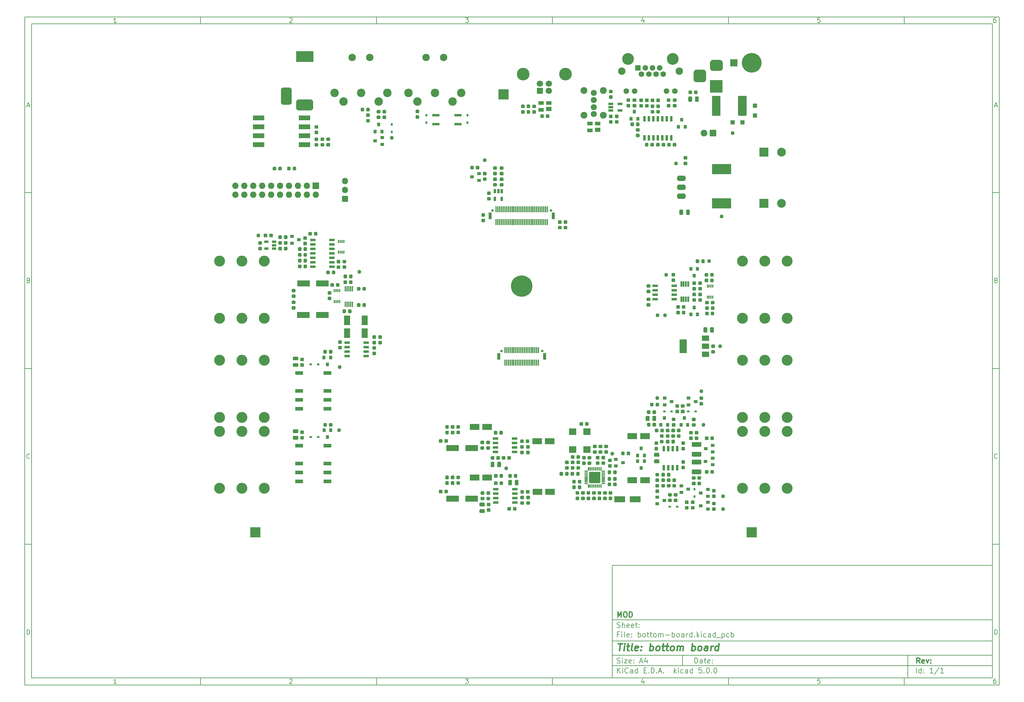
<source format=gbr>
G04 #@! TF.GenerationSoftware,KiCad,Pcbnew,5.0.0*
G04 #@! TF.CreationDate,2018-10-09T15:58:07+02:00*
G04 #@! TF.ProjectId,bottom-board,626F74746F6D2D626F6172642E6B6963,rev?*
G04 #@! TF.SameCoordinates,PX48111b4PY15fd6c8*
G04 #@! TF.FileFunction,Soldermask,Top*
G04 #@! TF.FilePolarity,Negative*
%FSLAX46Y46*%
G04 Gerber Fmt 4.6, Leading zero omitted, Abs format (unit mm)*
G04 Created by KiCad (PCBNEW 5.0.0) date Tue Oct  9 15:58:07 2018*
%MOMM*%
%LPD*%
G01*
G04 APERTURE LIST*
%ADD10C,0.100000*%
%ADD11C,0.150000*%
%ADD12C,0.300000*%
%ADD13C,0.400000*%
%ADD14R,2.700000X1.700000*%
%ADD15R,0.900000X1.000000*%
%ADD16C,0.975000*%
%ADD17R,0.550000X1.550000*%
%ADD18R,0.400000X1.500000*%
%ADD19R,3.600000X1.700000*%
%ADD20R,1.160000X0.750000*%
%ADD21R,5.500000X3.000000*%
%ADD22R,2.100000X1.900000*%
%ADD23C,1.900000*%
%ADD24R,1.900000X1.900000*%
%ADD25C,5.600000*%
%ADD26R,2.100000X2.100000*%
%ADD27O,2.599360X1.601140*%
%ADD28O,1.827200X1.827200*%
%ADD29R,1.827200X1.827200*%
%ADD30R,2.300000X1.100000*%
%ADD31R,0.400000X0.900000*%
%ADD32C,3.100000*%
%ADD33C,1.100000*%
%ADD34R,3.000000X3.000000*%
%ADD35R,2.500000X2.500000*%
%ADD36C,2.500000*%
%ADD37C,1.075000*%
%ADD38R,3.100000X1.700000*%
%ADD39C,1.350000*%
%ADD40R,1.700000X2.700000*%
%ADD41R,1.200000X1.200000*%
%ADD42R,1.000000X0.900000*%
%ADD43R,0.700000X0.550000*%
%ADD44R,1.500000X1.100000*%
%ADD45R,1.500000X1.300000*%
%ADD46R,0.550000X0.700000*%
%ADD47C,2.400000*%
%ADD48R,3.600000X3.600000*%
%ADD49C,3.600000*%
%ADD50O,1.800000X1.800000*%
%ADD51R,1.800000X1.800000*%
%ADD52C,1.800000*%
%ADD53C,1.720000*%
%ADD54C,1.950000*%
%ADD55R,1.600000X1.600000*%
%ADD56C,1.600000*%
%ADD57C,3.350000*%
%ADD58C,2.100000*%
%ADD59R,4.900000X3.100000*%
%ADD60R,3.275000X1.370000*%
%ADD61R,0.750000X1.160000*%
%ADD62R,0.700000X1.650000*%
%ADD63R,1.650000X0.700000*%
%ADD64R,1.320000X0.750000*%
%ADD65R,2.100000X0.740000*%
%ADD66R,0.700000X1.600000*%
%ADD67R,1.600000X0.700000*%
%ADD68R,0.900000X1.900000*%
%ADD69C,0.700000*%
%ADD70R,0.400000X1.700000*%
%ADD71C,3.200000*%
%ADD72C,0.350000*%
%ADD73C,6.100000*%
%ADD74R,2.100000X3.900000*%
%ADD75R,2.100000X1.600000*%
G04 APERTURE END LIST*
D10*
D11*
X101434660Y-142949080D02*
X101434660Y-174949080D01*
X209434660Y-174949080D01*
X209434660Y-142949080D01*
X101434660Y-142949080D01*
D10*
D11*
X-65567540Y13058120D02*
X-65567540Y-176949080D01*
X211434660Y-176949080D01*
X211434660Y13058120D01*
X-65567540Y13058120D01*
D10*
D11*
X-63567540Y11058120D02*
X-63567540Y-174949080D01*
X209434660Y-174949080D01*
X209434660Y11058120D01*
X-63567540Y11058120D01*
D10*
D11*
X-15567540Y11058120D02*
X-15567540Y13058120D01*
D10*
D11*
X34432460Y11058120D02*
X34432460Y13058120D01*
D10*
D11*
X84432460Y11058120D02*
X84432460Y13058120D01*
D10*
D11*
X134432460Y11058120D02*
X134432460Y13058120D01*
D10*
D11*
X184432460Y11058120D02*
X184432460Y13058120D01*
D10*
D11*
X-39502064Y11470025D02*
X-40244921Y11470025D01*
X-39873493Y11470025D02*
X-39873493Y12770025D01*
X-39997302Y12584311D01*
X-40121112Y12460501D01*
X-40244921Y12398597D01*
D10*
D11*
X9755079Y12646216D02*
X9816983Y12708120D01*
X9940793Y12770025D01*
X10250317Y12770025D01*
X10374126Y12708120D01*
X10436031Y12646216D01*
X10497936Y12522406D01*
X10497936Y12398597D01*
X10436031Y12212882D01*
X9693174Y11470025D01*
X10497936Y11470025D01*
D10*
D11*
X59693174Y12770025D02*
X60497936Y12770025D01*
X60064602Y12274787D01*
X60250317Y12274787D01*
X60374126Y12212882D01*
X60436031Y12150978D01*
X60497936Y12027168D01*
X60497936Y11717644D01*
X60436031Y11593835D01*
X60374126Y11531930D01*
X60250317Y11470025D01*
X59878888Y11470025D01*
X59755079Y11531930D01*
X59693174Y11593835D01*
D10*
D11*
X110374126Y12336692D02*
X110374126Y11470025D01*
X110064602Y12831930D02*
X109755079Y11903359D01*
X110559840Y11903359D01*
D10*
D11*
X160436031Y12770025D02*
X159816983Y12770025D01*
X159755079Y12150978D01*
X159816983Y12212882D01*
X159940793Y12274787D01*
X160250317Y12274787D01*
X160374126Y12212882D01*
X160436031Y12150978D01*
X160497936Y12027168D01*
X160497936Y11717644D01*
X160436031Y11593835D01*
X160374126Y11531930D01*
X160250317Y11470025D01*
X159940793Y11470025D01*
X159816983Y11531930D01*
X159755079Y11593835D01*
D10*
D11*
X210374126Y12770025D02*
X210126507Y12770025D01*
X210002698Y12708120D01*
X209940793Y12646216D01*
X209816983Y12460501D01*
X209755079Y12212882D01*
X209755079Y11717644D01*
X209816983Y11593835D01*
X209878888Y11531930D01*
X210002698Y11470025D01*
X210250317Y11470025D01*
X210374126Y11531930D01*
X210436031Y11593835D01*
X210497936Y11717644D01*
X210497936Y12027168D01*
X210436031Y12150978D01*
X210374126Y12212882D01*
X210250317Y12274787D01*
X210002698Y12274787D01*
X209878888Y12212882D01*
X209816983Y12150978D01*
X209755079Y12027168D01*
D10*
D11*
X-15567540Y-174949080D02*
X-15567540Y-176949080D01*
D10*
D11*
X34432460Y-174949080D02*
X34432460Y-176949080D01*
D10*
D11*
X84432460Y-174949080D02*
X84432460Y-176949080D01*
D10*
D11*
X134432460Y-174949080D02*
X134432460Y-176949080D01*
D10*
D11*
X184432460Y-174949080D02*
X184432460Y-176949080D01*
D10*
D11*
X-39502064Y-176537175D02*
X-40244921Y-176537175D01*
X-39873493Y-176537175D02*
X-39873493Y-175237175D01*
X-39997302Y-175422889D01*
X-40121112Y-175546699D01*
X-40244921Y-175608603D01*
D10*
D11*
X9755079Y-175360984D02*
X9816983Y-175299080D01*
X9940793Y-175237175D01*
X10250317Y-175237175D01*
X10374126Y-175299080D01*
X10436031Y-175360984D01*
X10497936Y-175484794D01*
X10497936Y-175608603D01*
X10436031Y-175794318D01*
X9693174Y-176537175D01*
X10497936Y-176537175D01*
D10*
D11*
X59693174Y-175237175D02*
X60497936Y-175237175D01*
X60064602Y-175732413D01*
X60250317Y-175732413D01*
X60374126Y-175794318D01*
X60436031Y-175856222D01*
X60497936Y-175980032D01*
X60497936Y-176289556D01*
X60436031Y-176413365D01*
X60374126Y-176475270D01*
X60250317Y-176537175D01*
X59878888Y-176537175D01*
X59755079Y-176475270D01*
X59693174Y-176413365D01*
D10*
D11*
X110374126Y-175670508D02*
X110374126Y-176537175D01*
X110064602Y-175175270D02*
X109755079Y-176103841D01*
X110559840Y-176103841D01*
D10*
D11*
X160436031Y-175237175D02*
X159816983Y-175237175D01*
X159755079Y-175856222D01*
X159816983Y-175794318D01*
X159940793Y-175732413D01*
X160250317Y-175732413D01*
X160374126Y-175794318D01*
X160436031Y-175856222D01*
X160497936Y-175980032D01*
X160497936Y-176289556D01*
X160436031Y-176413365D01*
X160374126Y-176475270D01*
X160250317Y-176537175D01*
X159940793Y-176537175D01*
X159816983Y-176475270D01*
X159755079Y-176413365D01*
D10*
D11*
X210374126Y-175237175D02*
X210126507Y-175237175D01*
X210002698Y-175299080D01*
X209940793Y-175360984D01*
X209816983Y-175546699D01*
X209755079Y-175794318D01*
X209755079Y-176289556D01*
X209816983Y-176413365D01*
X209878888Y-176475270D01*
X210002698Y-176537175D01*
X210250317Y-176537175D01*
X210374126Y-176475270D01*
X210436031Y-176413365D01*
X210497936Y-176289556D01*
X210497936Y-175980032D01*
X210436031Y-175856222D01*
X210374126Y-175794318D01*
X210250317Y-175732413D01*
X210002698Y-175732413D01*
X209878888Y-175794318D01*
X209816983Y-175856222D01*
X209755079Y-175980032D01*
D10*
D11*
X-65567540Y-36941880D02*
X-63567540Y-36941880D01*
D10*
D11*
X-65567540Y-86941880D02*
X-63567540Y-86941880D01*
D10*
D11*
X-65567540Y-136941880D02*
X-63567540Y-136941880D01*
D10*
D11*
X-64877064Y-12158546D02*
X-64258017Y-12158546D01*
X-65000874Y-12529975D02*
X-64567540Y-11229975D01*
X-64134207Y-12529975D01*
D10*
D11*
X-64474683Y-61849022D02*
X-64288969Y-61910927D01*
X-64227064Y-61972832D01*
X-64165160Y-62096641D01*
X-64165160Y-62282356D01*
X-64227064Y-62406165D01*
X-64288969Y-62468070D01*
X-64412779Y-62529975D01*
X-64908017Y-62529975D01*
X-64908017Y-61229975D01*
X-64474683Y-61229975D01*
X-64350874Y-61291880D01*
X-64288969Y-61353784D01*
X-64227064Y-61477594D01*
X-64227064Y-61601403D01*
X-64288969Y-61725213D01*
X-64350874Y-61787118D01*
X-64474683Y-61849022D01*
X-64908017Y-61849022D01*
D10*
D11*
X-64165160Y-112406165D02*
X-64227064Y-112468070D01*
X-64412779Y-112529975D01*
X-64536588Y-112529975D01*
X-64722302Y-112468070D01*
X-64846112Y-112344260D01*
X-64908017Y-112220451D01*
X-64969921Y-111972832D01*
X-64969921Y-111787118D01*
X-64908017Y-111539499D01*
X-64846112Y-111415689D01*
X-64722302Y-111291880D01*
X-64536588Y-111229975D01*
X-64412779Y-111229975D01*
X-64227064Y-111291880D01*
X-64165160Y-111353784D01*
D10*
D11*
X-64908017Y-162529975D02*
X-64908017Y-161229975D01*
X-64598493Y-161229975D01*
X-64412779Y-161291880D01*
X-64288969Y-161415689D01*
X-64227064Y-161539499D01*
X-64165160Y-161787118D01*
X-64165160Y-161972832D01*
X-64227064Y-162220451D01*
X-64288969Y-162344260D01*
X-64412779Y-162468070D01*
X-64598493Y-162529975D01*
X-64908017Y-162529975D01*
D10*
D11*
X211434660Y-36941880D02*
X209434660Y-36941880D01*
D10*
D11*
X211434660Y-86941880D02*
X209434660Y-86941880D01*
D10*
D11*
X211434660Y-136941880D02*
X209434660Y-136941880D01*
D10*
D11*
X210125136Y-12158546D02*
X210744183Y-12158546D01*
X210001326Y-12529975D02*
X210434660Y-11229975D01*
X210867993Y-12529975D01*
D10*
D11*
X210527517Y-61849022D02*
X210713231Y-61910927D01*
X210775136Y-61972832D01*
X210837040Y-62096641D01*
X210837040Y-62282356D01*
X210775136Y-62406165D01*
X210713231Y-62468070D01*
X210589421Y-62529975D01*
X210094183Y-62529975D01*
X210094183Y-61229975D01*
X210527517Y-61229975D01*
X210651326Y-61291880D01*
X210713231Y-61353784D01*
X210775136Y-61477594D01*
X210775136Y-61601403D01*
X210713231Y-61725213D01*
X210651326Y-61787118D01*
X210527517Y-61849022D01*
X210094183Y-61849022D01*
D10*
D11*
X210837040Y-112406165D02*
X210775136Y-112468070D01*
X210589421Y-112529975D01*
X210465612Y-112529975D01*
X210279898Y-112468070D01*
X210156088Y-112344260D01*
X210094183Y-112220451D01*
X210032279Y-111972832D01*
X210032279Y-111787118D01*
X210094183Y-111539499D01*
X210156088Y-111415689D01*
X210279898Y-111291880D01*
X210465612Y-111229975D01*
X210589421Y-111229975D01*
X210775136Y-111291880D01*
X210837040Y-111353784D01*
D10*
D11*
X210094183Y-162529975D02*
X210094183Y-161229975D01*
X210403707Y-161229975D01*
X210589421Y-161291880D01*
X210713231Y-161415689D01*
X210775136Y-161539499D01*
X210837040Y-161787118D01*
X210837040Y-161972832D01*
X210775136Y-162220451D01*
X210713231Y-162344260D01*
X210589421Y-162468070D01*
X210403707Y-162529975D01*
X210094183Y-162529975D01*
D10*
D11*
X124866802Y-170727651D02*
X124866802Y-169227651D01*
X125223945Y-169227651D01*
X125438231Y-169299080D01*
X125581088Y-169441937D01*
X125652517Y-169584794D01*
X125723945Y-169870508D01*
X125723945Y-170084794D01*
X125652517Y-170370508D01*
X125581088Y-170513365D01*
X125438231Y-170656222D01*
X125223945Y-170727651D01*
X124866802Y-170727651D01*
X127009660Y-170727651D02*
X127009660Y-169941937D01*
X126938231Y-169799080D01*
X126795374Y-169727651D01*
X126509660Y-169727651D01*
X126366802Y-169799080D01*
X127009660Y-170656222D02*
X126866802Y-170727651D01*
X126509660Y-170727651D01*
X126366802Y-170656222D01*
X126295374Y-170513365D01*
X126295374Y-170370508D01*
X126366802Y-170227651D01*
X126509660Y-170156222D01*
X126866802Y-170156222D01*
X127009660Y-170084794D01*
X127509660Y-169727651D02*
X128081088Y-169727651D01*
X127723945Y-169227651D02*
X127723945Y-170513365D01*
X127795374Y-170656222D01*
X127938231Y-170727651D01*
X128081088Y-170727651D01*
X129152517Y-170656222D02*
X129009660Y-170727651D01*
X128723945Y-170727651D01*
X128581088Y-170656222D01*
X128509660Y-170513365D01*
X128509660Y-169941937D01*
X128581088Y-169799080D01*
X128723945Y-169727651D01*
X129009660Y-169727651D01*
X129152517Y-169799080D01*
X129223945Y-169941937D01*
X129223945Y-170084794D01*
X128509660Y-170227651D01*
X129866802Y-170584794D02*
X129938231Y-170656222D01*
X129866802Y-170727651D01*
X129795374Y-170656222D01*
X129866802Y-170584794D01*
X129866802Y-170727651D01*
X129866802Y-169799080D02*
X129938231Y-169870508D01*
X129866802Y-169941937D01*
X129795374Y-169870508D01*
X129866802Y-169799080D01*
X129866802Y-169941937D01*
D10*
D11*
X101434660Y-171449080D02*
X209434660Y-171449080D01*
D10*
D11*
X102866802Y-173527651D02*
X102866802Y-172027651D01*
X103723945Y-173527651D02*
X103081088Y-172670508D01*
X103723945Y-172027651D02*
X102866802Y-172884794D01*
X104366802Y-173527651D02*
X104366802Y-172527651D01*
X104366802Y-172027651D02*
X104295374Y-172099080D01*
X104366802Y-172170508D01*
X104438231Y-172099080D01*
X104366802Y-172027651D01*
X104366802Y-172170508D01*
X105938231Y-173384794D02*
X105866802Y-173456222D01*
X105652517Y-173527651D01*
X105509660Y-173527651D01*
X105295374Y-173456222D01*
X105152517Y-173313365D01*
X105081088Y-173170508D01*
X105009660Y-172884794D01*
X105009660Y-172670508D01*
X105081088Y-172384794D01*
X105152517Y-172241937D01*
X105295374Y-172099080D01*
X105509660Y-172027651D01*
X105652517Y-172027651D01*
X105866802Y-172099080D01*
X105938231Y-172170508D01*
X107223945Y-173527651D02*
X107223945Y-172741937D01*
X107152517Y-172599080D01*
X107009660Y-172527651D01*
X106723945Y-172527651D01*
X106581088Y-172599080D01*
X107223945Y-173456222D02*
X107081088Y-173527651D01*
X106723945Y-173527651D01*
X106581088Y-173456222D01*
X106509660Y-173313365D01*
X106509660Y-173170508D01*
X106581088Y-173027651D01*
X106723945Y-172956222D01*
X107081088Y-172956222D01*
X107223945Y-172884794D01*
X108581088Y-173527651D02*
X108581088Y-172027651D01*
X108581088Y-173456222D02*
X108438231Y-173527651D01*
X108152517Y-173527651D01*
X108009660Y-173456222D01*
X107938231Y-173384794D01*
X107866802Y-173241937D01*
X107866802Y-172813365D01*
X107938231Y-172670508D01*
X108009660Y-172599080D01*
X108152517Y-172527651D01*
X108438231Y-172527651D01*
X108581088Y-172599080D01*
X110438231Y-172741937D02*
X110938231Y-172741937D01*
X111152517Y-173527651D02*
X110438231Y-173527651D01*
X110438231Y-172027651D01*
X111152517Y-172027651D01*
X111795374Y-173384794D02*
X111866802Y-173456222D01*
X111795374Y-173527651D01*
X111723945Y-173456222D01*
X111795374Y-173384794D01*
X111795374Y-173527651D01*
X112509660Y-173527651D02*
X112509660Y-172027651D01*
X112866802Y-172027651D01*
X113081088Y-172099080D01*
X113223945Y-172241937D01*
X113295374Y-172384794D01*
X113366802Y-172670508D01*
X113366802Y-172884794D01*
X113295374Y-173170508D01*
X113223945Y-173313365D01*
X113081088Y-173456222D01*
X112866802Y-173527651D01*
X112509660Y-173527651D01*
X114009660Y-173384794D02*
X114081088Y-173456222D01*
X114009660Y-173527651D01*
X113938231Y-173456222D01*
X114009660Y-173384794D01*
X114009660Y-173527651D01*
X114652517Y-173099080D02*
X115366802Y-173099080D01*
X114509660Y-173527651D02*
X115009660Y-172027651D01*
X115509660Y-173527651D01*
X116009660Y-173384794D02*
X116081088Y-173456222D01*
X116009660Y-173527651D01*
X115938231Y-173456222D01*
X116009660Y-173384794D01*
X116009660Y-173527651D01*
X119009660Y-173527651D02*
X119009660Y-172027651D01*
X119152517Y-172956222D02*
X119581088Y-173527651D01*
X119581088Y-172527651D02*
X119009660Y-173099080D01*
X120223945Y-173527651D02*
X120223945Y-172527651D01*
X120223945Y-172027651D02*
X120152517Y-172099080D01*
X120223945Y-172170508D01*
X120295374Y-172099080D01*
X120223945Y-172027651D01*
X120223945Y-172170508D01*
X121581088Y-173456222D02*
X121438231Y-173527651D01*
X121152517Y-173527651D01*
X121009660Y-173456222D01*
X120938231Y-173384794D01*
X120866802Y-173241937D01*
X120866802Y-172813365D01*
X120938231Y-172670508D01*
X121009660Y-172599080D01*
X121152517Y-172527651D01*
X121438231Y-172527651D01*
X121581088Y-172599080D01*
X122866802Y-173527651D02*
X122866802Y-172741937D01*
X122795374Y-172599080D01*
X122652517Y-172527651D01*
X122366802Y-172527651D01*
X122223945Y-172599080D01*
X122866802Y-173456222D02*
X122723945Y-173527651D01*
X122366802Y-173527651D01*
X122223945Y-173456222D01*
X122152517Y-173313365D01*
X122152517Y-173170508D01*
X122223945Y-173027651D01*
X122366802Y-172956222D01*
X122723945Y-172956222D01*
X122866802Y-172884794D01*
X124223945Y-173527651D02*
X124223945Y-172027651D01*
X124223945Y-173456222D02*
X124081088Y-173527651D01*
X123795374Y-173527651D01*
X123652517Y-173456222D01*
X123581088Y-173384794D01*
X123509660Y-173241937D01*
X123509660Y-172813365D01*
X123581088Y-172670508D01*
X123652517Y-172599080D01*
X123795374Y-172527651D01*
X124081088Y-172527651D01*
X124223945Y-172599080D01*
X126795374Y-172027651D02*
X126081088Y-172027651D01*
X126009660Y-172741937D01*
X126081088Y-172670508D01*
X126223945Y-172599080D01*
X126581088Y-172599080D01*
X126723945Y-172670508D01*
X126795374Y-172741937D01*
X126866802Y-172884794D01*
X126866802Y-173241937D01*
X126795374Y-173384794D01*
X126723945Y-173456222D01*
X126581088Y-173527651D01*
X126223945Y-173527651D01*
X126081088Y-173456222D01*
X126009660Y-173384794D01*
X127509660Y-173384794D02*
X127581088Y-173456222D01*
X127509660Y-173527651D01*
X127438231Y-173456222D01*
X127509660Y-173384794D01*
X127509660Y-173527651D01*
X128509660Y-172027651D02*
X128652517Y-172027651D01*
X128795374Y-172099080D01*
X128866802Y-172170508D01*
X128938231Y-172313365D01*
X129009660Y-172599080D01*
X129009660Y-172956222D01*
X128938231Y-173241937D01*
X128866802Y-173384794D01*
X128795374Y-173456222D01*
X128652517Y-173527651D01*
X128509660Y-173527651D01*
X128366802Y-173456222D01*
X128295374Y-173384794D01*
X128223945Y-173241937D01*
X128152517Y-172956222D01*
X128152517Y-172599080D01*
X128223945Y-172313365D01*
X128295374Y-172170508D01*
X128366802Y-172099080D01*
X128509660Y-172027651D01*
X129652517Y-173384794D02*
X129723945Y-173456222D01*
X129652517Y-173527651D01*
X129581088Y-173456222D01*
X129652517Y-173384794D01*
X129652517Y-173527651D01*
X130652517Y-172027651D02*
X130795374Y-172027651D01*
X130938231Y-172099080D01*
X131009660Y-172170508D01*
X131081088Y-172313365D01*
X131152517Y-172599080D01*
X131152517Y-172956222D01*
X131081088Y-173241937D01*
X131009660Y-173384794D01*
X130938231Y-173456222D01*
X130795374Y-173527651D01*
X130652517Y-173527651D01*
X130509660Y-173456222D01*
X130438231Y-173384794D01*
X130366802Y-173241937D01*
X130295374Y-172956222D01*
X130295374Y-172599080D01*
X130366802Y-172313365D01*
X130438231Y-172170508D01*
X130509660Y-172099080D01*
X130652517Y-172027651D01*
D10*
D11*
X101434660Y-168449080D02*
X209434660Y-168449080D01*
D10*
D12*
X188843945Y-170727651D02*
X188343945Y-170013365D01*
X187986802Y-170727651D02*
X187986802Y-169227651D01*
X188558231Y-169227651D01*
X188701088Y-169299080D01*
X188772517Y-169370508D01*
X188843945Y-169513365D01*
X188843945Y-169727651D01*
X188772517Y-169870508D01*
X188701088Y-169941937D01*
X188558231Y-170013365D01*
X187986802Y-170013365D01*
X190058231Y-170656222D02*
X189915374Y-170727651D01*
X189629660Y-170727651D01*
X189486802Y-170656222D01*
X189415374Y-170513365D01*
X189415374Y-169941937D01*
X189486802Y-169799080D01*
X189629660Y-169727651D01*
X189915374Y-169727651D01*
X190058231Y-169799080D01*
X190129660Y-169941937D01*
X190129660Y-170084794D01*
X189415374Y-170227651D01*
X190629660Y-169727651D02*
X190986802Y-170727651D01*
X191343945Y-169727651D01*
X191915374Y-170584794D02*
X191986802Y-170656222D01*
X191915374Y-170727651D01*
X191843945Y-170656222D01*
X191915374Y-170584794D01*
X191915374Y-170727651D01*
X191915374Y-169799080D02*
X191986802Y-169870508D01*
X191915374Y-169941937D01*
X191843945Y-169870508D01*
X191915374Y-169799080D01*
X191915374Y-169941937D01*
D10*
D11*
X102795374Y-170656222D02*
X103009660Y-170727651D01*
X103366802Y-170727651D01*
X103509660Y-170656222D01*
X103581088Y-170584794D01*
X103652517Y-170441937D01*
X103652517Y-170299080D01*
X103581088Y-170156222D01*
X103509660Y-170084794D01*
X103366802Y-170013365D01*
X103081088Y-169941937D01*
X102938231Y-169870508D01*
X102866802Y-169799080D01*
X102795374Y-169656222D01*
X102795374Y-169513365D01*
X102866802Y-169370508D01*
X102938231Y-169299080D01*
X103081088Y-169227651D01*
X103438231Y-169227651D01*
X103652517Y-169299080D01*
X104295374Y-170727651D02*
X104295374Y-169727651D01*
X104295374Y-169227651D02*
X104223945Y-169299080D01*
X104295374Y-169370508D01*
X104366802Y-169299080D01*
X104295374Y-169227651D01*
X104295374Y-169370508D01*
X104866802Y-169727651D02*
X105652517Y-169727651D01*
X104866802Y-170727651D01*
X105652517Y-170727651D01*
X106795374Y-170656222D02*
X106652517Y-170727651D01*
X106366802Y-170727651D01*
X106223945Y-170656222D01*
X106152517Y-170513365D01*
X106152517Y-169941937D01*
X106223945Y-169799080D01*
X106366802Y-169727651D01*
X106652517Y-169727651D01*
X106795374Y-169799080D01*
X106866802Y-169941937D01*
X106866802Y-170084794D01*
X106152517Y-170227651D01*
X107509660Y-170584794D02*
X107581088Y-170656222D01*
X107509660Y-170727651D01*
X107438231Y-170656222D01*
X107509660Y-170584794D01*
X107509660Y-170727651D01*
X107509660Y-169799080D02*
X107581088Y-169870508D01*
X107509660Y-169941937D01*
X107438231Y-169870508D01*
X107509660Y-169799080D01*
X107509660Y-169941937D01*
X109295374Y-170299080D02*
X110009660Y-170299080D01*
X109152517Y-170727651D02*
X109652517Y-169227651D01*
X110152517Y-170727651D01*
X111295374Y-169727651D02*
X111295374Y-170727651D01*
X110938231Y-169156222D02*
X110581088Y-170227651D01*
X111509660Y-170227651D01*
D10*
D11*
X187866802Y-173527651D02*
X187866802Y-172027651D01*
X189223945Y-173527651D02*
X189223945Y-172027651D01*
X189223945Y-173456222D02*
X189081088Y-173527651D01*
X188795374Y-173527651D01*
X188652517Y-173456222D01*
X188581088Y-173384794D01*
X188509660Y-173241937D01*
X188509660Y-172813365D01*
X188581088Y-172670508D01*
X188652517Y-172599080D01*
X188795374Y-172527651D01*
X189081088Y-172527651D01*
X189223945Y-172599080D01*
X189938231Y-173384794D02*
X190009660Y-173456222D01*
X189938231Y-173527651D01*
X189866802Y-173456222D01*
X189938231Y-173384794D01*
X189938231Y-173527651D01*
X189938231Y-172599080D02*
X190009660Y-172670508D01*
X189938231Y-172741937D01*
X189866802Y-172670508D01*
X189938231Y-172599080D01*
X189938231Y-172741937D01*
X192581088Y-173527651D02*
X191723945Y-173527651D01*
X192152517Y-173527651D02*
X192152517Y-172027651D01*
X192009660Y-172241937D01*
X191866802Y-172384794D01*
X191723945Y-172456222D01*
X194295374Y-171956222D02*
X193009660Y-173884794D01*
X195581088Y-173527651D02*
X194723945Y-173527651D01*
X195152517Y-173527651D02*
X195152517Y-172027651D01*
X195009660Y-172241937D01*
X194866802Y-172384794D01*
X194723945Y-172456222D01*
D10*
D11*
X101434660Y-164449080D02*
X209434660Y-164449080D01*
D10*
D13*
X103147040Y-165153841D02*
X104289898Y-165153841D01*
X103468469Y-167153841D02*
X103718469Y-165153841D01*
X104706564Y-167153841D02*
X104873231Y-165820508D01*
X104956564Y-165153841D02*
X104849421Y-165249080D01*
X104932755Y-165344318D01*
X105039898Y-165249080D01*
X104956564Y-165153841D01*
X104932755Y-165344318D01*
X105539898Y-165820508D02*
X106301802Y-165820508D01*
X105908945Y-165153841D02*
X105694660Y-166868127D01*
X105766088Y-167058603D01*
X105944660Y-167153841D01*
X106135136Y-167153841D01*
X107087517Y-167153841D02*
X106908945Y-167058603D01*
X106837517Y-166868127D01*
X107051802Y-165153841D01*
X108623231Y-167058603D02*
X108420850Y-167153841D01*
X108039898Y-167153841D01*
X107861326Y-167058603D01*
X107789898Y-166868127D01*
X107885136Y-166106222D01*
X108004183Y-165915746D01*
X108206564Y-165820508D01*
X108587517Y-165820508D01*
X108766088Y-165915746D01*
X108837517Y-166106222D01*
X108813707Y-166296699D01*
X107837517Y-166487175D01*
X109587517Y-166963365D02*
X109670850Y-167058603D01*
X109563707Y-167153841D01*
X109480374Y-167058603D01*
X109587517Y-166963365D01*
X109563707Y-167153841D01*
X109718469Y-165915746D02*
X109801802Y-166010984D01*
X109694660Y-166106222D01*
X109611326Y-166010984D01*
X109718469Y-165915746D01*
X109694660Y-166106222D01*
X112039898Y-167153841D02*
X112289898Y-165153841D01*
X112194660Y-165915746D02*
X112397040Y-165820508D01*
X112777993Y-165820508D01*
X112956564Y-165915746D01*
X113039898Y-166010984D01*
X113111326Y-166201460D01*
X113039898Y-166772889D01*
X112920850Y-166963365D01*
X112813707Y-167058603D01*
X112611326Y-167153841D01*
X112230374Y-167153841D01*
X112051802Y-167058603D01*
X114135136Y-167153841D02*
X113956564Y-167058603D01*
X113873231Y-166963365D01*
X113801802Y-166772889D01*
X113873231Y-166201460D01*
X113992279Y-166010984D01*
X114099421Y-165915746D01*
X114301802Y-165820508D01*
X114587517Y-165820508D01*
X114766088Y-165915746D01*
X114849421Y-166010984D01*
X114920850Y-166201460D01*
X114849421Y-166772889D01*
X114730374Y-166963365D01*
X114623231Y-167058603D01*
X114420850Y-167153841D01*
X114135136Y-167153841D01*
X115539898Y-165820508D02*
X116301802Y-165820508D01*
X115908945Y-165153841D02*
X115694660Y-166868127D01*
X115766088Y-167058603D01*
X115944660Y-167153841D01*
X116135136Y-167153841D01*
X116682755Y-165820508D02*
X117444660Y-165820508D01*
X117051802Y-165153841D02*
X116837517Y-166868127D01*
X116908945Y-167058603D01*
X117087517Y-167153841D01*
X117277993Y-167153841D01*
X118230374Y-167153841D02*
X118051802Y-167058603D01*
X117968469Y-166963365D01*
X117897040Y-166772889D01*
X117968469Y-166201460D01*
X118087517Y-166010984D01*
X118194660Y-165915746D01*
X118397040Y-165820508D01*
X118682755Y-165820508D01*
X118861326Y-165915746D01*
X118944660Y-166010984D01*
X119016088Y-166201460D01*
X118944660Y-166772889D01*
X118825612Y-166963365D01*
X118718469Y-167058603D01*
X118516088Y-167153841D01*
X118230374Y-167153841D01*
X119754183Y-167153841D02*
X119920850Y-165820508D01*
X119897040Y-166010984D02*
X120004183Y-165915746D01*
X120206564Y-165820508D01*
X120492279Y-165820508D01*
X120670850Y-165915746D01*
X120742279Y-166106222D01*
X120611326Y-167153841D01*
X120742279Y-166106222D02*
X120861326Y-165915746D01*
X121063707Y-165820508D01*
X121349421Y-165820508D01*
X121527993Y-165915746D01*
X121599421Y-166106222D01*
X121468469Y-167153841D01*
X123944660Y-167153841D02*
X124194660Y-165153841D01*
X124099421Y-165915746D02*
X124301802Y-165820508D01*
X124682755Y-165820508D01*
X124861326Y-165915746D01*
X124944660Y-166010984D01*
X125016088Y-166201460D01*
X124944660Y-166772889D01*
X124825612Y-166963365D01*
X124718469Y-167058603D01*
X124516088Y-167153841D01*
X124135136Y-167153841D01*
X123956564Y-167058603D01*
X126039898Y-167153841D02*
X125861326Y-167058603D01*
X125777993Y-166963365D01*
X125706564Y-166772889D01*
X125777993Y-166201460D01*
X125897040Y-166010984D01*
X126004183Y-165915746D01*
X126206564Y-165820508D01*
X126492279Y-165820508D01*
X126670850Y-165915746D01*
X126754183Y-166010984D01*
X126825612Y-166201460D01*
X126754183Y-166772889D01*
X126635136Y-166963365D01*
X126527993Y-167058603D01*
X126325612Y-167153841D01*
X126039898Y-167153841D01*
X128420850Y-167153841D02*
X128551802Y-166106222D01*
X128480374Y-165915746D01*
X128301802Y-165820508D01*
X127920850Y-165820508D01*
X127718469Y-165915746D01*
X128432755Y-167058603D02*
X128230374Y-167153841D01*
X127754183Y-167153841D01*
X127575612Y-167058603D01*
X127504183Y-166868127D01*
X127527993Y-166677651D01*
X127647040Y-166487175D01*
X127849421Y-166391937D01*
X128325612Y-166391937D01*
X128527993Y-166296699D01*
X129373231Y-167153841D02*
X129539898Y-165820508D01*
X129492279Y-166201460D02*
X129611326Y-166010984D01*
X129718469Y-165915746D01*
X129920850Y-165820508D01*
X130111326Y-165820508D01*
X131468469Y-167153841D02*
X131718469Y-165153841D01*
X131480374Y-167058603D02*
X131277993Y-167153841D01*
X130897040Y-167153841D01*
X130718469Y-167058603D01*
X130635136Y-166963365D01*
X130563707Y-166772889D01*
X130635136Y-166201460D01*
X130754183Y-166010984D01*
X130861326Y-165915746D01*
X131063707Y-165820508D01*
X131444660Y-165820508D01*
X131623231Y-165915746D01*
D10*
D11*
X103366802Y-162541937D02*
X102866802Y-162541937D01*
X102866802Y-163327651D02*
X102866802Y-161827651D01*
X103581088Y-161827651D01*
X104152517Y-163327651D02*
X104152517Y-162327651D01*
X104152517Y-161827651D02*
X104081088Y-161899080D01*
X104152517Y-161970508D01*
X104223945Y-161899080D01*
X104152517Y-161827651D01*
X104152517Y-161970508D01*
X105081088Y-163327651D02*
X104938231Y-163256222D01*
X104866802Y-163113365D01*
X104866802Y-161827651D01*
X106223945Y-163256222D02*
X106081088Y-163327651D01*
X105795374Y-163327651D01*
X105652517Y-163256222D01*
X105581088Y-163113365D01*
X105581088Y-162541937D01*
X105652517Y-162399080D01*
X105795374Y-162327651D01*
X106081088Y-162327651D01*
X106223945Y-162399080D01*
X106295374Y-162541937D01*
X106295374Y-162684794D01*
X105581088Y-162827651D01*
X106938231Y-163184794D02*
X107009660Y-163256222D01*
X106938231Y-163327651D01*
X106866802Y-163256222D01*
X106938231Y-163184794D01*
X106938231Y-163327651D01*
X106938231Y-162399080D02*
X107009660Y-162470508D01*
X106938231Y-162541937D01*
X106866802Y-162470508D01*
X106938231Y-162399080D01*
X106938231Y-162541937D01*
X108795374Y-163327651D02*
X108795374Y-161827651D01*
X108795374Y-162399080D02*
X108938231Y-162327651D01*
X109223945Y-162327651D01*
X109366802Y-162399080D01*
X109438231Y-162470508D01*
X109509660Y-162613365D01*
X109509660Y-163041937D01*
X109438231Y-163184794D01*
X109366802Y-163256222D01*
X109223945Y-163327651D01*
X108938231Y-163327651D01*
X108795374Y-163256222D01*
X110366802Y-163327651D02*
X110223945Y-163256222D01*
X110152517Y-163184794D01*
X110081088Y-163041937D01*
X110081088Y-162613365D01*
X110152517Y-162470508D01*
X110223945Y-162399080D01*
X110366802Y-162327651D01*
X110581088Y-162327651D01*
X110723945Y-162399080D01*
X110795374Y-162470508D01*
X110866802Y-162613365D01*
X110866802Y-163041937D01*
X110795374Y-163184794D01*
X110723945Y-163256222D01*
X110581088Y-163327651D01*
X110366802Y-163327651D01*
X111295374Y-162327651D02*
X111866802Y-162327651D01*
X111509660Y-161827651D02*
X111509660Y-163113365D01*
X111581088Y-163256222D01*
X111723945Y-163327651D01*
X111866802Y-163327651D01*
X112152517Y-162327651D02*
X112723945Y-162327651D01*
X112366802Y-161827651D02*
X112366802Y-163113365D01*
X112438231Y-163256222D01*
X112581088Y-163327651D01*
X112723945Y-163327651D01*
X113438231Y-163327651D02*
X113295374Y-163256222D01*
X113223945Y-163184794D01*
X113152517Y-163041937D01*
X113152517Y-162613365D01*
X113223945Y-162470508D01*
X113295374Y-162399080D01*
X113438231Y-162327651D01*
X113652517Y-162327651D01*
X113795374Y-162399080D01*
X113866802Y-162470508D01*
X113938231Y-162613365D01*
X113938231Y-163041937D01*
X113866802Y-163184794D01*
X113795374Y-163256222D01*
X113652517Y-163327651D01*
X113438231Y-163327651D01*
X114581088Y-163327651D02*
X114581088Y-162327651D01*
X114581088Y-162470508D02*
X114652517Y-162399080D01*
X114795374Y-162327651D01*
X115009660Y-162327651D01*
X115152517Y-162399080D01*
X115223945Y-162541937D01*
X115223945Y-163327651D01*
X115223945Y-162541937D02*
X115295374Y-162399080D01*
X115438231Y-162327651D01*
X115652517Y-162327651D01*
X115795374Y-162399080D01*
X115866802Y-162541937D01*
X115866802Y-163327651D01*
X116581088Y-162756222D02*
X117723945Y-162756222D01*
X118438231Y-163327651D02*
X118438231Y-161827651D01*
X118438231Y-162399080D02*
X118581088Y-162327651D01*
X118866802Y-162327651D01*
X119009660Y-162399080D01*
X119081088Y-162470508D01*
X119152517Y-162613365D01*
X119152517Y-163041937D01*
X119081088Y-163184794D01*
X119009660Y-163256222D01*
X118866802Y-163327651D01*
X118581088Y-163327651D01*
X118438231Y-163256222D01*
X120009660Y-163327651D02*
X119866802Y-163256222D01*
X119795374Y-163184794D01*
X119723945Y-163041937D01*
X119723945Y-162613365D01*
X119795374Y-162470508D01*
X119866802Y-162399080D01*
X120009660Y-162327651D01*
X120223945Y-162327651D01*
X120366802Y-162399080D01*
X120438231Y-162470508D01*
X120509660Y-162613365D01*
X120509660Y-163041937D01*
X120438231Y-163184794D01*
X120366802Y-163256222D01*
X120223945Y-163327651D01*
X120009660Y-163327651D01*
X121795374Y-163327651D02*
X121795374Y-162541937D01*
X121723945Y-162399080D01*
X121581088Y-162327651D01*
X121295374Y-162327651D01*
X121152517Y-162399080D01*
X121795374Y-163256222D02*
X121652517Y-163327651D01*
X121295374Y-163327651D01*
X121152517Y-163256222D01*
X121081088Y-163113365D01*
X121081088Y-162970508D01*
X121152517Y-162827651D01*
X121295374Y-162756222D01*
X121652517Y-162756222D01*
X121795374Y-162684794D01*
X122509660Y-163327651D02*
X122509660Y-162327651D01*
X122509660Y-162613365D02*
X122581088Y-162470508D01*
X122652517Y-162399080D01*
X122795374Y-162327651D01*
X122938231Y-162327651D01*
X124081088Y-163327651D02*
X124081088Y-161827651D01*
X124081088Y-163256222D02*
X123938231Y-163327651D01*
X123652517Y-163327651D01*
X123509660Y-163256222D01*
X123438231Y-163184794D01*
X123366802Y-163041937D01*
X123366802Y-162613365D01*
X123438231Y-162470508D01*
X123509660Y-162399080D01*
X123652517Y-162327651D01*
X123938231Y-162327651D01*
X124081088Y-162399080D01*
X124795374Y-163184794D02*
X124866802Y-163256222D01*
X124795374Y-163327651D01*
X124723945Y-163256222D01*
X124795374Y-163184794D01*
X124795374Y-163327651D01*
X125509660Y-163327651D02*
X125509660Y-161827651D01*
X125652517Y-162756222D02*
X126081088Y-163327651D01*
X126081088Y-162327651D02*
X125509660Y-162899080D01*
X126723945Y-163327651D02*
X126723945Y-162327651D01*
X126723945Y-161827651D02*
X126652517Y-161899080D01*
X126723945Y-161970508D01*
X126795374Y-161899080D01*
X126723945Y-161827651D01*
X126723945Y-161970508D01*
X128081088Y-163256222D02*
X127938231Y-163327651D01*
X127652517Y-163327651D01*
X127509660Y-163256222D01*
X127438231Y-163184794D01*
X127366802Y-163041937D01*
X127366802Y-162613365D01*
X127438231Y-162470508D01*
X127509660Y-162399080D01*
X127652517Y-162327651D01*
X127938231Y-162327651D01*
X128081088Y-162399080D01*
X129366802Y-163327651D02*
X129366802Y-162541937D01*
X129295374Y-162399080D01*
X129152517Y-162327651D01*
X128866802Y-162327651D01*
X128723945Y-162399080D01*
X129366802Y-163256222D02*
X129223945Y-163327651D01*
X128866802Y-163327651D01*
X128723945Y-163256222D01*
X128652517Y-163113365D01*
X128652517Y-162970508D01*
X128723945Y-162827651D01*
X128866802Y-162756222D01*
X129223945Y-162756222D01*
X129366802Y-162684794D01*
X130723945Y-163327651D02*
X130723945Y-161827651D01*
X130723945Y-163256222D02*
X130581088Y-163327651D01*
X130295374Y-163327651D01*
X130152517Y-163256222D01*
X130081088Y-163184794D01*
X130009660Y-163041937D01*
X130009660Y-162613365D01*
X130081088Y-162470508D01*
X130152517Y-162399080D01*
X130295374Y-162327651D01*
X130581088Y-162327651D01*
X130723945Y-162399080D01*
X131081088Y-163470508D02*
X132223945Y-163470508D01*
X132581088Y-162327651D02*
X132581088Y-163827651D01*
X132581088Y-162399080D02*
X132723945Y-162327651D01*
X133009660Y-162327651D01*
X133152517Y-162399080D01*
X133223945Y-162470508D01*
X133295374Y-162613365D01*
X133295374Y-163041937D01*
X133223945Y-163184794D01*
X133152517Y-163256222D01*
X133009660Y-163327651D01*
X132723945Y-163327651D01*
X132581088Y-163256222D01*
X134581088Y-163256222D02*
X134438231Y-163327651D01*
X134152517Y-163327651D01*
X134009660Y-163256222D01*
X133938231Y-163184794D01*
X133866802Y-163041937D01*
X133866802Y-162613365D01*
X133938231Y-162470508D01*
X134009660Y-162399080D01*
X134152517Y-162327651D01*
X134438231Y-162327651D01*
X134581088Y-162399080D01*
X135223945Y-163327651D02*
X135223945Y-161827651D01*
X135223945Y-162399080D02*
X135366802Y-162327651D01*
X135652517Y-162327651D01*
X135795374Y-162399080D01*
X135866802Y-162470508D01*
X135938231Y-162613365D01*
X135938231Y-163041937D01*
X135866802Y-163184794D01*
X135795374Y-163256222D01*
X135652517Y-163327651D01*
X135366802Y-163327651D01*
X135223945Y-163256222D01*
D10*
D11*
X101434660Y-158449080D02*
X209434660Y-158449080D01*
D10*
D11*
X102795374Y-160556222D02*
X103009660Y-160627651D01*
X103366802Y-160627651D01*
X103509660Y-160556222D01*
X103581088Y-160484794D01*
X103652517Y-160341937D01*
X103652517Y-160199080D01*
X103581088Y-160056222D01*
X103509660Y-159984794D01*
X103366802Y-159913365D01*
X103081088Y-159841937D01*
X102938231Y-159770508D01*
X102866802Y-159699080D01*
X102795374Y-159556222D01*
X102795374Y-159413365D01*
X102866802Y-159270508D01*
X102938231Y-159199080D01*
X103081088Y-159127651D01*
X103438231Y-159127651D01*
X103652517Y-159199080D01*
X104295374Y-160627651D02*
X104295374Y-159127651D01*
X104938231Y-160627651D02*
X104938231Y-159841937D01*
X104866802Y-159699080D01*
X104723945Y-159627651D01*
X104509660Y-159627651D01*
X104366802Y-159699080D01*
X104295374Y-159770508D01*
X106223945Y-160556222D02*
X106081088Y-160627651D01*
X105795374Y-160627651D01*
X105652517Y-160556222D01*
X105581088Y-160413365D01*
X105581088Y-159841937D01*
X105652517Y-159699080D01*
X105795374Y-159627651D01*
X106081088Y-159627651D01*
X106223945Y-159699080D01*
X106295374Y-159841937D01*
X106295374Y-159984794D01*
X105581088Y-160127651D01*
X107509660Y-160556222D02*
X107366802Y-160627651D01*
X107081088Y-160627651D01*
X106938231Y-160556222D01*
X106866802Y-160413365D01*
X106866802Y-159841937D01*
X106938231Y-159699080D01*
X107081088Y-159627651D01*
X107366802Y-159627651D01*
X107509660Y-159699080D01*
X107581088Y-159841937D01*
X107581088Y-159984794D01*
X106866802Y-160127651D01*
X108009660Y-159627651D02*
X108581088Y-159627651D01*
X108223945Y-159127651D02*
X108223945Y-160413365D01*
X108295374Y-160556222D01*
X108438231Y-160627651D01*
X108581088Y-160627651D01*
X109081088Y-160484794D02*
X109152517Y-160556222D01*
X109081088Y-160627651D01*
X109009660Y-160556222D01*
X109081088Y-160484794D01*
X109081088Y-160627651D01*
X109081088Y-159699080D02*
X109152517Y-159770508D01*
X109081088Y-159841937D01*
X109009660Y-159770508D01*
X109081088Y-159699080D01*
X109081088Y-159841937D01*
D10*
D12*
X102986802Y-157627651D02*
X102986802Y-156127651D01*
X103486802Y-157199080D01*
X103986802Y-156127651D01*
X103986802Y-157627651D01*
X104986802Y-156127651D02*
X105272517Y-156127651D01*
X105415374Y-156199080D01*
X105558231Y-156341937D01*
X105629660Y-156627651D01*
X105629660Y-157127651D01*
X105558231Y-157413365D01*
X105415374Y-157556222D01*
X105272517Y-157627651D01*
X104986802Y-157627651D01*
X104843945Y-157556222D01*
X104701088Y-157413365D01*
X104629660Y-157127651D01*
X104629660Y-156627651D01*
X104701088Y-156341937D01*
X104843945Y-156199080D01*
X104986802Y-156127651D01*
X106272517Y-157627651D02*
X106272517Y-156127651D01*
X106629660Y-156127651D01*
X106843945Y-156199080D01*
X106986802Y-156341937D01*
X107058231Y-156484794D01*
X107129660Y-156770508D01*
X107129660Y-156984794D01*
X107058231Y-157270508D01*
X106986802Y-157413365D01*
X106843945Y-157556222D01*
X106629660Y-157627651D01*
X106272517Y-157627651D01*
D10*
D11*
X121434660Y-168449080D02*
X121434660Y-171449080D01*
D10*
D11*
X185434660Y-168449080D02*
X185434660Y-174949080D01*
D14*
G04 #@! TO.C,CA24*
X65876580Y-117909340D03*
X62276580Y-117909340D03*
G04 #@! TD*
D15*
G04 #@! TO.C,Q10*
X120944600Y-102988620D03*
X122844600Y-102988620D03*
X121894600Y-100988620D03*
G04 #@! TD*
D10*
G04 #@! TO.C,R28*
G36*
X22106462Y-62661214D02*
X22130123Y-62664724D01*
X22153327Y-62670536D01*
X22175849Y-62678594D01*
X22197473Y-62688822D01*
X22217990Y-62701119D01*
X22237203Y-62715369D01*
X22254927Y-62731433D01*
X22270991Y-62749157D01*
X22285241Y-62768370D01*
X22297538Y-62788887D01*
X22307766Y-62810511D01*
X22315824Y-62833033D01*
X22321636Y-62856237D01*
X22325146Y-62879898D01*
X22326320Y-62903790D01*
X22326320Y-63466290D01*
X22325146Y-63490182D01*
X22321636Y-63513843D01*
X22315824Y-63537047D01*
X22307766Y-63559569D01*
X22297538Y-63581193D01*
X22285241Y-63601710D01*
X22270991Y-63620923D01*
X22254927Y-63638647D01*
X22237203Y-63654711D01*
X22217990Y-63668961D01*
X22197473Y-63681258D01*
X22175849Y-63691486D01*
X22153327Y-63699544D01*
X22130123Y-63705356D01*
X22106462Y-63708866D01*
X22082570Y-63710040D01*
X21595070Y-63710040D01*
X21571178Y-63708866D01*
X21547517Y-63705356D01*
X21524313Y-63699544D01*
X21501791Y-63691486D01*
X21480167Y-63681258D01*
X21459650Y-63668961D01*
X21440437Y-63654711D01*
X21422713Y-63638647D01*
X21406649Y-63620923D01*
X21392399Y-63601710D01*
X21380102Y-63581193D01*
X21369874Y-63559569D01*
X21361816Y-63537047D01*
X21356004Y-63513843D01*
X21352494Y-63490182D01*
X21351320Y-63466290D01*
X21351320Y-62903790D01*
X21352494Y-62879898D01*
X21356004Y-62856237D01*
X21361816Y-62833033D01*
X21369874Y-62810511D01*
X21380102Y-62788887D01*
X21392399Y-62768370D01*
X21406649Y-62749157D01*
X21422713Y-62731433D01*
X21440437Y-62715369D01*
X21459650Y-62701119D01*
X21480167Y-62688822D01*
X21501791Y-62678594D01*
X21524313Y-62670536D01*
X21547517Y-62664724D01*
X21571178Y-62661214D01*
X21595070Y-62660040D01*
X22082570Y-62660040D01*
X22106462Y-62661214D01*
X22106462Y-62661214D01*
G37*
D16*
X21838820Y-63185040D03*
D10*
G36*
X23681462Y-62661214D02*
X23705123Y-62664724D01*
X23728327Y-62670536D01*
X23750849Y-62678594D01*
X23772473Y-62688822D01*
X23792990Y-62701119D01*
X23812203Y-62715369D01*
X23829927Y-62731433D01*
X23845991Y-62749157D01*
X23860241Y-62768370D01*
X23872538Y-62788887D01*
X23882766Y-62810511D01*
X23890824Y-62833033D01*
X23896636Y-62856237D01*
X23900146Y-62879898D01*
X23901320Y-62903790D01*
X23901320Y-63466290D01*
X23900146Y-63490182D01*
X23896636Y-63513843D01*
X23890824Y-63537047D01*
X23882766Y-63559569D01*
X23872538Y-63581193D01*
X23860241Y-63601710D01*
X23845991Y-63620923D01*
X23829927Y-63638647D01*
X23812203Y-63654711D01*
X23792990Y-63668961D01*
X23772473Y-63681258D01*
X23750849Y-63691486D01*
X23728327Y-63699544D01*
X23705123Y-63705356D01*
X23681462Y-63708866D01*
X23657570Y-63710040D01*
X23170070Y-63710040D01*
X23146178Y-63708866D01*
X23122517Y-63705356D01*
X23099313Y-63699544D01*
X23076791Y-63691486D01*
X23055167Y-63681258D01*
X23034650Y-63668961D01*
X23015437Y-63654711D01*
X22997713Y-63638647D01*
X22981649Y-63620923D01*
X22967399Y-63601710D01*
X22955102Y-63581193D01*
X22944874Y-63559569D01*
X22936816Y-63537047D01*
X22931004Y-63513843D01*
X22927494Y-63490182D01*
X22926320Y-63466290D01*
X22926320Y-62903790D01*
X22927494Y-62879898D01*
X22931004Y-62856237D01*
X22936816Y-62833033D01*
X22944874Y-62810511D01*
X22955102Y-62788887D01*
X22967399Y-62768370D01*
X22981649Y-62749157D01*
X22997713Y-62731433D01*
X23015437Y-62715369D01*
X23034650Y-62701119D01*
X23055167Y-62688822D01*
X23076791Y-62678594D01*
X23099313Y-62670536D01*
X23122517Y-62664724D01*
X23146178Y-62661214D01*
X23170070Y-62660040D01*
X23657570Y-62660040D01*
X23681462Y-62661214D01*
X23681462Y-62661214D01*
G37*
D16*
X23413820Y-63185040D03*
G04 #@! TD*
D17*
G04 #@! TO.C,U20*
X121041520Y-62864640D03*
X121691520Y-62864640D03*
X122341520Y-62864640D03*
X122991520Y-62864640D03*
X122991520Y-67264640D03*
X122341520Y-67264640D03*
X121691520Y-67264640D03*
X121041520Y-67264640D03*
G04 #@! TD*
D15*
G04 #@! TO.C,D14*
X124686060Y-69573140D03*
X125636060Y-71573140D03*
X123736060Y-71573140D03*
G04 #@! TD*
D10*
G04 #@! TO.C,RA36*
G36*
X130023542Y-59775774D02*
X130047203Y-59779284D01*
X130070407Y-59785096D01*
X130092929Y-59793154D01*
X130114553Y-59803382D01*
X130135070Y-59815679D01*
X130154283Y-59829929D01*
X130172007Y-59845993D01*
X130188071Y-59863717D01*
X130202321Y-59882930D01*
X130214618Y-59903447D01*
X130224846Y-59925071D01*
X130232904Y-59947593D01*
X130238716Y-59970797D01*
X130242226Y-59994458D01*
X130243400Y-60018350D01*
X130243400Y-60580850D01*
X130242226Y-60604742D01*
X130238716Y-60628403D01*
X130232904Y-60651607D01*
X130224846Y-60674129D01*
X130214618Y-60695753D01*
X130202321Y-60716270D01*
X130188071Y-60735483D01*
X130172007Y-60753207D01*
X130154283Y-60769271D01*
X130135070Y-60783521D01*
X130114553Y-60795818D01*
X130092929Y-60806046D01*
X130070407Y-60814104D01*
X130047203Y-60819916D01*
X130023542Y-60823426D01*
X129999650Y-60824600D01*
X129512150Y-60824600D01*
X129488258Y-60823426D01*
X129464597Y-60819916D01*
X129441393Y-60814104D01*
X129418871Y-60806046D01*
X129397247Y-60795818D01*
X129376730Y-60783521D01*
X129357517Y-60769271D01*
X129339793Y-60753207D01*
X129323729Y-60735483D01*
X129309479Y-60716270D01*
X129297182Y-60695753D01*
X129286954Y-60674129D01*
X129278896Y-60651607D01*
X129273084Y-60628403D01*
X129269574Y-60604742D01*
X129268400Y-60580850D01*
X129268400Y-60018350D01*
X129269574Y-59994458D01*
X129273084Y-59970797D01*
X129278896Y-59947593D01*
X129286954Y-59925071D01*
X129297182Y-59903447D01*
X129309479Y-59882930D01*
X129323729Y-59863717D01*
X129339793Y-59845993D01*
X129357517Y-59829929D01*
X129376730Y-59815679D01*
X129397247Y-59803382D01*
X129418871Y-59793154D01*
X129441393Y-59785096D01*
X129464597Y-59779284D01*
X129488258Y-59775774D01*
X129512150Y-59774600D01*
X129999650Y-59774600D01*
X130023542Y-59775774D01*
X130023542Y-59775774D01*
G37*
D16*
X129755900Y-60299600D03*
D10*
G36*
X128448542Y-59775774D02*
X128472203Y-59779284D01*
X128495407Y-59785096D01*
X128517929Y-59793154D01*
X128539553Y-59803382D01*
X128560070Y-59815679D01*
X128579283Y-59829929D01*
X128597007Y-59845993D01*
X128613071Y-59863717D01*
X128627321Y-59882930D01*
X128639618Y-59903447D01*
X128649846Y-59925071D01*
X128657904Y-59947593D01*
X128663716Y-59970797D01*
X128667226Y-59994458D01*
X128668400Y-60018350D01*
X128668400Y-60580850D01*
X128667226Y-60604742D01*
X128663716Y-60628403D01*
X128657904Y-60651607D01*
X128649846Y-60674129D01*
X128639618Y-60695753D01*
X128627321Y-60716270D01*
X128613071Y-60735483D01*
X128597007Y-60753207D01*
X128579283Y-60769271D01*
X128560070Y-60783521D01*
X128539553Y-60795818D01*
X128517929Y-60806046D01*
X128495407Y-60814104D01*
X128472203Y-60819916D01*
X128448542Y-60823426D01*
X128424650Y-60824600D01*
X127937150Y-60824600D01*
X127913258Y-60823426D01*
X127889597Y-60819916D01*
X127866393Y-60814104D01*
X127843871Y-60806046D01*
X127822247Y-60795818D01*
X127801730Y-60783521D01*
X127782517Y-60769271D01*
X127764793Y-60753207D01*
X127748729Y-60735483D01*
X127734479Y-60716270D01*
X127722182Y-60695753D01*
X127711954Y-60674129D01*
X127703896Y-60651607D01*
X127698084Y-60628403D01*
X127694574Y-60604742D01*
X127693400Y-60580850D01*
X127693400Y-60018350D01*
X127694574Y-59994458D01*
X127698084Y-59970797D01*
X127703896Y-59947593D01*
X127711954Y-59925071D01*
X127722182Y-59903447D01*
X127734479Y-59882930D01*
X127748729Y-59863717D01*
X127764793Y-59845993D01*
X127782517Y-59829929D01*
X127801730Y-59815679D01*
X127822247Y-59803382D01*
X127843871Y-59793154D01*
X127866393Y-59785096D01*
X127889597Y-59779284D01*
X127913258Y-59775774D01*
X127937150Y-59774600D01*
X128424650Y-59774600D01*
X128448542Y-59775774D01*
X128448542Y-59775774D01*
G37*
D16*
X128180900Y-60299600D03*
G04 #@! TD*
D10*
G04 #@! TO.C,R57*
G36*
X119144122Y-100907734D02*
X119167783Y-100911244D01*
X119190987Y-100917056D01*
X119213509Y-100925114D01*
X119235133Y-100935342D01*
X119255650Y-100947639D01*
X119274863Y-100961889D01*
X119292587Y-100977953D01*
X119308651Y-100995677D01*
X119322901Y-101014890D01*
X119335198Y-101035407D01*
X119345426Y-101057031D01*
X119353484Y-101079553D01*
X119359296Y-101102757D01*
X119362806Y-101126418D01*
X119363980Y-101150310D01*
X119363980Y-101637810D01*
X119362806Y-101661702D01*
X119359296Y-101685363D01*
X119353484Y-101708567D01*
X119345426Y-101731089D01*
X119335198Y-101752713D01*
X119322901Y-101773230D01*
X119308651Y-101792443D01*
X119292587Y-101810167D01*
X119274863Y-101826231D01*
X119255650Y-101840481D01*
X119235133Y-101852778D01*
X119213509Y-101863006D01*
X119190987Y-101871064D01*
X119167783Y-101876876D01*
X119144122Y-101880386D01*
X119120230Y-101881560D01*
X118557730Y-101881560D01*
X118533838Y-101880386D01*
X118510177Y-101876876D01*
X118486973Y-101871064D01*
X118464451Y-101863006D01*
X118442827Y-101852778D01*
X118422310Y-101840481D01*
X118403097Y-101826231D01*
X118385373Y-101810167D01*
X118369309Y-101792443D01*
X118355059Y-101773230D01*
X118342762Y-101752713D01*
X118332534Y-101731089D01*
X118324476Y-101708567D01*
X118318664Y-101685363D01*
X118315154Y-101661702D01*
X118313980Y-101637810D01*
X118313980Y-101150310D01*
X118315154Y-101126418D01*
X118318664Y-101102757D01*
X118324476Y-101079553D01*
X118332534Y-101057031D01*
X118342762Y-101035407D01*
X118355059Y-101014890D01*
X118369309Y-100995677D01*
X118385373Y-100977953D01*
X118403097Y-100961889D01*
X118422310Y-100947639D01*
X118442827Y-100935342D01*
X118464451Y-100925114D01*
X118486973Y-100917056D01*
X118510177Y-100911244D01*
X118533838Y-100907734D01*
X118557730Y-100906560D01*
X119120230Y-100906560D01*
X119144122Y-100907734D01*
X119144122Y-100907734D01*
G37*
D16*
X118838980Y-101394060D03*
D10*
G36*
X119144122Y-102482734D02*
X119167783Y-102486244D01*
X119190987Y-102492056D01*
X119213509Y-102500114D01*
X119235133Y-102510342D01*
X119255650Y-102522639D01*
X119274863Y-102536889D01*
X119292587Y-102552953D01*
X119308651Y-102570677D01*
X119322901Y-102589890D01*
X119335198Y-102610407D01*
X119345426Y-102632031D01*
X119353484Y-102654553D01*
X119359296Y-102677757D01*
X119362806Y-102701418D01*
X119363980Y-102725310D01*
X119363980Y-103212810D01*
X119362806Y-103236702D01*
X119359296Y-103260363D01*
X119353484Y-103283567D01*
X119345426Y-103306089D01*
X119335198Y-103327713D01*
X119322901Y-103348230D01*
X119308651Y-103367443D01*
X119292587Y-103385167D01*
X119274863Y-103401231D01*
X119255650Y-103415481D01*
X119235133Y-103427778D01*
X119213509Y-103438006D01*
X119190987Y-103446064D01*
X119167783Y-103451876D01*
X119144122Y-103455386D01*
X119120230Y-103456560D01*
X118557730Y-103456560D01*
X118533838Y-103455386D01*
X118510177Y-103451876D01*
X118486973Y-103446064D01*
X118464451Y-103438006D01*
X118442827Y-103427778D01*
X118422310Y-103415481D01*
X118403097Y-103401231D01*
X118385373Y-103385167D01*
X118369309Y-103367443D01*
X118355059Y-103348230D01*
X118342762Y-103327713D01*
X118332534Y-103306089D01*
X118324476Y-103283567D01*
X118318664Y-103260363D01*
X118315154Y-103236702D01*
X118313980Y-103212810D01*
X118313980Y-102725310D01*
X118315154Y-102701418D01*
X118318664Y-102677757D01*
X118324476Y-102654553D01*
X118332534Y-102632031D01*
X118342762Y-102610407D01*
X118355059Y-102589890D01*
X118369309Y-102570677D01*
X118385373Y-102552953D01*
X118403097Y-102536889D01*
X118422310Y-102522639D01*
X118442827Y-102510342D01*
X118464451Y-102500114D01*
X118486973Y-102492056D01*
X118510177Y-102486244D01*
X118533838Y-102482734D01*
X118557730Y-102481560D01*
X119120230Y-102481560D01*
X119144122Y-102482734D01*
X119144122Y-102482734D01*
G37*
D16*
X118838980Y-102969060D03*
G04 #@! TD*
D10*
G04 #@! TO.C,C62*
G36*
X21361742Y-64943974D02*
X21385403Y-64947484D01*
X21408607Y-64953296D01*
X21431129Y-64961354D01*
X21452753Y-64971582D01*
X21473270Y-64983879D01*
X21492483Y-64998129D01*
X21510207Y-65014193D01*
X21526271Y-65031917D01*
X21540521Y-65051130D01*
X21552818Y-65071647D01*
X21563046Y-65093271D01*
X21571104Y-65115793D01*
X21576916Y-65138997D01*
X21580426Y-65162658D01*
X21581600Y-65186550D01*
X21581600Y-65674050D01*
X21580426Y-65697942D01*
X21576916Y-65721603D01*
X21571104Y-65744807D01*
X21563046Y-65767329D01*
X21552818Y-65788953D01*
X21540521Y-65809470D01*
X21526271Y-65828683D01*
X21510207Y-65846407D01*
X21492483Y-65862471D01*
X21473270Y-65876721D01*
X21452753Y-65889018D01*
X21431129Y-65899246D01*
X21408607Y-65907304D01*
X21385403Y-65913116D01*
X21361742Y-65916626D01*
X21337850Y-65917800D01*
X20775350Y-65917800D01*
X20751458Y-65916626D01*
X20727797Y-65913116D01*
X20704593Y-65907304D01*
X20682071Y-65899246D01*
X20660447Y-65889018D01*
X20639930Y-65876721D01*
X20620717Y-65862471D01*
X20602993Y-65846407D01*
X20586929Y-65828683D01*
X20572679Y-65809470D01*
X20560382Y-65788953D01*
X20550154Y-65767329D01*
X20542096Y-65744807D01*
X20536284Y-65721603D01*
X20532774Y-65697942D01*
X20531600Y-65674050D01*
X20531600Y-65186550D01*
X20532774Y-65162658D01*
X20536284Y-65138997D01*
X20542096Y-65115793D01*
X20550154Y-65093271D01*
X20560382Y-65071647D01*
X20572679Y-65051130D01*
X20586929Y-65031917D01*
X20602993Y-65014193D01*
X20620717Y-64998129D01*
X20639930Y-64983879D01*
X20660447Y-64971582D01*
X20682071Y-64961354D01*
X20704593Y-64953296D01*
X20727797Y-64947484D01*
X20751458Y-64943974D01*
X20775350Y-64942800D01*
X21337850Y-64942800D01*
X21361742Y-64943974D01*
X21361742Y-64943974D01*
G37*
D16*
X21056600Y-65430300D03*
D10*
G36*
X21361742Y-66518974D02*
X21385403Y-66522484D01*
X21408607Y-66528296D01*
X21431129Y-66536354D01*
X21452753Y-66546582D01*
X21473270Y-66558879D01*
X21492483Y-66573129D01*
X21510207Y-66589193D01*
X21526271Y-66606917D01*
X21540521Y-66626130D01*
X21552818Y-66646647D01*
X21563046Y-66668271D01*
X21571104Y-66690793D01*
X21576916Y-66713997D01*
X21580426Y-66737658D01*
X21581600Y-66761550D01*
X21581600Y-67249050D01*
X21580426Y-67272942D01*
X21576916Y-67296603D01*
X21571104Y-67319807D01*
X21563046Y-67342329D01*
X21552818Y-67363953D01*
X21540521Y-67384470D01*
X21526271Y-67403683D01*
X21510207Y-67421407D01*
X21492483Y-67437471D01*
X21473270Y-67451721D01*
X21452753Y-67464018D01*
X21431129Y-67474246D01*
X21408607Y-67482304D01*
X21385403Y-67488116D01*
X21361742Y-67491626D01*
X21337850Y-67492800D01*
X20775350Y-67492800D01*
X20751458Y-67491626D01*
X20727797Y-67488116D01*
X20704593Y-67482304D01*
X20682071Y-67474246D01*
X20660447Y-67464018D01*
X20639930Y-67451721D01*
X20620717Y-67437471D01*
X20602993Y-67421407D01*
X20586929Y-67403683D01*
X20572679Y-67384470D01*
X20560382Y-67363953D01*
X20550154Y-67342329D01*
X20542096Y-67319807D01*
X20536284Y-67296603D01*
X20532774Y-67272942D01*
X20531600Y-67249050D01*
X20531600Y-66761550D01*
X20532774Y-66737658D01*
X20536284Y-66713997D01*
X20542096Y-66690793D01*
X20550154Y-66668271D01*
X20560382Y-66646647D01*
X20572679Y-66626130D01*
X20586929Y-66606917D01*
X20602993Y-66589193D01*
X20620717Y-66573129D01*
X20639930Y-66558879D01*
X20660447Y-66546582D01*
X20682071Y-66536354D01*
X20704593Y-66528296D01*
X20727797Y-66522484D01*
X20751458Y-66518974D01*
X20775350Y-66517800D01*
X21337850Y-66517800D01*
X21361742Y-66518974D01*
X21361742Y-66518974D01*
G37*
D16*
X21056600Y-67005300D03*
G04 #@! TD*
D10*
G04 #@! TO.C,C59*
G36*
X25532922Y-70118654D02*
X25556583Y-70122164D01*
X25579787Y-70127976D01*
X25602309Y-70136034D01*
X25623933Y-70146262D01*
X25644450Y-70158559D01*
X25663663Y-70172809D01*
X25681387Y-70188873D01*
X25697451Y-70206597D01*
X25711701Y-70225810D01*
X25723998Y-70246327D01*
X25734226Y-70267951D01*
X25742284Y-70290473D01*
X25748096Y-70313677D01*
X25751606Y-70337338D01*
X25752780Y-70361230D01*
X25752780Y-70923730D01*
X25751606Y-70947622D01*
X25748096Y-70971283D01*
X25742284Y-70994487D01*
X25734226Y-71017009D01*
X25723998Y-71038633D01*
X25711701Y-71059150D01*
X25697451Y-71078363D01*
X25681387Y-71096087D01*
X25663663Y-71112151D01*
X25644450Y-71126401D01*
X25623933Y-71138698D01*
X25602309Y-71148926D01*
X25579787Y-71156984D01*
X25556583Y-71162796D01*
X25532922Y-71166306D01*
X25509030Y-71167480D01*
X25021530Y-71167480D01*
X24997638Y-71166306D01*
X24973977Y-71162796D01*
X24950773Y-71156984D01*
X24928251Y-71148926D01*
X24906627Y-71138698D01*
X24886110Y-71126401D01*
X24866897Y-71112151D01*
X24849173Y-71096087D01*
X24833109Y-71078363D01*
X24818859Y-71059150D01*
X24806562Y-71038633D01*
X24796334Y-71017009D01*
X24788276Y-70994487D01*
X24782464Y-70971283D01*
X24778954Y-70947622D01*
X24777780Y-70923730D01*
X24777780Y-70361230D01*
X24778954Y-70337338D01*
X24782464Y-70313677D01*
X24788276Y-70290473D01*
X24796334Y-70267951D01*
X24806562Y-70246327D01*
X24818859Y-70225810D01*
X24833109Y-70206597D01*
X24849173Y-70188873D01*
X24866897Y-70172809D01*
X24886110Y-70158559D01*
X24906627Y-70146262D01*
X24928251Y-70136034D01*
X24950773Y-70127976D01*
X24973977Y-70122164D01*
X24997638Y-70118654D01*
X25021530Y-70117480D01*
X25509030Y-70117480D01*
X25532922Y-70118654D01*
X25532922Y-70118654D01*
G37*
D16*
X25265280Y-70642480D03*
D10*
G36*
X27107922Y-70118654D02*
X27131583Y-70122164D01*
X27154787Y-70127976D01*
X27177309Y-70136034D01*
X27198933Y-70146262D01*
X27219450Y-70158559D01*
X27238663Y-70172809D01*
X27256387Y-70188873D01*
X27272451Y-70206597D01*
X27286701Y-70225810D01*
X27298998Y-70246327D01*
X27309226Y-70267951D01*
X27317284Y-70290473D01*
X27323096Y-70313677D01*
X27326606Y-70337338D01*
X27327780Y-70361230D01*
X27327780Y-70923730D01*
X27326606Y-70947622D01*
X27323096Y-70971283D01*
X27317284Y-70994487D01*
X27309226Y-71017009D01*
X27298998Y-71038633D01*
X27286701Y-71059150D01*
X27272451Y-71078363D01*
X27256387Y-71096087D01*
X27238663Y-71112151D01*
X27219450Y-71126401D01*
X27198933Y-71138698D01*
X27177309Y-71148926D01*
X27154787Y-71156984D01*
X27131583Y-71162796D01*
X27107922Y-71166306D01*
X27084030Y-71167480D01*
X26596530Y-71167480D01*
X26572638Y-71166306D01*
X26548977Y-71162796D01*
X26525773Y-71156984D01*
X26503251Y-71148926D01*
X26481627Y-71138698D01*
X26461110Y-71126401D01*
X26441897Y-71112151D01*
X26424173Y-71096087D01*
X26408109Y-71078363D01*
X26393859Y-71059150D01*
X26381562Y-71038633D01*
X26371334Y-71017009D01*
X26363276Y-70994487D01*
X26357464Y-70971283D01*
X26353954Y-70947622D01*
X26352780Y-70923730D01*
X26352780Y-70361230D01*
X26353954Y-70337338D01*
X26357464Y-70313677D01*
X26363276Y-70290473D01*
X26371334Y-70267951D01*
X26381562Y-70246327D01*
X26393859Y-70225810D01*
X26408109Y-70206597D01*
X26424173Y-70188873D01*
X26441897Y-70172809D01*
X26461110Y-70158559D01*
X26481627Y-70146262D01*
X26503251Y-70136034D01*
X26525773Y-70127976D01*
X26548977Y-70122164D01*
X26572638Y-70118654D01*
X26596530Y-70117480D01*
X27084030Y-70117480D01*
X27107922Y-70118654D01*
X27107922Y-70118654D01*
G37*
D16*
X26840280Y-70642480D03*
G04 #@! TD*
D18*
G04 #@! TO.C,U14*
X25550620Y-68633700D03*
X26050620Y-68633700D03*
X26550620Y-68633700D03*
X27050620Y-68633700D03*
X27550620Y-68633700D03*
X27550620Y-64233700D03*
X27050620Y-64233700D03*
X26550620Y-64233700D03*
X26050620Y-64233700D03*
X25550620Y-64233700D03*
G04 #@! TD*
D19*
G04 #@! TO.C,CA22*
X13677920Y-62738000D03*
X19077920Y-62738000D03*
G04 #@! TD*
D10*
G04 #@! TO.C,RA34*
G36*
X11168722Y-64301354D02*
X11192383Y-64304864D01*
X11215587Y-64310676D01*
X11238109Y-64318734D01*
X11259733Y-64328962D01*
X11280250Y-64341259D01*
X11299463Y-64355509D01*
X11317187Y-64371573D01*
X11333251Y-64389297D01*
X11347501Y-64408510D01*
X11359798Y-64429027D01*
X11370026Y-64450651D01*
X11378084Y-64473173D01*
X11383896Y-64496377D01*
X11387406Y-64520038D01*
X11388580Y-64543930D01*
X11388580Y-65031430D01*
X11387406Y-65055322D01*
X11383896Y-65078983D01*
X11378084Y-65102187D01*
X11370026Y-65124709D01*
X11359798Y-65146333D01*
X11347501Y-65166850D01*
X11333251Y-65186063D01*
X11317187Y-65203787D01*
X11299463Y-65219851D01*
X11280250Y-65234101D01*
X11259733Y-65246398D01*
X11238109Y-65256626D01*
X11215587Y-65264684D01*
X11192383Y-65270496D01*
X11168722Y-65274006D01*
X11144830Y-65275180D01*
X10582330Y-65275180D01*
X10558438Y-65274006D01*
X10534777Y-65270496D01*
X10511573Y-65264684D01*
X10489051Y-65256626D01*
X10467427Y-65246398D01*
X10446910Y-65234101D01*
X10427697Y-65219851D01*
X10409973Y-65203787D01*
X10393909Y-65186063D01*
X10379659Y-65166850D01*
X10367362Y-65146333D01*
X10357134Y-65124709D01*
X10349076Y-65102187D01*
X10343264Y-65078983D01*
X10339754Y-65055322D01*
X10338580Y-65031430D01*
X10338580Y-64543930D01*
X10339754Y-64520038D01*
X10343264Y-64496377D01*
X10349076Y-64473173D01*
X10357134Y-64450651D01*
X10367362Y-64429027D01*
X10379659Y-64408510D01*
X10393909Y-64389297D01*
X10409973Y-64371573D01*
X10427697Y-64355509D01*
X10446910Y-64341259D01*
X10467427Y-64328962D01*
X10489051Y-64318734D01*
X10511573Y-64310676D01*
X10534777Y-64304864D01*
X10558438Y-64301354D01*
X10582330Y-64300180D01*
X11144830Y-64300180D01*
X11168722Y-64301354D01*
X11168722Y-64301354D01*
G37*
D16*
X10863580Y-64787680D03*
D10*
G36*
X11168722Y-65876354D02*
X11192383Y-65879864D01*
X11215587Y-65885676D01*
X11238109Y-65893734D01*
X11259733Y-65903962D01*
X11280250Y-65916259D01*
X11299463Y-65930509D01*
X11317187Y-65946573D01*
X11333251Y-65964297D01*
X11347501Y-65983510D01*
X11359798Y-66004027D01*
X11370026Y-66025651D01*
X11378084Y-66048173D01*
X11383896Y-66071377D01*
X11387406Y-66095038D01*
X11388580Y-66118930D01*
X11388580Y-66606430D01*
X11387406Y-66630322D01*
X11383896Y-66653983D01*
X11378084Y-66677187D01*
X11370026Y-66699709D01*
X11359798Y-66721333D01*
X11347501Y-66741850D01*
X11333251Y-66761063D01*
X11317187Y-66778787D01*
X11299463Y-66794851D01*
X11280250Y-66809101D01*
X11259733Y-66821398D01*
X11238109Y-66831626D01*
X11215587Y-66839684D01*
X11192383Y-66845496D01*
X11168722Y-66849006D01*
X11144830Y-66850180D01*
X10582330Y-66850180D01*
X10558438Y-66849006D01*
X10534777Y-66845496D01*
X10511573Y-66839684D01*
X10489051Y-66831626D01*
X10467427Y-66821398D01*
X10446910Y-66809101D01*
X10427697Y-66794851D01*
X10409973Y-66778787D01*
X10393909Y-66761063D01*
X10379659Y-66741850D01*
X10367362Y-66721333D01*
X10357134Y-66699709D01*
X10349076Y-66677187D01*
X10343264Y-66653983D01*
X10339754Y-66630322D01*
X10338580Y-66606430D01*
X10338580Y-66118930D01*
X10339754Y-66095038D01*
X10343264Y-66071377D01*
X10349076Y-66048173D01*
X10357134Y-66025651D01*
X10367362Y-66004027D01*
X10379659Y-65983510D01*
X10393909Y-65964297D01*
X10409973Y-65946573D01*
X10427697Y-65930509D01*
X10446910Y-65916259D01*
X10467427Y-65903962D01*
X10489051Y-65893734D01*
X10511573Y-65885676D01*
X10534777Y-65879864D01*
X10558438Y-65876354D01*
X10582330Y-65875180D01*
X11144830Y-65875180D01*
X11168722Y-65876354D01*
X11168722Y-65876354D01*
G37*
D16*
X10863580Y-66362680D03*
G04 #@! TD*
D20*
G04 #@! TO.C,U4*
X5289118Y-52821946D03*
X5289118Y-51871946D03*
X5289118Y-50921946D03*
X3089118Y-50921946D03*
X3089118Y-52821946D03*
G04 #@! TD*
D21*
G04 #@! TO.C,L1*
X132486400Y-30222320D03*
X132486400Y-39922320D03*
G04 #@! TD*
D22*
G04 #@! TO.C,X1*
X90195654Y-104907482D03*
X90195654Y-109987482D03*
X94195654Y-109987482D03*
X94195654Y-104907482D03*
G04 #@! TD*
D10*
G04 #@! TO.C,C17*
G36*
X92889816Y-102163696D02*
X92913477Y-102167206D01*
X92936681Y-102173018D01*
X92959203Y-102181076D01*
X92980827Y-102191304D01*
X93001344Y-102203601D01*
X93020557Y-102217851D01*
X93038281Y-102233915D01*
X93054345Y-102251639D01*
X93068595Y-102270852D01*
X93080892Y-102291369D01*
X93091120Y-102312993D01*
X93099178Y-102335515D01*
X93104990Y-102358719D01*
X93108500Y-102382380D01*
X93109674Y-102406272D01*
X93109674Y-102968772D01*
X93108500Y-102992664D01*
X93104990Y-103016325D01*
X93099178Y-103039529D01*
X93091120Y-103062051D01*
X93080892Y-103083675D01*
X93068595Y-103104192D01*
X93054345Y-103123405D01*
X93038281Y-103141129D01*
X93020557Y-103157193D01*
X93001344Y-103171443D01*
X92980827Y-103183740D01*
X92959203Y-103193968D01*
X92936681Y-103202026D01*
X92913477Y-103207838D01*
X92889816Y-103211348D01*
X92865924Y-103212522D01*
X92378424Y-103212522D01*
X92354532Y-103211348D01*
X92330871Y-103207838D01*
X92307667Y-103202026D01*
X92285145Y-103193968D01*
X92263521Y-103183740D01*
X92243004Y-103171443D01*
X92223791Y-103157193D01*
X92206067Y-103141129D01*
X92190003Y-103123405D01*
X92175753Y-103104192D01*
X92163456Y-103083675D01*
X92153228Y-103062051D01*
X92145170Y-103039529D01*
X92139358Y-103016325D01*
X92135848Y-102992664D01*
X92134674Y-102968772D01*
X92134674Y-102406272D01*
X92135848Y-102382380D01*
X92139358Y-102358719D01*
X92145170Y-102335515D01*
X92153228Y-102312993D01*
X92163456Y-102291369D01*
X92175753Y-102270852D01*
X92190003Y-102251639D01*
X92206067Y-102233915D01*
X92223791Y-102217851D01*
X92243004Y-102203601D01*
X92263521Y-102191304D01*
X92285145Y-102181076D01*
X92307667Y-102173018D01*
X92330871Y-102167206D01*
X92354532Y-102163696D01*
X92378424Y-102162522D01*
X92865924Y-102162522D01*
X92889816Y-102163696D01*
X92889816Y-102163696D01*
G37*
D16*
X92622174Y-102687522D03*
D10*
G36*
X94464816Y-102163696D02*
X94488477Y-102167206D01*
X94511681Y-102173018D01*
X94534203Y-102181076D01*
X94555827Y-102191304D01*
X94576344Y-102203601D01*
X94595557Y-102217851D01*
X94613281Y-102233915D01*
X94629345Y-102251639D01*
X94643595Y-102270852D01*
X94655892Y-102291369D01*
X94666120Y-102312993D01*
X94674178Y-102335515D01*
X94679990Y-102358719D01*
X94683500Y-102382380D01*
X94684674Y-102406272D01*
X94684674Y-102968772D01*
X94683500Y-102992664D01*
X94679990Y-103016325D01*
X94674178Y-103039529D01*
X94666120Y-103062051D01*
X94655892Y-103083675D01*
X94643595Y-103104192D01*
X94629345Y-103123405D01*
X94613281Y-103141129D01*
X94595557Y-103157193D01*
X94576344Y-103171443D01*
X94555827Y-103183740D01*
X94534203Y-103193968D01*
X94511681Y-103202026D01*
X94488477Y-103207838D01*
X94464816Y-103211348D01*
X94440924Y-103212522D01*
X93953424Y-103212522D01*
X93929532Y-103211348D01*
X93905871Y-103207838D01*
X93882667Y-103202026D01*
X93860145Y-103193968D01*
X93838521Y-103183740D01*
X93818004Y-103171443D01*
X93798791Y-103157193D01*
X93781067Y-103141129D01*
X93765003Y-103123405D01*
X93750753Y-103104192D01*
X93738456Y-103083675D01*
X93728228Y-103062051D01*
X93720170Y-103039529D01*
X93714358Y-103016325D01*
X93710848Y-102992664D01*
X93709674Y-102968772D01*
X93709674Y-102406272D01*
X93710848Y-102382380D01*
X93714358Y-102358719D01*
X93720170Y-102335515D01*
X93728228Y-102312993D01*
X93738456Y-102291369D01*
X93750753Y-102270852D01*
X93765003Y-102251639D01*
X93781067Y-102233915D01*
X93798791Y-102217851D01*
X93818004Y-102203601D01*
X93838521Y-102191304D01*
X93860145Y-102181076D01*
X93882667Y-102173018D01*
X93905871Y-102167206D01*
X93929532Y-102163696D01*
X93953424Y-102162522D01*
X94440924Y-102162522D01*
X94464816Y-102163696D01*
X94464816Y-102163696D01*
G37*
D16*
X94197174Y-102687522D03*
G04 #@! TD*
D10*
G04 #@! TO.C,R29*
G36*
X79520122Y-11898714D02*
X79543783Y-11902224D01*
X79566987Y-11908036D01*
X79589509Y-11916094D01*
X79611133Y-11926322D01*
X79631650Y-11938619D01*
X79650863Y-11952869D01*
X79668587Y-11968933D01*
X79684651Y-11986657D01*
X79698901Y-12005870D01*
X79711198Y-12026387D01*
X79721426Y-12048011D01*
X79729484Y-12070533D01*
X79735296Y-12093737D01*
X79738806Y-12117398D01*
X79739980Y-12141290D01*
X79739980Y-12628790D01*
X79738806Y-12652682D01*
X79735296Y-12676343D01*
X79729484Y-12699547D01*
X79721426Y-12722069D01*
X79711198Y-12743693D01*
X79698901Y-12764210D01*
X79684651Y-12783423D01*
X79668587Y-12801147D01*
X79650863Y-12817211D01*
X79631650Y-12831461D01*
X79611133Y-12843758D01*
X79589509Y-12853986D01*
X79566987Y-12862044D01*
X79543783Y-12867856D01*
X79520122Y-12871366D01*
X79496230Y-12872540D01*
X78933730Y-12872540D01*
X78909838Y-12871366D01*
X78886177Y-12867856D01*
X78862973Y-12862044D01*
X78840451Y-12853986D01*
X78818827Y-12843758D01*
X78798310Y-12831461D01*
X78779097Y-12817211D01*
X78761373Y-12801147D01*
X78745309Y-12783423D01*
X78731059Y-12764210D01*
X78718762Y-12743693D01*
X78708534Y-12722069D01*
X78700476Y-12699547D01*
X78694664Y-12676343D01*
X78691154Y-12652682D01*
X78689980Y-12628790D01*
X78689980Y-12141290D01*
X78691154Y-12117398D01*
X78694664Y-12093737D01*
X78700476Y-12070533D01*
X78708534Y-12048011D01*
X78718762Y-12026387D01*
X78731059Y-12005870D01*
X78745309Y-11986657D01*
X78761373Y-11968933D01*
X78779097Y-11952869D01*
X78798310Y-11938619D01*
X78818827Y-11926322D01*
X78840451Y-11916094D01*
X78862973Y-11908036D01*
X78886177Y-11902224D01*
X78909838Y-11898714D01*
X78933730Y-11897540D01*
X79496230Y-11897540D01*
X79520122Y-11898714D01*
X79520122Y-11898714D01*
G37*
D16*
X79214980Y-12385040D03*
D10*
G36*
X79520122Y-13473714D02*
X79543783Y-13477224D01*
X79566987Y-13483036D01*
X79589509Y-13491094D01*
X79611133Y-13501322D01*
X79631650Y-13513619D01*
X79650863Y-13527869D01*
X79668587Y-13543933D01*
X79684651Y-13561657D01*
X79698901Y-13580870D01*
X79711198Y-13601387D01*
X79721426Y-13623011D01*
X79729484Y-13645533D01*
X79735296Y-13668737D01*
X79738806Y-13692398D01*
X79739980Y-13716290D01*
X79739980Y-14203790D01*
X79738806Y-14227682D01*
X79735296Y-14251343D01*
X79729484Y-14274547D01*
X79721426Y-14297069D01*
X79711198Y-14318693D01*
X79698901Y-14339210D01*
X79684651Y-14358423D01*
X79668587Y-14376147D01*
X79650863Y-14392211D01*
X79631650Y-14406461D01*
X79611133Y-14418758D01*
X79589509Y-14428986D01*
X79566987Y-14437044D01*
X79543783Y-14442856D01*
X79520122Y-14446366D01*
X79496230Y-14447540D01*
X78933730Y-14447540D01*
X78909838Y-14446366D01*
X78886177Y-14442856D01*
X78862973Y-14437044D01*
X78840451Y-14428986D01*
X78818827Y-14418758D01*
X78798310Y-14406461D01*
X78779097Y-14392211D01*
X78761373Y-14376147D01*
X78745309Y-14358423D01*
X78731059Y-14339210D01*
X78718762Y-14318693D01*
X78708534Y-14297069D01*
X78700476Y-14274547D01*
X78694664Y-14251343D01*
X78691154Y-14227682D01*
X78689980Y-14203790D01*
X78689980Y-13716290D01*
X78691154Y-13692398D01*
X78694664Y-13668737D01*
X78700476Y-13645533D01*
X78708534Y-13623011D01*
X78718762Y-13601387D01*
X78731059Y-13580870D01*
X78745309Y-13561657D01*
X78761373Y-13543933D01*
X78779097Y-13527869D01*
X78798310Y-13513619D01*
X78818827Y-13501322D01*
X78840451Y-13491094D01*
X78862973Y-13483036D01*
X78886177Y-13477224D01*
X78909838Y-13473714D01*
X78933730Y-13472540D01*
X79496230Y-13472540D01*
X79520122Y-13473714D01*
X79520122Y-13473714D01*
G37*
D16*
X79214980Y-13960040D03*
G04 #@! TD*
D10*
G04 #@! TO.C,R30*
G36*
X76287202Y-13436014D02*
X76310863Y-13439524D01*
X76334067Y-13445336D01*
X76356589Y-13453394D01*
X76378213Y-13463622D01*
X76398730Y-13475919D01*
X76417943Y-13490169D01*
X76435667Y-13506233D01*
X76451731Y-13523957D01*
X76465981Y-13543170D01*
X76478278Y-13563687D01*
X76488506Y-13585311D01*
X76496564Y-13607833D01*
X76502376Y-13631037D01*
X76505886Y-13654698D01*
X76507060Y-13678590D01*
X76507060Y-14241090D01*
X76505886Y-14264982D01*
X76502376Y-14288643D01*
X76496564Y-14311847D01*
X76488506Y-14334369D01*
X76478278Y-14355993D01*
X76465981Y-14376510D01*
X76451731Y-14395723D01*
X76435667Y-14413447D01*
X76417943Y-14429511D01*
X76398730Y-14443761D01*
X76378213Y-14456058D01*
X76356589Y-14466286D01*
X76334067Y-14474344D01*
X76310863Y-14480156D01*
X76287202Y-14483666D01*
X76263310Y-14484840D01*
X75775810Y-14484840D01*
X75751918Y-14483666D01*
X75728257Y-14480156D01*
X75705053Y-14474344D01*
X75682531Y-14466286D01*
X75660907Y-14456058D01*
X75640390Y-14443761D01*
X75621177Y-14429511D01*
X75603453Y-14413447D01*
X75587389Y-14395723D01*
X75573139Y-14376510D01*
X75560842Y-14355993D01*
X75550614Y-14334369D01*
X75542556Y-14311847D01*
X75536744Y-14288643D01*
X75533234Y-14264982D01*
X75532060Y-14241090D01*
X75532060Y-13678590D01*
X75533234Y-13654698D01*
X75536744Y-13631037D01*
X75542556Y-13607833D01*
X75550614Y-13585311D01*
X75560842Y-13563687D01*
X75573139Y-13543170D01*
X75587389Y-13523957D01*
X75603453Y-13506233D01*
X75621177Y-13490169D01*
X75640390Y-13475919D01*
X75660907Y-13463622D01*
X75682531Y-13453394D01*
X75705053Y-13445336D01*
X75728257Y-13439524D01*
X75751918Y-13436014D01*
X75775810Y-13434840D01*
X76263310Y-13434840D01*
X76287202Y-13436014D01*
X76287202Y-13436014D01*
G37*
D16*
X76019560Y-13959840D03*
D10*
G36*
X77862202Y-13436014D02*
X77885863Y-13439524D01*
X77909067Y-13445336D01*
X77931589Y-13453394D01*
X77953213Y-13463622D01*
X77973730Y-13475919D01*
X77992943Y-13490169D01*
X78010667Y-13506233D01*
X78026731Y-13523957D01*
X78040981Y-13543170D01*
X78053278Y-13563687D01*
X78063506Y-13585311D01*
X78071564Y-13607833D01*
X78077376Y-13631037D01*
X78080886Y-13654698D01*
X78082060Y-13678590D01*
X78082060Y-14241090D01*
X78080886Y-14264982D01*
X78077376Y-14288643D01*
X78071564Y-14311847D01*
X78063506Y-14334369D01*
X78053278Y-14355993D01*
X78040981Y-14376510D01*
X78026731Y-14395723D01*
X78010667Y-14413447D01*
X77992943Y-14429511D01*
X77973730Y-14443761D01*
X77953213Y-14456058D01*
X77931589Y-14466286D01*
X77909067Y-14474344D01*
X77885863Y-14480156D01*
X77862202Y-14483666D01*
X77838310Y-14484840D01*
X77350810Y-14484840D01*
X77326918Y-14483666D01*
X77303257Y-14480156D01*
X77280053Y-14474344D01*
X77257531Y-14466286D01*
X77235907Y-14456058D01*
X77215390Y-14443761D01*
X77196177Y-14429511D01*
X77178453Y-14413447D01*
X77162389Y-14395723D01*
X77148139Y-14376510D01*
X77135842Y-14355993D01*
X77125614Y-14334369D01*
X77117556Y-14311847D01*
X77111744Y-14288643D01*
X77108234Y-14264982D01*
X77107060Y-14241090D01*
X77107060Y-13678590D01*
X77108234Y-13654698D01*
X77111744Y-13631037D01*
X77117556Y-13607833D01*
X77125614Y-13585311D01*
X77135842Y-13563687D01*
X77148139Y-13543170D01*
X77162389Y-13523957D01*
X77178453Y-13506233D01*
X77196177Y-13490169D01*
X77215390Y-13475919D01*
X77235907Y-13463622D01*
X77257531Y-13453394D01*
X77280053Y-13445336D01*
X77303257Y-13439524D01*
X77326918Y-13436014D01*
X77350810Y-13434840D01*
X77838310Y-13434840D01*
X77862202Y-13436014D01*
X77862202Y-13436014D01*
G37*
D16*
X77594560Y-13959840D03*
G04 #@! TD*
D10*
G04 #@! TO.C,C64*
G36*
X77862202Y-11861214D02*
X77885863Y-11864724D01*
X77909067Y-11870536D01*
X77931589Y-11878594D01*
X77953213Y-11888822D01*
X77973730Y-11901119D01*
X77992943Y-11915369D01*
X78010667Y-11931433D01*
X78026731Y-11949157D01*
X78040981Y-11968370D01*
X78053278Y-11988887D01*
X78063506Y-12010511D01*
X78071564Y-12033033D01*
X78077376Y-12056237D01*
X78080886Y-12079898D01*
X78082060Y-12103790D01*
X78082060Y-12666290D01*
X78080886Y-12690182D01*
X78077376Y-12713843D01*
X78071564Y-12737047D01*
X78063506Y-12759569D01*
X78053278Y-12781193D01*
X78040981Y-12801710D01*
X78026731Y-12820923D01*
X78010667Y-12838647D01*
X77992943Y-12854711D01*
X77973730Y-12868961D01*
X77953213Y-12881258D01*
X77931589Y-12891486D01*
X77909067Y-12899544D01*
X77885863Y-12905356D01*
X77862202Y-12908866D01*
X77838310Y-12910040D01*
X77350810Y-12910040D01*
X77326918Y-12908866D01*
X77303257Y-12905356D01*
X77280053Y-12899544D01*
X77257531Y-12891486D01*
X77235907Y-12881258D01*
X77215390Y-12868961D01*
X77196177Y-12854711D01*
X77178453Y-12838647D01*
X77162389Y-12820923D01*
X77148139Y-12801710D01*
X77135842Y-12781193D01*
X77125614Y-12759569D01*
X77117556Y-12737047D01*
X77111744Y-12713843D01*
X77108234Y-12690182D01*
X77107060Y-12666290D01*
X77107060Y-12103790D01*
X77108234Y-12079898D01*
X77111744Y-12056237D01*
X77117556Y-12033033D01*
X77125614Y-12010511D01*
X77135842Y-11988887D01*
X77148139Y-11968370D01*
X77162389Y-11949157D01*
X77178453Y-11931433D01*
X77196177Y-11915369D01*
X77215390Y-11901119D01*
X77235907Y-11888822D01*
X77257531Y-11878594D01*
X77280053Y-11870536D01*
X77303257Y-11864724D01*
X77326918Y-11861214D01*
X77350810Y-11860040D01*
X77838310Y-11860040D01*
X77862202Y-11861214D01*
X77862202Y-11861214D01*
G37*
D16*
X77594560Y-12385040D03*
D10*
G36*
X76287202Y-11861214D02*
X76310863Y-11864724D01*
X76334067Y-11870536D01*
X76356589Y-11878594D01*
X76378213Y-11888822D01*
X76398730Y-11901119D01*
X76417943Y-11915369D01*
X76435667Y-11931433D01*
X76451731Y-11949157D01*
X76465981Y-11968370D01*
X76478278Y-11988887D01*
X76488506Y-12010511D01*
X76496564Y-12033033D01*
X76502376Y-12056237D01*
X76505886Y-12079898D01*
X76507060Y-12103790D01*
X76507060Y-12666290D01*
X76505886Y-12690182D01*
X76502376Y-12713843D01*
X76496564Y-12737047D01*
X76488506Y-12759569D01*
X76478278Y-12781193D01*
X76465981Y-12801710D01*
X76451731Y-12820923D01*
X76435667Y-12838647D01*
X76417943Y-12854711D01*
X76398730Y-12868961D01*
X76378213Y-12881258D01*
X76356589Y-12891486D01*
X76334067Y-12899544D01*
X76310863Y-12905356D01*
X76287202Y-12908866D01*
X76263310Y-12910040D01*
X75775810Y-12910040D01*
X75751918Y-12908866D01*
X75728257Y-12905356D01*
X75705053Y-12899544D01*
X75682531Y-12891486D01*
X75660907Y-12881258D01*
X75640390Y-12868961D01*
X75621177Y-12854711D01*
X75603453Y-12838647D01*
X75587389Y-12820923D01*
X75573139Y-12801710D01*
X75560842Y-12781193D01*
X75550614Y-12759569D01*
X75542556Y-12737047D01*
X75536744Y-12713843D01*
X75533234Y-12690182D01*
X75532060Y-12666290D01*
X75532060Y-12103790D01*
X75533234Y-12079898D01*
X75536744Y-12056237D01*
X75542556Y-12033033D01*
X75550614Y-12010511D01*
X75560842Y-11988887D01*
X75573139Y-11968370D01*
X75587389Y-11949157D01*
X75603453Y-11931433D01*
X75621177Y-11915369D01*
X75640390Y-11901119D01*
X75660907Y-11888822D01*
X75682531Y-11878594D01*
X75705053Y-11870536D01*
X75728257Y-11864724D01*
X75751918Y-11861214D01*
X75775810Y-11860040D01*
X76263310Y-11860040D01*
X76287202Y-11861214D01*
X76287202Y-11861214D01*
G37*
D16*
X76019560Y-12385040D03*
G04 #@! TD*
D23*
G04 #@! TO.C,J2*
X127522600Y-19977100D03*
D24*
X130022600Y-19977100D03*
G04 #@! TD*
D25*
G04 #@! TO.C,JMP1*
X141010640Y-15240D03*
D26*
X135930640Y-15240D03*
G04 #@! TD*
D27*
G04 #@! TO.C,U1*
X121059561Y-32829067D03*
X121059561Y-37909067D03*
X121059561Y-35369067D03*
G04 #@! TD*
D28*
G04 #@! TO.C,J5*
X-5709920Y-37548820D03*
X-5709920Y-35008820D03*
X-3169920Y-37548820D03*
X-3169920Y-35008820D03*
X-629920Y-37548820D03*
X-629920Y-35008820D03*
X1910080Y-37548820D03*
X1910080Y-35008820D03*
X4450080Y-37548820D03*
X4450080Y-35008820D03*
X6990080Y-37548820D03*
X6990080Y-35008820D03*
X9530080Y-37548820D03*
X9530080Y-35008820D03*
X12070080Y-37548820D03*
X12070080Y-35008820D03*
X14610080Y-37548820D03*
X14610080Y-35008820D03*
X17150080Y-37548820D03*
D29*
X17150080Y-35008820D03*
G04 #@! TD*
D30*
G04 #@! TO.C,K2*
X12451580Y-119054880D03*
X20451580Y-119054880D03*
X12451580Y-113974880D03*
X12451580Y-108894880D03*
X20451580Y-113974880D03*
X20451580Y-108894880D03*
X12451580Y-116514880D03*
X20451580Y-116514880D03*
G04 #@! TD*
D31*
G04 #@! TO.C,U19*
X129969293Y-63507020D03*
X129469293Y-63507020D03*
X128969293Y-63507020D03*
X128469293Y-63507020D03*
X128469293Y-66607020D03*
X128969293Y-66607020D03*
X129469293Y-66607020D03*
X129969293Y-66607020D03*
G04 #@! TD*
D10*
G04 #@! TO.C,R10*
G36*
X90444662Y-113143014D02*
X90468323Y-113146524D01*
X90491527Y-113152336D01*
X90514049Y-113160394D01*
X90535673Y-113170622D01*
X90556190Y-113182919D01*
X90575403Y-113197169D01*
X90593127Y-113213233D01*
X90609191Y-113230957D01*
X90623441Y-113250170D01*
X90635738Y-113270687D01*
X90645966Y-113292311D01*
X90654024Y-113314833D01*
X90659836Y-113338037D01*
X90663346Y-113361698D01*
X90664520Y-113385590D01*
X90664520Y-113873090D01*
X90663346Y-113896982D01*
X90659836Y-113920643D01*
X90654024Y-113943847D01*
X90645966Y-113966369D01*
X90635738Y-113987993D01*
X90623441Y-114008510D01*
X90609191Y-114027723D01*
X90593127Y-114045447D01*
X90575403Y-114061511D01*
X90556190Y-114075761D01*
X90535673Y-114088058D01*
X90514049Y-114098286D01*
X90491527Y-114106344D01*
X90468323Y-114112156D01*
X90444662Y-114115666D01*
X90420770Y-114116840D01*
X89858270Y-114116840D01*
X89834378Y-114115666D01*
X89810717Y-114112156D01*
X89787513Y-114106344D01*
X89764991Y-114098286D01*
X89743367Y-114088058D01*
X89722850Y-114075761D01*
X89703637Y-114061511D01*
X89685913Y-114045447D01*
X89669849Y-114027723D01*
X89655599Y-114008510D01*
X89643302Y-113987993D01*
X89633074Y-113966369D01*
X89625016Y-113943847D01*
X89619204Y-113920643D01*
X89615694Y-113896982D01*
X89614520Y-113873090D01*
X89614520Y-113385590D01*
X89615694Y-113361698D01*
X89619204Y-113338037D01*
X89625016Y-113314833D01*
X89633074Y-113292311D01*
X89643302Y-113270687D01*
X89655599Y-113250170D01*
X89669849Y-113230957D01*
X89685913Y-113213233D01*
X89703637Y-113197169D01*
X89722850Y-113182919D01*
X89743367Y-113170622D01*
X89764991Y-113160394D01*
X89787513Y-113152336D01*
X89810717Y-113146524D01*
X89834378Y-113143014D01*
X89858270Y-113141840D01*
X90420770Y-113141840D01*
X90444662Y-113143014D01*
X90444662Y-113143014D01*
G37*
D16*
X90139520Y-113629340D03*
D10*
G36*
X90444662Y-114718014D02*
X90468323Y-114721524D01*
X90491527Y-114727336D01*
X90514049Y-114735394D01*
X90535673Y-114745622D01*
X90556190Y-114757919D01*
X90575403Y-114772169D01*
X90593127Y-114788233D01*
X90609191Y-114805957D01*
X90623441Y-114825170D01*
X90635738Y-114845687D01*
X90645966Y-114867311D01*
X90654024Y-114889833D01*
X90659836Y-114913037D01*
X90663346Y-114936698D01*
X90664520Y-114960590D01*
X90664520Y-115448090D01*
X90663346Y-115471982D01*
X90659836Y-115495643D01*
X90654024Y-115518847D01*
X90645966Y-115541369D01*
X90635738Y-115562993D01*
X90623441Y-115583510D01*
X90609191Y-115602723D01*
X90593127Y-115620447D01*
X90575403Y-115636511D01*
X90556190Y-115650761D01*
X90535673Y-115663058D01*
X90514049Y-115673286D01*
X90491527Y-115681344D01*
X90468323Y-115687156D01*
X90444662Y-115690666D01*
X90420770Y-115691840D01*
X89858270Y-115691840D01*
X89834378Y-115690666D01*
X89810717Y-115687156D01*
X89787513Y-115681344D01*
X89764991Y-115673286D01*
X89743367Y-115663058D01*
X89722850Y-115650761D01*
X89703637Y-115636511D01*
X89685913Y-115620447D01*
X89669849Y-115602723D01*
X89655599Y-115583510D01*
X89643302Y-115562993D01*
X89633074Y-115541369D01*
X89625016Y-115518847D01*
X89619204Y-115495643D01*
X89615694Y-115471982D01*
X89614520Y-115448090D01*
X89614520Y-114960590D01*
X89615694Y-114936698D01*
X89619204Y-114913037D01*
X89625016Y-114889833D01*
X89633074Y-114867311D01*
X89643302Y-114845687D01*
X89655599Y-114825170D01*
X89669849Y-114805957D01*
X89685913Y-114788233D01*
X89703637Y-114772169D01*
X89722850Y-114757919D01*
X89743367Y-114745622D01*
X89764991Y-114735394D01*
X89787513Y-114727336D01*
X89810717Y-114721524D01*
X89834378Y-114718014D01*
X89858270Y-114716840D01*
X90420770Y-114716840D01*
X90444662Y-114718014D01*
X90444662Y-114718014D01*
G37*
D16*
X90139520Y-115204340D03*
G04 #@! TD*
D32*
G04 #@! TO.C,J8*
X151155400Y-104787700D03*
X138455400Y-104787700D03*
X144805400Y-104787700D03*
X151155400Y-121017700D03*
X138455400Y-121017700D03*
X144805400Y-121017700D03*
G04 #@! TD*
G04 #@! TO.C,J7*
X144805400Y-100812000D03*
X138455400Y-100812000D03*
X151155400Y-100812000D03*
X144805400Y-84582000D03*
X138455400Y-84582000D03*
X151155400Y-84582000D03*
G04 #@! TD*
G04 #@! TO.C,J10*
X-10147300Y-121017700D03*
X2552700Y-121017700D03*
X-3797300Y-121017700D03*
X-10147300Y-104787700D03*
X2552700Y-104787700D03*
X-3797300Y-104787700D03*
G04 #@! TD*
G04 #@! TO.C,J9*
X-10147300Y-100824700D03*
X2552700Y-100824700D03*
X-3797300Y-100824700D03*
X-10147300Y-84594700D03*
X2552700Y-84594700D03*
X-3797300Y-84594700D03*
G04 #@! TD*
G04 #@! TO.C,J16*
X151155400Y-56388000D03*
X138455400Y-56388000D03*
X144805400Y-56388000D03*
X151155400Y-72618000D03*
X138455400Y-72618000D03*
X144805400Y-72618000D03*
G04 #@! TD*
D33*
G04 #@! TO.C,FID1*
X0Y-133502400D03*
D34*
X0Y-133502400D03*
G04 #@! TD*
D33*
G04 #@! TO.C,FID2*
X141013180Y-133499860D03*
D34*
X141013180Y-133499860D03*
G04 #@! TD*
D33*
G04 #@! TO.C,FID3*
X70492620Y-9006840D03*
D34*
X70492620Y-9006840D03*
G04 #@! TD*
D35*
G04 #@! TO.C,C1*
X144490440Y-25440640D03*
D36*
X149490440Y-25440640D03*
G04 #@! TD*
D10*
G04 #@! TO.C,C2*
G36*
X123211012Y-41753114D02*
X123237101Y-41756984D01*
X123262684Y-41763392D01*
X123287516Y-41772277D01*
X123311358Y-41783554D01*
X123333980Y-41797113D01*
X123355163Y-41812823D01*
X123374705Y-41830535D01*
X123392417Y-41850077D01*
X123408127Y-41871260D01*
X123421686Y-41893882D01*
X123432963Y-41917724D01*
X123441848Y-41942556D01*
X123448256Y-41968139D01*
X123452126Y-41994228D01*
X123453420Y-42020570D01*
X123453420Y-42983070D01*
X123452126Y-43009412D01*
X123448256Y-43035501D01*
X123441848Y-43061084D01*
X123432963Y-43085916D01*
X123421686Y-43109758D01*
X123408127Y-43132380D01*
X123392417Y-43153563D01*
X123374705Y-43173105D01*
X123355163Y-43190817D01*
X123333980Y-43206527D01*
X123311358Y-43220086D01*
X123287516Y-43231363D01*
X123262684Y-43240248D01*
X123237101Y-43246656D01*
X123211012Y-43250526D01*
X123184670Y-43251820D01*
X122647170Y-43251820D01*
X122620828Y-43250526D01*
X122594739Y-43246656D01*
X122569156Y-43240248D01*
X122544324Y-43231363D01*
X122520482Y-43220086D01*
X122497860Y-43206527D01*
X122476677Y-43190817D01*
X122457135Y-43173105D01*
X122439423Y-43153563D01*
X122423713Y-43132380D01*
X122410154Y-43109758D01*
X122398877Y-43085916D01*
X122389992Y-43061084D01*
X122383584Y-43035501D01*
X122379714Y-43009412D01*
X122378420Y-42983070D01*
X122378420Y-42020570D01*
X122379714Y-41994228D01*
X122383584Y-41968139D01*
X122389992Y-41942556D01*
X122398877Y-41917724D01*
X122410154Y-41893882D01*
X122423713Y-41871260D01*
X122439423Y-41850077D01*
X122457135Y-41830535D01*
X122476677Y-41812823D01*
X122497860Y-41797113D01*
X122520482Y-41783554D01*
X122544324Y-41772277D01*
X122569156Y-41763392D01*
X122594739Y-41756984D01*
X122620828Y-41753114D01*
X122647170Y-41751820D01*
X123184670Y-41751820D01*
X123211012Y-41753114D01*
X123211012Y-41753114D01*
G37*
D37*
X122915920Y-42501820D03*
D10*
G36*
X121336012Y-41753114D02*
X121362101Y-41756984D01*
X121387684Y-41763392D01*
X121412516Y-41772277D01*
X121436358Y-41783554D01*
X121458980Y-41797113D01*
X121480163Y-41812823D01*
X121499705Y-41830535D01*
X121517417Y-41850077D01*
X121533127Y-41871260D01*
X121546686Y-41893882D01*
X121557963Y-41917724D01*
X121566848Y-41942556D01*
X121573256Y-41968139D01*
X121577126Y-41994228D01*
X121578420Y-42020570D01*
X121578420Y-42983070D01*
X121577126Y-43009412D01*
X121573256Y-43035501D01*
X121566848Y-43061084D01*
X121557963Y-43085916D01*
X121546686Y-43109758D01*
X121533127Y-43132380D01*
X121517417Y-43153563D01*
X121499705Y-43173105D01*
X121480163Y-43190817D01*
X121458980Y-43206527D01*
X121436358Y-43220086D01*
X121412516Y-43231363D01*
X121387684Y-43240248D01*
X121362101Y-43246656D01*
X121336012Y-43250526D01*
X121309670Y-43251820D01*
X120772170Y-43251820D01*
X120745828Y-43250526D01*
X120719739Y-43246656D01*
X120694156Y-43240248D01*
X120669324Y-43231363D01*
X120645482Y-43220086D01*
X120622860Y-43206527D01*
X120601677Y-43190817D01*
X120582135Y-43173105D01*
X120564423Y-43153563D01*
X120548713Y-43132380D01*
X120535154Y-43109758D01*
X120523877Y-43085916D01*
X120514992Y-43061084D01*
X120508584Y-43035501D01*
X120504714Y-43009412D01*
X120503420Y-42983070D01*
X120503420Y-42020570D01*
X120504714Y-41994228D01*
X120508584Y-41968139D01*
X120514992Y-41942556D01*
X120523877Y-41917724D01*
X120535154Y-41893882D01*
X120548713Y-41871260D01*
X120564423Y-41850077D01*
X120582135Y-41830535D01*
X120601677Y-41812823D01*
X120622860Y-41797113D01*
X120645482Y-41783554D01*
X120669324Y-41772277D01*
X120694156Y-41763392D01*
X120719739Y-41756984D01*
X120745828Y-41753114D01*
X120772170Y-41751820D01*
X121309670Y-41751820D01*
X121336012Y-41753114D01*
X121336012Y-41753114D01*
G37*
D37*
X121040920Y-42501820D03*
G04 #@! TD*
D35*
G04 #@! TO.C,C3*
X144490440Y-39933880D03*
D36*
X149490440Y-39933880D03*
G04 #@! TD*
D10*
G04 #@! TO.C,C4*
G36*
X128184092Y-75202374D02*
X128210181Y-75206244D01*
X128235764Y-75212652D01*
X128260596Y-75221537D01*
X128284438Y-75232814D01*
X128307060Y-75246373D01*
X128328243Y-75262083D01*
X128347785Y-75279795D01*
X128365497Y-75299337D01*
X128381207Y-75320520D01*
X128394766Y-75343142D01*
X128406043Y-75366984D01*
X128414928Y-75391816D01*
X128421336Y-75417399D01*
X128425206Y-75443488D01*
X128426500Y-75469830D01*
X128426500Y-76432330D01*
X128425206Y-76458672D01*
X128421336Y-76484761D01*
X128414928Y-76510344D01*
X128406043Y-76535176D01*
X128394766Y-76559018D01*
X128381207Y-76581640D01*
X128365497Y-76602823D01*
X128347785Y-76622365D01*
X128328243Y-76640077D01*
X128307060Y-76655787D01*
X128284438Y-76669346D01*
X128260596Y-76680623D01*
X128235764Y-76689508D01*
X128210181Y-76695916D01*
X128184092Y-76699786D01*
X128157750Y-76701080D01*
X127620250Y-76701080D01*
X127593908Y-76699786D01*
X127567819Y-76695916D01*
X127542236Y-76689508D01*
X127517404Y-76680623D01*
X127493562Y-76669346D01*
X127470940Y-76655787D01*
X127449757Y-76640077D01*
X127430215Y-76622365D01*
X127412503Y-76602823D01*
X127396793Y-76581640D01*
X127383234Y-76559018D01*
X127371957Y-76535176D01*
X127363072Y-76510344D01*
X127356664Y-76484761D01*
X127352794Y-76458672D01*
X127351500Y-76432330D01*
X127351500Y-75469830D01*
X127352794Y-75443488D01*
X127356664Y-75417399D01*
X127363072Y-75391816D01*
X127371957Y-75366984D01*
X127383234Y-75343142D01*
X127396793Y-75320520D01*
X127412503Y-75299337D01*
X127430215Y-75279795D01*
X127449757Y-75262083D01*
X127470940Y-75246373D01*
X127493562Y-75232814D01*
X127517404Y-75221537D01*
X127542236Y-75212652D01*
X127567819Y-75206244D01*
X127593908Y-75202374D01*
X127620250Y-75201080D01*
X128157750Y-75201080D01*
X128184092Y-75202374D01*
X128184092Y-75202374D01*
G37*
D37*
X127889000Y-75951080D03*
D10*
G36*
X130059092Y-75202374D02*
X130085181Y-75206244D01*
X130110764Y-75212652D01*
X130135596Y-75221537D01*
X130159438Y-75232814D01*
X130182060Y-75246373D01*
X130203243Y-75262083D01*
X130222785Y-75279795D01*
X130240497Y-75299337D01*
X130256207Y-75320520D01*
X130269766Y-75343142D01*
X130281043Y-75366984D01*
X130289928Y-75391816D01*
X130296336Y-75417399D01*
X130300206Y-75443488D01*
X130301500Y-75469830D01*
X130301500Y-76432330D01*
X130300206Y-76458672D01*
X130296336Y-76484761D01*
X130289928Y-76510344D01*
X130281043Y-76535176D01*
X130269766Y-76559018D01*
X130256207Y-76581640D01*
X130240497Y-76602823D01*
X130222785Y-76622365D01*
X130203243Y-76640077D01*
X130182060Y-76655787D01*
X130159438Y-76669346D01*
X130135596Y-76680623D01*
X130110764Y-76689508D01*
X130085181Y-76695916D01*
X130059092Y-76699786D01*
X130032750Y-76701080D01*
X129495250Y-76701080D01*
X129468908Y-76699786D01*
X129442819Y-76695916D01*
X129417236Y-76689508D01*
X129392404Y-76680623D01*
X129368562Y-76669346D01*
X129345940Y-76655787D01*
X129324757Y-76640077D01*
X129305215Y-76622365D01*
X129287503Y-76602823D01*
X129271793Y-76581640D01*
X129258234Y-76559018D01*
X129246957Y-76535176D01*
X129238072Y-76510344D01*
X129231664Y-76484761D01*
X129227794Y-76458672D01*
X129226500Y-76432330D01*
X129226500Y-75469830D01*
X129227794Y-75443488D01*
X129231664Y-75417399D01*
X129238072Y-75391816D01*
X129246957Y-75366984D01*
X129258234Y-75343142D01*
X129271793Y-75320520D01*
X129287503Y-75299337D01*
X129305215Y-75279795D01*
X129324757Y-75262083D01*
X129345940Y-75246373D01*
X129368562Y-75232814D01*
X129392404Y-75221537D01*
X129417236Y-75212652D01*
X129442819Y-75206244D01*
X129468908Y-75202374D01*
X129495250Y-75201080D01*
X130032750Y-75201080D01*
X130059092Y-75202374D01*
X130059092Y-75202374D01*
G37*
D37*
X129764000Y-75951080D03*
G04 #@! TD*
D10*
G04 #@! TO.C,C5*
G36*
X122524862Y-26536534D02*
X122548523Y-26540044D01*
X122571727Y-26545856D01*
X122594249Y-26553914D01*
X122615873Y-26564142D01*
X122636390Y-26576439D01*
X122655603Y-26590689D01*
X122673327Y-26606753D01*
X122689391Y-26624477D01*
X122703641Y-26643690D01*
X122715938Y-26664207D01*
X122726166Y-26685831D01*
X122734224Y-26708353D01*
X122740036Y-26731557D01*
X122743546Y-26755218D01*
X122744720Y-26779110D01*
X122744720Y-27266610D01*
X122743546Y-27290502D01*
X122740036Y-27314163D01*
X122734224Y-27337367D01*
X122726166Y-27359889D01*
X122715938Y-27381513D01*
X122703641Y-27402030D01*
X122689391Y-27421243D01*
X122673327Y-27438967D01*
X122655603Y-27455031D01*
X122636390Y-27469281D01*
X122615873Y-27481578D01*
X122594249Y-27491806D01*
X122571727Y-27499864D01*
X122548523Y-27505676D01*
X122524862Y-27509186D01*
X122500970Y-27510360D01*
X121938470Y-27510360D01*
X121914578Y-27509186D01*
X121890917Y-27505676D01*
X121867713Y-27499864D01*
X121845191Y-27491806D01*
X121823567Y-27481578D01*
X121803050Y-27469281D01*
X121783837Y-27455031D01*
X121766113Y-27438967D01*
X121750049Y-27421243D01*
X121735799Y-27402030D01*
X121723502Y-27381513D01*
X121713274Y-27359889D01*
X121705216Y-27337367D01*
X121699404Y-27314163D01*
X121695894Y-27290502D01*
X121694720Y-27266610D01*
X121694720Y-26779110D01*
X121695894Y-26755218D01*
X121699404Y-26731557D01*
X121705216Y-26708353D01*
X121713274Y-26685831D01*
X121723502Y-26664207D01*
X121735799Y-26643690D01*
X121750049Y-26624477D01*
X121766113Y-26606753D01*
X121783837Y-26590689D01*
X121803050Y-26576439D01*
X121823567Y-26564142D01*
X121845191Y-26553914D01*
X121867713Y-26545856D01*
X121890917Y-26540044D01*
X121914578Y-26536534D01*
X121938470Y-26535360D01*
X122500970Y-26535360D01*
X122524862Y-26536534D01*
X122524862Y-26536534D01*
G37*
D16*
X122219720Y-27022860D03*
D10*
G36*
X122524862Y-28111534D02*
X122548523Y-28115044D01*
X122571727Y-28120856D01*
X122594249Y-28128914D01*
X122615873Y-28139142D01*
X122636390Y-28151439D01*
X122655603Y-28165689D01*
X122673327Y-28181753D01*
X122689391Y-28199477D01*
X122703641Y-28218690D01*
X122715938Y-28239207D01*
X122726166Y-28260831D01*
X122734224Y-28283353D01*
X122740036Y-28306557D01*
X122743546Y-28330218D01*
X122744720Y-28354110D01*
X122744720Y-28841610D01*
X122743546Y-28865502D01*
X122740036Y-28889163D01*
X122734224Y-28912367D01*
X122726166Y-28934889D01*
X122715938Y-28956513D01*
X122703641Y-28977030D01*
X122689391Y-28996243D01*
X122673327Y-29013967D01*
X122655603Y-29030031D01*
X122636390Y-29044281D01*
X122615873Y-29056578D01*
X122594249Y-29066806D01*
X122571727Y-29074864D01*
X122548523Y-29080676D01*
X122524862Y-29084186D01*
X122500970Y-29085360D01*
X121938470Y-29085360D01*
X121914578Y-29084186D01*
X121890917Y-29080676D01*
X121867713Y-29074864D01*
X121845191Y-29066806D01*
X121823567Y-29056578D01*
X121803050Y-29044281D01*
X121783837Y-29030031D01*
X121766113Y-29013967D01*
X121750049Y-28996243D01*
X121735799Y-28977030D01*
X121723502Y-28956513D01*
X121713274Y-28934889D01*
X121705216Y-28912367D01*
X121699404Y-28889163D01*
X121695894Y-28865502D01*
X121694720Y-28841610D01*
X121694720Y-28354110D01*
X121695894Y-28330218D01*
X121699404Y-28306557D01*
X121705216Y-28283353D01*
X121713274Y-28260831D01*
X121723502Y-28239207D01*
X121735799Y-28218690D01*
X121750049Y-28199477D01*
X121766113Y-28181753D01*
X121783837Y-28165689D01*
X121803050Y-28151439D01*
X121823567Y-28139142D01*
X121845191Y-28128914D01*
X121867713Y-28120856D01*
X121890917Y-28115044D01*
X121914578Y-28111534D01*
X121938470Y-28110360D01*
X122500970Y-28110360D01*
X122524862Y-28111534D01*
X122524862Y-28111534D01*
G37*
D16*
X122219720Y-28597860D03*
G04 #@! TD*
D10*
G04 #@! TO.C,C6*
G36*
X130378542Y-80120474D02*
X130402203Y-80123984D01*
X130425407Y-80129796D01*
X130447929Y-80137854D01*
X130469553Y-80148082D01*
X130490070Y-80160379D01*
X130509283Y-80174629D01*
X130527007Y-80190693D01*
X130543071Y-80208417D01*
X130557321Y-80227630D01*
X130569618Y-80248147D01*
X130579846Y-80269771D01*
X130587904Y-80292293D01*
X130593716Y-80315497D01*
X130597226Y-80339158D01*
X130598400Y-80363050D01*
X130598400Y-80850550D01*
X130597226Y-80874442D01*
X130593716Y-80898103D01*
X130587904Y-80921307D01*
X130579846Y-80943829D01*
X130569618Y-80965453D01*
X130557321Y-80985970D01*
X130543071Y-81005183D01*
X130527007Y-81022907D01*
X130509283Y-81038971D01*
X130490070Y-81053221D01*
X130469553Y-81065518D01*
X130447929Y-81075746D01*
X130425407Y-81083804D01*
X130402203Y-81089616D01*
X130378542Y-81093126D01*
X130354650Y-81094300D01*
X129792150Y-81094300D01*
X129768258Y-81093126D01*
X129744597Y-81089616D01*
X129721393Y-81083804D01*
X129698871Y-81075746D01*
X129677247Y-81065518D01*
X129656730Y-81053221D01*
X129637517Y-81038971D01*
X129619793Y-81022907D01*
X129603729Y-81005183D01*
X129589479Y-80985970D01*
X129577182Y-80965453D01*
X129566954Y-80943829D01*
X129558896Y-80921307D01*
X129553084Y-80898103D01*
X129549574Y-80874442D01*
X129548400Y-80850550D01*
X129548400Y-80363050D01*
X129549574Y-80339158D01*
X129553084Y-80315497D01*
X129558896Y-80292293D01*
X129566954Y-80269771D01*
X129577182Y-80248147D01*
X129589479Y-80227630D01*
X129603729Y-80208417D01*
X129619793Y-80190693D01*
X129637517Y-80174629D01*
X129656730Y-80160379D01*
X129677247Y-80148082D01*
X129698871Y-80137854D01*
X129721393Y-80129796D01*
X129744597Y-80123984D01*
X129768258Y-80120474D01*
X129792150Y-80119300D01*
X130354650Y-80119300D01*
X130378542Y-80120474D01*
X130378542Y-80120474D01*
G37*
D16*
X130073400Y-80606800D03*
D10*
G36*
X130378542Y-81695474D02*
X130402203Y-81698984D01*
X130425407Y-81704796D01*
X130447929Y-81712854D01*
X130469553Y-81723082D01*
X130490070Y-81735379D01*
X130509283Y-81749629D01*
X130527007Y-81765693D01*
X130543071Y-81783417D01*
X130557321Y-81802630D01*
X130569618Y-81823147D01*
X130579846Y-81844771D01*
X130587904Y-81867293D01*
X130593716Y-81890497D01*
X130597226Y-81914158D01*
X130598400Y-81938050D01*
X130598400Y-82425550D01*
X130597226Y-82449442D01*
X130593716Y-82473103D01*
X130587904Y-82496307D01*
X130579846Y-82518829D01*
X130569618Y-82540453D01*
X130557321Y-82560970D01*
X130543071Y-82580183D01*
X130527007Y-82597907D01*
X130509283Y-82613971D01*
X130490070Y-82628221D01*
X130469553Y-82640518D01*
X130447929Y-82650746D01*
X130425407Y-82658804D01*
X130402203Y-82664616D01*
X130378542Y-82668126D01*
X130354650Y-82669300D01*
X129792150Y-82669300D01*
X129768258Y-82668126D01*
X129744597Y-82664616D01*
X129721393Y-82658804D01*
X129698871Y-82650746D01*
X129677247Y-82640518D01*
X129656730Y-82628221D01*
X129637517Y-82613971D01*
X129619793Y-82597907D01*
X129603729Y-82580183D01*
X129589479Y-82560970D01*
X129577182Y-82540453D01*
X129566954Y-82518829D01*
X129558896Y-82496307D01*
X129553084Y-82473103D01*
X129549574Y-82449442D01*
X129548400Y-82425550D01*
X129548400Y-81938050D01*
X129549574Y-81914158D01*
X129553084Y-81890497D01*
X129558896Y-81867293D01*
X129566954Y-81844771D01*
X129577182Y-81823147D01*
X129589479Y-81802630D01*
X129603729Y-81783417D01*
X129619793Y-81765693D01*
X129637517Y-81749629D01*
X129656730Y-81735379D01*
X129677247Y-81723082D01*
X129698871Y-81712854D01*
X129721393Y-81704796D01*
X129744597Y-81698984D01*
X129768258Y-81695474D01*
X129792150Y-81694300D01*
X130354650Y-81694300D01*
X130378542Y-81695474D01*
X130378542Y-81695474D01*
G37*
D16*
X130073400Y-82181800D03*
G04 #@! TD*
D10*
G04 #@! TO.C,C15*
G36*
X104707262Y-110563074D02*
X104730923Y-110566584D01*
X104754127Y-110572396D01*
X104776649Y-110580454D01*
X104798273Y-110590682D01*
X104818790Y-110602979D01*
X104838003Y-110617229D01*
X104855727Y-110633293D01*
X104871791Y-110651017D01*
X104886041Y-110670230D01*
X104898338Y-110690747D01*
X104908566Y-110712371D01*
X104916624Y-110734893D01*
X104922436Y-110758097D01*
X104925946Y-110781758D01*
X104927120Y-110805650D01*
X104927120Y-111368150D01*
X104925946Y-111392042D01*
X104922436Y-111415703D01*
X104916624Y-111438907D01*
X104908566Y-111461429D01*
X104898338Y-111483053D01*
X104886041Y-111503570D01*
X104871791Y-111522783D01*
X104855727Y-111540507D01*
X104838003Y-111556571D01*
X104818790Y-111570821D01*
X104798273Y-111583118D01*
X104776649Y-111593346D01*
X104754127Y-111601404D01*
X104730923Y-111607216D01*
X104707262Y-111610726D01*
X104683370Y-111611900D01*
X104195870Y-111611900D01*
X104171978Y-111610726D01*
X104148317Y-111607216D01*
X104125113Y-111601404D01*
X104102591Y-111593346D01*
X104080967Y-111583118D01*
X104060450Y-111570821D01*
X104041237Y-111556571D01*
X104023513Y-111540507D01*
X104007449Y-111522783D01*
X103993199Y-111503570D01*
X103980902Y-111483053D01*
X103970674Y-111461429D01*
X103962616Y-111438907D01*
X103956804Y-111415703D01*
X103953294Y-111392042D01*
X103952120Y-111368150D01*
X103952120Y-110805650D01*
X103953294Y-110781758D01*
X103956804Y-110758097D01*
X103962616Y-110734893D01*
X103970674Y-110712371D01*
X103980902Y-110690747D01*
X103993199Y-110670230D01*
X104007449Y-110651017D01*
X104023513Y-110633293D01*
X104041237Y-110617229D01*
X104060450Y-110602979D01*
X104080967Y-110590682D01*
X104102591Y-110580454D01*
X104125113Y-110572396D01*
X104148317Y-110566584D01*
X104171978Y-110563074D01*
X104195870Y-110561900D01*
X104683370Y-110561900D01*
X104707262Y-110563074D01*
X104707262Y-110563074D01*
G37*
D16*
X104439620Y-111086900D03*
D10*
G36*
X106282262Y-110563074D02*
X106305923Y-110566584D01*
X106329127Y-110572396D01*
X106351649Y-110580454D01*
X106373273Y-110590682D01*
X106393790Y-110602979D01*
X106413003Y-110617229D01*
X106430727Y-110633293D01*
X106446791Y-110651017D01*
X106461041Y-110670230D01*
X106473338Y-110690747D01*
X106483566Y-110712371D01*
X106491624Y-110734893D01*
X106497436Y-110758097D01*
X106500946Y-110781758D01*
X106502120Y-110805650D01*
X106502120Y-111368150D01*
X106500946Y-111392042D01*
X106497436Y-111415703D01*
X106491624Y-111438907D01*
X106483566Y-111461429D01*
X106473338Y-111483053D01*
X106461041Y-111503570D01*
X106446791Y-111522783D01*
X106430727Y-111540507D01*
X106413003Y-111556571D01*
X106393790Y-111570821D01*
X106373273Y-111583118D01*
X106351649Y-111593346D01*
X106329127Y-111601404D01*
X106305923Y-111607216D01*
X106282262Y-111610726D01*
X106258370Y-111611900D01*
X105770870Y-111611900D01*
X105746978Y-111610726D01*
X105723317Y-111607216D01*
X105700113Y-111601404D01*
X105677591Y-111593346D01*
X105655967Y-111583118D01*
X105635450Y-111570821D01*
X105616237Y-111556571D01*
X105598513Y-111540507D01*
X105582449Y-111522783D01*
X105568199Y-111503570D01*
X105555902Y-111483053D01*
X105545674Y-111461429D01*
X105537616Y-111438907D01*
X105531804Y-111415703D01*
X105528294Y-111392042D01*
X105527120Y-111368150D01*
X105527120Y-110805650D01*
X105528294Y-110781758D01*
X105531804Y-110758097D01*
X105537616Y-110734893D01*
X105545674Y-110712371D01*
X105555902Y-110690747D01*
X105568199Y-110670230D01*
X105582449Y-110651017D01*
X105598513Y-110633293D01*
X105616237Y-110617229D01*
X105635450Y-110602979D01*
X105655967Y-110590682D01*
X105677591Y-110580454D01*
X105700113Y-110572396D01*
X105723317Y-110566584D01*
X105746978Y-110563074D01*
X105770870Y-110561900D01*
X106258370Y-110561900D01*
X106282262Y-110563074D01*
X106282262Y-110563074D01*
G37*
D16*
X106014620Y-111086900D03*
G04 #@! TD*
D10*
G04 #@! TO.C,C16*
G36*
X101070069Y-112570256D02*
X101093730Y-112573766D01*
X101116934Y-112579578D01*
X101139456Y-112587636D01*
X101161080Y-112597864D01*
X101181597Y-112610161D01*
X101200810Y-112624411D01*
X101218534Y-112640475D01*
X101234598Y-112658199D01*
X101248848Y-112677412D01*
X101261145Y-112697929D01*
X101271373Y-112719553D01*
X101279431Y-112742075D01*
X101285243Y-112765279D01*
X101288753Y-112788940D01*
X101289927Y-112812832D01*
X101289927Y-113300332D01*
X101288753Y-113324224D01*
X101285243Y-113347885D01*
X101279431Y-113371089D01*
X101271373Y-113393611D01*
X101261145Y-113415235D01*
X101248848Y-113435752D01*
X101234598Y-113454965D01*
X101218534Y-113472689D01*
X101200810Y-113488753D01*
X101181597Y-113503003D01*
X101161080Y-113515300D01*
X101139456Y-113525528D01*
X101116934Y-113533586D01*
X101093730Y-113539398D01*
X101070069Y-113542908D01*
X101046177Y-113544082D01*
X100483677Y-113544082D01*
X100459785Y-113542908D01*
X100436124Y-113539398D01*
X100412920Y-113533586D01*
X100390398Y-113525528D01*
X100368774Y-113515300D01*
X100348257Y-113503003D01*
X100329044Y-113488753D01*
X100311320Y-113472689D01*
X100295256Y-113454965D01*
X100281006Y-113435752D01*
X100268709Y-113415235D01*
X100258481Y-113393611D01*
X100250423Y-113371089D01*
X100244611Y-113347885D01*
X100241101Y-113324224D01*
X100239927Y-113300332D01*
X100239927Y-112812832D01*
X100241101Y-112788940D01*
X100244611Y-112765279D01*
X100250423Y-112742075D01*
X100258481Y-112719553D01*
X100268709Y-112697929D01*
X100281006Y-112677412D01*
X100295256Y-112658199D01*
X100311320Y-112640475D01*
X100329044Y-112624411D01*
X100348257Y-112610161D01*
X100368774Y-112597864D01*
X100390398Y-112587636D01*
X100412920Y-112579578D01*
X100436124Y-112573766D01*
X100459785Y-112570256D01*
X100483677Y-112569082D01*
X101046177Y-112569082D01*
X101070069Y-112570256D01*
X101070069Y-112570256D01*
G37*
D16*
X100764927Y-113056582D03*
D10*
G36*
X101070069Y-114145256D02*
X101093730Y-114148766D01*
X101116934Y-114154578D01*
X101139456Y-114162636D01*
X101161080Y-114172864D01*
X101181597Y-114185161D01*
X101200810Y-114199411D01*
X101218534Y-114215475D01*
X101234598Y-114233199D01*
X101248848Y-114252412D01*
X101261145Y-114272929D01*
X101271373Y-114294553D01*
X101279431Y-114317075D01*
X101285243Y-114340279D01*
X101288753Y-114363940D01*
X101289927Y-114387832D01*
X101289927Y-114875332D01*
X101288753Y-114899224D01*
X101285243Y-114922885D01*
X101279431Y-114946089D01*
X101271373Y-114968611D01*
X101261145Y-114990235D01*
X101248848Y-115010752D01*
X101234598Y-115029965D01*
X101218534Y-115047689D01*
X101200810Y-115063753D01*
X101181597Y-115078003D01*
X101161080Y-115090300D01*
X101139456Y-115100528D01*
X101116934Y-115108586D01*
X101093730Y-115114398D01*
X101070069Y-115117908D01*
X101046177Y-115119082D01*
X100483677Y-115119082D01*
X100459785Y-115117908D01*
X100436124Y-115114398D01*
X100412920Y-115108586D01*
X100390398Y-115100528D01*
X100368774Y-115090300D01*
X100348257Y-115078003D01*
X100329044Y-115063753D01*
X100311320Y-115047689D01*
X100295256Y-115029965D01*
X100281006Y-115010752D01*
X100268709Y-114990235D01*
X100258481Y-114968611D01*
X100250423Y-114946089D01*
X100244611Y-114922885D01*
X100241101Y-114899224D01*
X100239927Y-114875332D01*
X100239927Y-114387832D01*
X100241101Y-114363940D01*
X100244611Y-114340279D01*
X100250423Y-114317075D01*
X100258481Y-114294553D01*
X100268709Y-114272929D01*
X100281006Y-114252412D01*
X100295256Y-114233199D01*
X100311320Y-114215475D01*
X100329044Y-114199411D01*
X100348257Y-114185161D01*
X100368774Y-114172864D01*
X100390398Y-114162636D01*
X100412920Y-114154578D01*
X100436124Y-114148766D01*
X100459785Y-114145256D01*
X100483677Y-114144082D01*
X101046177Y-114144082D01*
X101070069Y-114145256D01*
X101070069Y-114145256D01*
G37*
D16*
X100764927Y-114631582D03*
G04 #@! TD*
D10*
G04 #@! TO.C,C18*
G36*
X91836582Y-123399734D02*
X91860243Y-123403244D01*
X91883447Y-123409056D01*
X91905969Y-123417114D01*
X91927593Y-123427342D01*
X91948110Y-123439639D01*
X91967323Y-123453889D01*
X91985047Y-123469953D01*
X92001111Y-123487677D01*
X92015361Y-123506890D01*
X92027658Y-123527407D01*
X92037886Y-123549031D01*
X92045944Y-123571553D01*
X92051756Y-123594757D01*
X92055266Y-123618418D01*
X92056440Y-123642310D01*
X92056440Y-124129810D01*
X92055266Y-124153702D01*
X92051756Y-124177363D01*
X92045944Y-124200567D01*
X92037886Y-124223089D01*
X92027658Y-124244713D01*
X92015361Y-124265230D01*
X92001111Y-124284443D01*
X91985047Y-124302167D01*
X91967323Y-124318231D01*
X91948110Y-124332481D01*
X91927593Y-124344778D01*
X91905969Y-124355006D01*
X91883447Y-124363064D01*
X91860243Y-124368876D01*
X91836582Y-124372386D01*
X91812690Y-124373560D01*
X91250190Y-124373560D01*
X91226298Y-124372386D01*
X91202637Y-124368876D01*
X91179433Y-124363064D01*
X91156911Y-124355006D01*
X91135287Y-124344778D01*
X91114770Y-124332481D01*
X91095557Y-124318231D01*
X91077833Y-124302167D01*
X91061769Y-124284443D01*
X91047519Y-124265230D01*
X91035222Y-124244713D01*
X91024994Y-124223089D01*
X91016936Y-124200567D01*
X91011124Y-124177363D01*
X91007614Y-124153702D01*
X91006440Y-124129810D01*
X91006440Y-123642310D01*
X91007614Y-123618418D01*
X91011124Y-123594757D01*
X91016936Y-123571553D01*
X91024994Y-123549031D01*
X91035222Y-123527407D01*
X91047519Y-123506890D01*
X91061769Y-123487677D01*
X91077833Y-123469953D01*
X91095557Y-123453889D01*
X91114770Y-123439639D01*
X91135287Y-123427342D01*
X91156911Y-123417114D01*
X91179433Y-123409056D01*
X91202637Y-123403244D01*
X91226298Y-123399734D01*
X91250190Y-123398560D01*
X91812690Y-123398560D01*
X91836582Y-123399734D01*
X91836582Y-123399734D01*
G37*
D16*
X91531440Y-123886060D03*
D10*
G36*
X91836582Y-121824734D02*
X91860243Y-121828244D01*
X91883447Y-121834056D01*
X91905969Y-121842114D01*
X91927593Y-121852342D01*
X91948110Y-121864639D01*
X91967323Y-121878889D01*
X91985047Y-121894953D01*
X92001111Y-121912677D01*
X92015361Y-121931890D01*
X92027658Y-121952407D01*
X92037886Y-121974031D01*
X92045944Y-121996553D01*
X92051756Y-122019757D01*
X92055266Y-122043418D01*
X92056440Y-122067310D01*
X92056440Y-122554810D01*
X92055266Y-122578702D01*
X92051756Y-122602363D01*
X92045944Y-122625567D01*
X92037886Y-122648089D01*
X92027658Y-122669713D01*
X92015361Y-122690230D01*
X92001111Y-122709443D01*
X91985047Y-122727167D01*
X91967323Y-122743231D01*
X91948110Y-122757481D01*
X91927593Y-122769778D01*
X91905969Y-122780006D01*
X91883447Y-122788064D01*
X91860243Y-122793876D01*
X91836582Y-122797386D01*
X91812690Y-122798560D01*
X91250190Y-122798560D01*
X91226298Y-122797386D01*
X91202637Y-122793876D01*
X91179433Y-122788064D01*
X91156911Y-122780006D01*
X91135287Y-122769778D01*
X91114770Y-122757481D01*
X91095557Y-122743231D01*
X91077833Y-122727167D01*
X91061769Y-122709443D01*
X91047519Y-122690230D01*
X91035222Y-122669713D01*
X91024994Y-122648089D01*
X91016936Y-122625567D01*
X91011124Y-122602363D01*
X91007614Y-122578702D01*
X91006440Y-122554810D01*
X91006440Y-122067310D01*
X91007614Y-122043418D01*
X91011124Y-122019757D01*
X91016936Y-121996553D01*
X91024994Y-121974031D01*
X91035222Y-121952407D01*
X91047519Y-121931890D01*
X91061769Y-121912677D01*
X91077833Y-121894953D01*
X91095557Y-121878889D01*
X91114770Y-121864639D01*
X91135287Y-121852342D01*
X91156911Y-121842114D01*
X91179433Y-121834056D01*
X91202637Y-121828244D01*
X91226298Y-121824734D01*
X91250190Y-121823560D01*
X91812690Y-121823560D01*
X91836582Y-121824734D01*
X91836582Y-121824734D01*
G37*
D16*
X91531440Y-122311060D03*
G04 #@! TD*
D10*
G04 #@! TO.C,C19*
G36*
X93399528Y-121824734D02*
X93423189Y-121828244D01*
X93446393Y-121834056D01*
X93468915Y-121842114D01*
X93490539Y-121852342D01*
X93511056Y-121864639D01*
X93530269Y-121878889D01*
X93547993Y-121894953D01*
X93564057Y-121912677D01*
X93578307Y-121931890D01*
X93590604Y-121952407D01*
X93600832Y-121974031D01*
X93608890Y-121996553D01*
X93614702Y-122019757D01*
X93618212Y-122043418D01*
X93619386Y-122067310D01*
X93619386Y-122554810D01*
X93618212Y-122578702D01*
X93614702Y-122602363D01*
X93608890Y-122625567D01*
X93600832Y-122648089D01*
X93590604Y-122669713D01*
X93578307Y-122690230D01*
X93564057Y-122709443D01*
X93547993Y-122727167D01*
X93530269Y-122743231D01*
X93511056Y-122757481D01*
X93490539Y-122769778D01*
X93468915Y-122780006D01*
X93446393Y-122788064D01*
X93423189Y-122793876D01*
X93399528Y-122797386D01*
X93375636Y-122798560D01*
X92813136Y-122798560D01*
X92789244Y-122797386D01*
X92765583Y-122793876D01*
X92742379Y-122788064D01*
X92719857Y-122780006D01*
X92698233Y-122769778D01*
X92677716Y-122757481D01*
X92658503Y-122743231D01*
X92640779Y-122727167D01*
X92624715Y-122709443D01*
X92610465Y-122690230D01*
X92598168Y-122669713D01*
X92587940Y-122648089D01*
X92579882Y-122625567D01*
X92574070Y-122602363D01*
X92570560Y-122578702D01*
X92569386Y-122554810D01*
X92569386Y-122067310D01*
X92570560Y-122043418D01*
X92574070Y-122019757D01*
X92579882Y-121996553D01*
X92587940Y-121974031D01*
X92598168Y-121952407D01*
X92610465Y-121931890D01*
X92624715Y-121912677D01*
X92640779Y-121894953D01*
X92658503Y-121878889D01*
X92677716Y-121864639D01*
X92698233Y-121852342D01*
X92719857Y-121842114D01*
X92742379Y-121834056D01*
X92765583Y-121828244D01*
X92789244Y-121824734D01*
X92813136Y-121823560D01*
X93375636Y-121823560D01*
X93399528Y-121824734D01*
X93399528Y-121824734D01*
G37*
D16*
X93094386Y-122311060D03*
D10*
G36*
X93399528Y-123399734D02*
X93423189Y-123403244D01*
X93446393Y-123409056D01*
X93468915Y-123417114D01*
X93490539Y-123427342D01*
X93511056Y-123439639D01*
X93530269Y-123453889D01*
X93547993Y-123469953D01*
X93564057Y-123487677D01*
X93578307Y-123506890D01*
X93590604Y-123527407D01*
X93600832Y-123549031D01*
X93608890Y-123571553D01*
X93614702Y-123594757D01*
X93618212Y-123618418D01*
X93619386Y-123642310D01*
X93619386Y-124129810D01*
X93618212Y-124153702D01*
X93614702Y-124177363D01*
X93608890Y-124200567D01*
X93600832Y-124223089D01*
X93590604Y-124244713D01*
X93578307Y-124265230D01*
X93564057Y-124284443D01*
X93547993Y-124302167D01*
X93530269Y-124318231D01*
X93511056Y-124332481D01*
X93490539Y-124344778D01*
X93468915Y-124355006D01*
X93446393Y-124363064D01*
X93423189Y-124368876D01*
X93399528Y-124372386D01*
X93375636Y-124373560D01*
X92813136Y-124373560D01*
X92789244Y-124372386D01*
X92765583Y-124368876D01*
X92742379Y-124363064D01*
X92719857Y-124355006D01*
X92698233Y-124344778D01*
X92677716Y-124332481D01*
X92658503Y-124318231D01*
X92640779Y-124302167D01*
X92624715Y-124284443D01*
X92610465Y-124265230D01*
X92598168Y-124244713D01*
X92587940Y-124223089D01*
X92579882Y-124200567D01*
X92574070Y-124177363D01*
X92570560Y-124153702D01*
X92569386Y-124129810D01*
X92569386Y-123642310D01*
X92570560Y-123618418D01*
X92574070Y-123594757D01*
X92579882Y-123571553D01*
X92587940Y-123549031D01*
X92598168Y-123527407D01*
X92610465Y-123506890D01*
X92624715Y-123487677D01*
X92640779Y-123469953D01*
X92658503Y-123453889D01*
X92677716Y-123439639D01*
X92698233Y-123427342D01*
X92719857Y-123417114D01*
X92742379Y-123409056D01*
X92765583Y-123403244D01*
X92789244Y-123399734D01*
X92813136Y-123398560D01*
X93375636Y-123398560D01*
X93399528Y-123399734D01*
X93399528Y-123399734D01*
G37*
D16*
X93094386Y-123886060D03*
G04 #@! TD*
D10*
G04 #@! TO.C,C20*
G36*
X102439242Y-115919934D02*
X102462903Y-115923444D01*
X102486107Y-115929256D01*
X102508629Y-115937314D01*
X102530253Y-115947542D01*
X102550770Y-115959839D01*
X102569983Y-115974089D01*
X102587707Y-115990153D01*
X102603771Y-116007877D01*
X102618021Y-116027090D01*
X102630318Y-116047607D01*
X102640546Y-116069231D01*
X102648604Y-116091753D01*
X102654416Y-116114957D01*
X102657926Y-116138618D01*
X102659100Y-116162510D01*
X102659100Y-116725010D01*
X102657926Y-116748902D01*
X102654416Y-116772563D01*
X102648604Y-116795767D01*
X102640546Y-116818289D01*
X102630318Y-116839913D01*
X102618021Y-116860430D01*
X102603771Y-116879643D01*
X102587707Y-116897367D01*
X102569983Y-116913431D01*
X102550770Y-116927681D01*
X102530253Y-116939978D01*
X102508629Y-116950206D01*
X102486107Y-116958264D01*
X102462903Y-116964076D01*
X102439242Y-116967586D01*
X102415350Y-116968760D01*
X101927850Y-116968760D01*
X101903958Y-116967586D01*
X101880297Y-116964076D01*
X101857093Y-116958264D01*
X101834571Y-116950206D01*
X101812947Y-116939978D01*
X101792430Y-116927681D01*
X101773217Y-116913431D01*
X101755493Y-116897367D01*
X101739429Y-116879643D01*
X101725179Y-116860430D01*
X101712882Y-116839913D01*
X101702654Y-116818289D01*
X101694596Y-116795767D01*
X101688784Y-116772563D01*
X101685274Y-116748902D01*
X101684100Y-116725010D01*
X101684100Y-116162510D01*
X101685274Y-116138618D01*
X101688784Y-116114957D01*
X101694596Y-116091753D01*
X101702654Y-116069231D01*
X101712882Y-116047607D01*
X101725179Y-116027090D01*
X101739429Y-116007877D01*
X101755493Y-115990153D01*
X101773217Y-115974089D01*
X101792430Y-115959839D01*
X101812947Y-115947542D01*
X101834571Y-115937314D01*
X101857093Y-115929256D01*
X101880297Y-115923444D01*
X101903958Y-115919934D01*
X101927850Y-115918760D01*
X102415350Y-115918760D01*
X102439242Y-115919934D01*
X102439242Y-115919934D01*
G37*
D16*
X102171600Y-116443760D03*
D10*
G36*
X100864242Y-115919934D02*
X100887903Y-115923444D01*
X100911107Y-115929256D01*
X100933629Y-115937314D01*
X100955253Y-115947542D01*
X100975770Y-115959839D01*
X100994983Y-115974089D01*
X101012707Y-115990153D01*
X101028771Y-116007877D01*
X101043021Y-116027090D01*
X101055318Y-116047607D01*
X101065546Y-116069231D01*
X101073604Y-116091753D01*
X101079416Y-116114957D01*
X101082926Y-116138618D01*
X101084100Y-116162510D01*
X101084100Y-116725010D01*
X101082926Y-116748902D01*
X101079416Y-116772563D01*
X101073604Y-116795767D01*
X101065546Y-116818289D01*
X101055318Y-116839913D01*
X101043021Y-116860430D01*
X101028771Y-116879643D01*
X101012707Y-116897367D01*
X100994983Y-116913431D01*
X100975770Y-116927681D01*
X100955253Y-116939978D01*
X100933629Y-116950206D01*
X100911107Y-116958264D01*
X100887903Y-116964076D01*
X100864242Y-116967586D01*
X100840350Y-116968760D01*
X100352850Y-116968760D01*
X100328958Y-116967586D01*
X100305297Y-116964076D01*
X100282093Y-116958264D01*
X100259571Y-116950206D01*
X100237947Y-116939978D01*
X100217430Y-116927681D01*
X100198217Y-116913431D01*
X100180493Y-116897367D01*
X100164429Y-116879643D01*
X100150179Y-116860430D01*
X100137882Y-116839913D01*
X100127654Y-116818289D01*
X100119596Y-116795767D01*
X100113784Y-116772563D01*
X100110274Y-116748902D01*
X100109100Y-116725010D01*
X100109100Y-116162510D01*
X100110274Y-116138618D01*
X100113784Y-116114957D01*
X100119596Y-116091753D01*
X100127654Y-116069231D01*
X100137882Y-116047607D01*
X100150179Y-116027090D01*
X100164429Y-116007877D01*
X100180493Y-115990153D01*
X100198217Y-115974089D01*
X100217430Y-115959839D01*
X100237947Y-115947542D01*
X100259571Y-115937314D01*
X100282093Y-115929256D01*
X100305297Y-115923444D01*
X100328958Y-115919934D01*
X100352850Y-115918760D01*
X100840350Y-115918760D01*
X100864242Y-115919934D01*
X100864242Y-115919934D01*
G37*
D16*
X100596600Y-116443760D03*
G04 #@! TD*
D10*
G04 #@! TO.C,C22*
G36*
X91918562Y-116354274D02*
X91942223Y-116357784D01*
X91965427Y-116363596D01*
X91987949Y-116371654D01*
X92009573Y-116381882D01*
X92030090Y-116394179D01*
X92049303Y-116408429D01*
X92067027Y-116424493D01*
X92083091Y-116442217D01*
X92097341Y-116461430D01*
X92109638Y-116481947D01*
X92119866Y-116503571D01*
X92127924Y-116526093D01*
X92133736Y-116549297D01*
X92137246Y-116572958D01*
X92138420Y-116596850D01*
X92138420Y-117159350D01*
X92137246Y-117183242D01*
X92133736Y-117206903D01*
X92127924Y-117230107D01*
X92119866Y-117252629D01*
X92109638Y-117274253D01*
X92097341Y-117294770D01*
X92083091Y-117313983D01*
X92067027Y-117331707D01*
X92049303Y-117347771D01*
X92030090Y-117362021D01*
X92009573Y-117374318D01*
X91987949Y-117384546D01*
X91965427Y-117392604D01*
X91942223Y-117398416D01*
X91918562Y-117401926D01*
X91894670Y-117403100D01*
X91407170Y-117403100D01*
X91383278Y-117401926D01*
X91359617Y-117398416D01*
X91336413Y-117392604D01*
X91313891Y-117384546D01*
X91292267Y-117374318D01*
X91271750Y-117362021D01*
X91252537Y-117347771D01*
X91234813Y-117331707D01*
X91218749Y-117313983D01*
X91204499Y-117294770D01*
X91192202Y-117274253D01*
X91181974Y-117252629D01*
X91173916Y-117230107D01*
X91168104Y-117206903D01*
X91164594Y-117183242D01*
X91163420Y-117159350D01*
X91163420Y-116596850D01*
X91164594Y-116572958D01*
X91168104Y-116549297D01*
X91173916Y-116526093D01*
X91181974Y-116503571D01*
X91192202Y-116481947D01*
X91204499Y-116461430D01*
X91218749Y-116442217D01*
X91234813Y-116424493D01*
X91252537Y-116408429D01*
X91271750Y-116394179D01*
X91292267Y-116381882D01*
X91313891Y-116371654D01*
X91336413Y-116363596D01*
X91359617Y-116357784D01*
X91383278Y-116354274D01*
X91407170Y-116353100D01*
X91894670Y-116353100D01*
X91918562Y-116354274D01*
X91918562Y-116354274D01*
G37*
D16*
X91650920Y-116878100D03*
D10*
G36*
X90343562Y-116354274D02*
X90367223Y-116357784D01*
X90390427Y-116363596D01*
X90412949Y-116371654D01*
X90434573Y-116381882D01*
X90455090Y-116394179D01*
X90474303Y-116408429D01*
X90492027Y-116424493D01*
X90508091Y-116442217D01*
X90522341Y-116461430D01*
X90534638Y-116481947D01*
X90544866Y-116503571D01*
X90552924Y-116526093D01*
X90558736Y-116549297D01*
X90562246Y-116572958D01*
X90563420Y-116596850D01*
X90563420Y-117159350D01*
X90562246Y-117183242D01*
X90558736Y-117206903D01*
X90552924Y-117230107D01*
X90544866Y-117252629D01*
X90534638Y-117274253D01*
X90522341Y-117294770D01*
X90508091Y-117313983D01*
X90492027Y-117331707D01*
X90474303Y-117347771D01*
X90455090Y-117362021D01*
X90434573Y-117374318D01*
X90412949Y-117384546D01*
X90390427Y-117392604D01*
X90367223Y-117398416D01*
X90343562Y-117401926D01*
X90319670Y-117403100D01*
X89832170Y-117403100D01*
X89808278Y-117401926D01*
X89784617Y-117398416D01*
X89761413Y-117392604D01*
X89738891Y-117384546D01*
X89717267Y-117374318D01*
X89696750Y-117362021D01*
X89677537Y-117347771D01*
X89659813Y-117331707D01*
X89643749Y-117313983D01*
X89629499Y-117294770D01*
X89617202Y-117274253D01*
X89606974Y-117252629D01*
X89598916Y-117230107D01*
X89593104Y-117206903D01*
X89589594Y-117183242D01*
X89588420Y-117159350D01*
X89588420Y-116596850D01*
X89589594Y-116572958D01*
X89593104Y-116549297D01*
X89598916Y-116526093D01*
X89606974Y-116503571D01*
X89617202Y-116481947D01*
X89629499Y-116461430D01*
X89643749Y-116442217D01*
X89659813Y-116424493D01*
X89677537Y-116408429D01*
X89696750Y-116394179D01*
X89717267Y-116381882D01*
X89738891Y-116371654D01*
X89761413Y-116363596D01*
X89784617Y-116357784D01*
X89808278Y-116354274D01*
X89832170Y-116353100D01*
X90319670Y-116353100D01*
X90343562Y-116354274D01*
X90343562Y-116354274D01*
G37*
D16*
X90075920Y-116878100D03*
G04 #@! TD*
D10*
G04 #@! TO.C,C21*
G36*
X101214262Y-121824734D02*
X101237923Y-121828244D01*
X101261127Y-121834056D01*
X101283649Y-121842114D01*
X101305273Y-121852342D01*
X101325790Y-121864639D01*
X101345003Y-121878889D01*
X101362727Y-121894953D01*
X101378791Y-121912677D01*
X101393041Y-121931890D01*
X101405338Y-121952407D01*
X101415566Y-121974031D01*
X101423624Y-121996553D01*
X101429436Y-122019757D01*
X101432946Y-122043418D01*
X101434120Y-122067310D01*
X101434120Y-122554810D01*
X101432946Y-122578702D01*
X101429436Y-122602363D01*
X101423624Y-122625567D01*
X101415566Y-122648089D01*
X101405338Y-122669713D01*
X101393041Y-122690230D01*
X101378791Y-122709443D01*
X101362727Y-122727167D01*
X101345003Y-122743231D01*
X101325790Y-122757481D01*
X101305273Y-122769778D01*
X101283649Y-122780006D01*
X101261127Y-122788064D01*
X101237923Y-122793876D01*
X101214262Y-122797386D01*
X101190370Y-122798560D01*
X100627870Y-122798560D01*
X100603978Y-122797386D01*
X100580317Y-122793876D01*
X100557113Y-122788064D01*
X100534591Y-122780006D01*
X100512967Y-122769778D01*
X100492450Y-122757481D01*
X100473237Y-122743231D01*
X100455513Y-122727167D01*
X100439449Y-122709443D01*
X100425199Y-122690230D01*
X100412902Y-122669713D01*
X100402674Y-122648089D01*
X100394616Y-122625567D01*
X100388804Y-122602363D01*
X100385294Y-122578702D01*
X100384120Y-122554810D01*
X100384120Y-122067310D01*
X100385294Y-122043418D01*
X100388804Y-122019757D01*
X100394616Y-121996553D01*
X100402674Y-121974031D01*
X100412902Y-121952407D01*
X100425199Y-121931890D01*
X100439449Y-121912677D01*
X100455513Y-121894953D01*
X100473237Y-121878889D01*
X100492450Y-121864639D01*
X100512967Y-121852342D01*
X100534591Y-121842114D01*
X100557113Y-121834056D01*
X100580317Y-121828244D01*
X100603978Y-121824734D01*
X100627870Y-121823560D01*
X101190370Y-121823560D01*
X101214262Y-121824734D01*
X101214262Y-121824734D01*
G37*
D16*
X100909120Y-122311060D03*
D10*
G36*
X101214262Y-123399734D02*
X101237923Y-123403244D01*
X101261127Y-123409056D01*
X101283649Y-123417114D01*
X101305273Y-123427342D01*
X101325790Y-123439639D01*
X101345003Y-123453889D01*
X101362727Y-123469953D01*
X101378791Y-123487677D01*
X101393041Y-123506890D01*
X101405338Y-123527407D01*
X101415566Y-123549031D01*
X101423624Y-123571553D01*
X101429436Y-123594757D01*
X101432946Y-123618418D01*
X101434120Y-123642310D01*
X101434120Y-124129810D01*
X101432946Y-124153702D01*
X101429436Y-124177363D01*
X101423624Y-124200567D01*
X101415566Y-124223089D01*
X101405338Y-124244713D01*
X101393041Y-124265230D01*
X101378791Y-124284443D01*
X101362727Y-124302167D01*
X101345003Y-124318231D01*
X101325790Y-124332481D01*
X101305273Y-124344778D01*
X101283649Y-124355006D01*
X101261127Y-124363064D01*
X101237923Y-124368876D01*
X101214262Y-124372386D01*
X101190370Y-124373560D01*
X100627870Y-124373560D01*
X100603978Y-124372386D01*
X100580317Y-124368876D01*
X100557113Y-124363064D01*
X100534591Y-124355006D01*
X100512967Y-124344778D01*
X100492450Y-124332481D01*
X100473237Y-124318231D01*
X100455513Y-124302167D01*
X100439449Y-124284443D01*
X100425199Y-124265230D01*
X100412902Y-124244713D01*
X100402674Y-124223089D01*
X100394616Y-124200567D01*
X100388804Y-124177363D01*
X100385294Y-124153702D01*
X100384120Y-124129810D01*
X100384120Y-123642310D01*
X100385294Y-123618418D01*
X100388804Y-123594757D01*
X100394616Y-123571553D01*
X100402674Y-123549031D01*
X100412902Y-123527407D01*
X100425199Y-123506890D01*
X100439449Y-123487677D01*
X100455513Y-123469953D01*
X100473237Y-123453889D01*
X100492450Y-123439639D01*
X100512967Y-123427342D01*
X100534591Y-123417114D01*
X100557113Y-123409056D01*
X100580317Y-123403244D01*
X100603978Y-123399734D01*
X100627870Y-123398560D01*
X101190370Y-123398560D01*
X101214262Y-123399734D01*
X101214262Y-123399734D01*
G37*
D16*
X100909120Y-123886060D03*
G04 #@! TD*
D38*
G04 #@! TO.C,C23*
X103514800Y-124157740D03*
X107914800Y-124157740D03*
G04 #@! TD*
D10*
G04 #@! TO.C,C24*
G36*
X95233092Y-113384526D02*
X95256753Y-113388036D01*
X95279957Y-113393848D01*
X95302479Y-113401906D01*
X95324103Y-113412134D01*
X95344620Y-113424431D01*
X95363833Y-113438681D01*
X95381557Y-113454745D01*
X95397621Y-113472469D01*
X95411871Y-113491682D01*
X95424168Y-113512199D01*
X95434396Y-113533823D01*
X95442454Y-113556345D01*
X95448266Y-113579549D01*
X95451776Y-113603210D01*
X95452950Y-113627102D01*
X95452950Y-114114602D01*
X95451776Y-114138494D01*
X95448266Y-114162155D01*
X95442454Y-114185359D01*
X95434396Y-114207881D01*
X95424168Y-114229505D01*
X95411871Y-114250022D01*
X95397621Y-114269235D01*
X95381557Y-114286959D01*
X95363833Y-114303023D01*
X95344620Y-114317273D01*
X95324103Y-114329570D01*
X95302479Y-114339798D01*
X95279957Y-114347856D01*
X95256753Y-114353668D01*
X95233092Y-114357178D01*
X95209200Y-114358352D01*
X94646700Y-114358352D01*
X94622808Y-114357178D01*
X94599147Y-114353668D01*
X94575943Y-114347856D01*
X94553421Y-114339798D01*
X94531797Y-114329570D01*
X94511280Y-114317273D01*
X94492067Y-114303023D01*
X94474343Y-114286959D01*
X94458279Y-114269235D01*
X94444029Y-114250022D01*
X94431732Y-114229505D01*
X94421504Y-114207881D01*
X94413446Y-114185359D01*
X94407634Y-114162155D01*
X94404124Y-114138494D01*
X94402950Y-114114602D01*
X94402950Y-113627102D01*
X94404124Y-113603210D01*
X94407634Y-113579549D01*
X94413446Y-113556345D01*
X94421504Y-113533823D01*
X94431732Y-113512199D01*
X94444029Y-113491682D01*
X94458279Y-113472469D01*
X94474343Y-113454745D01*
X94492067Y-113438681D01*
X94511280Y-113424431D01*
X94531797Y-113412134D01*
X94553421Y-113401906D01*
X94575943Y-113393848D01*
X94599147Y-113388036D01*
X94622808Y-113384526D01*
X94646700Y-113383352D01*
X95209200Y-113383352D01*
X95233092Y-113384526D01*
X95233092Y-113384526D01*
G37*
D16*
X94927950Y-113870852D03*
D10*
G36*
X95233092Y-111809526D02*
X95256753Y-111813036D01*
X95279957Y-111818848D01*
X95302479Y-111826906D01*
X95324103Y-111837134D01*
X95344620Y-111849431D01*
X95363833Y-111863681D01*
X95381557Y-111879745D01*
X95397621Y-111897469D01*
X95411871Y-111916682D01*
X95424168Y-111937199D01*
X95434396Y-111958823D01*
X95442454Y-111981345D01*
X95448266Y-112004549D01*
X95451776Y-112028210D01*
X95452950Y-112052102D01*
X95452950Y-112539602D01*
X95451776Y-112563494D01*
X95448266Y-112587155D01*
X95442454Y-112610359D01*
X95434396Y-112632881D01*
X95424168Y-112654505D01*
X95411871Y-112675022D01*
X95397621Y-112694235D01*
X95381557Y-112711959D01*
X95363833Y-112728023D01*
X95344620Y-112742273D01*
X95324103Y-112754570D01*
X95302479Y-112764798D01*
X95279957Y-112772856D01*
X95256753Y-112778668D01*
X95233092Y-112782178D01*
X95209200Y-112783352D01*
X94646700Y-112783352D01*
X94622808Y-112782178D01*
X94599147Y-112778668D01*
X94575943Y-112772856D01*
X94553421Y-112764798D01*
X94531797Y-112754570D01*
X94511280Y-112742273D01*
X94492067Y-112728023D01*
X94474343Y-112711959D01*
X94458279Y-112694235D01*
X94444029Y-112675022D01*
X94431732Y-112654505D01*
X94421504Y-112632881D01*
X94413446Y-112610359D01*
X94407634Y-112587155D01*
X94404124Y-112563494D01*
X94402950Y-112539602D01*
X94402950Y-112052102D01*
X94404124Y-112028210D01*
X94407634Y-112004549D01*
X94413446Y-111981345D01*
X94421504Y-111958823D01*
X94431732Y-111937199D01*
X94444029Y-111916682D01*
X94458279Y-111897469D01*
X94474343Y-111879745D01*
X94492067Y-111863681D01*
X94511280Y-111849431D01*
X94531797Y-111837134D01*
X94553421Y-111826906D01*
X94575943Y-111818848D01*
X94599147Y-111813036D01*
X94622808Y-111809526D01*
X94646700Y-111808352D01*
X95209200Y-111808352D01*
X95233092Y-111809526D01*
X95233092Y-111809526D01*
G37*
D16*
X94927950Y-112295852D03*
G04 #@! TD*
D10*
G04 #@! TO.C,C25*
G36*
X98088366Y-123399734D02*
X98112027Y-123403244D01*
X98135231Y-123409056D01*
X98157753Y-123417114D01*
X98179377Y-123427342D01*
X98199894Y-123439639D01*
X98219107Y-123453889D01*
X98236831Y-123469953D01*
X98252895Y-123487677D01*
X98267145Y-123506890D01*
X98279442Y-123527407D01*
X98289670Y-123549031D01*
X98297728Y-123571553D01*
X98303540Y-123594757D01*
X98307050Y-123618418D01*
X98308224Y-123642310D01*
X98308224Y-124129810D01*
X98307050Y-124153702D01*
X98303540Y-124177363D01*
X98297728Y-124200567D01*
X98289670Y-124223089D01*
X98279442Y-124244713D01*
X98267145Y-124265230D01*
X98252895Y-124284443D01*
X98236831Y-124302167D01*
X98219107Y-124318231D01*
X98199894Y-124332481D01*
X98179377Y-124344778D01*
X98157753Y-124355006D01*
X98135231Y-124363064D01*
X98112027Y-124368876D01*
X98088366Y-124372386D01*
X98064474Y-124373560D01*
X97501974Y-124373560D01*
X97478082Y-124372386D01*
X97454421Y-124368876D01*
X97431217Y-124363064D01*
X97408695Y-124355006D01*
X97387071Y-124344778D01*
X97366554Y-124332481D01*
X97347341Y-124318231D01*
X97329617Y-124302167D01*
X97313553Y-124284443D01*
X97299303Y-124265230D01*
X97287006Y-124244713D01*
X97276778Y-124223089D01*
X97268720Y-124200567D01*
X97262908Y-124177363D01*
X97259398Y-124153702D01*
X97258224Y-124129810D01*
X97258224Y-123642310D01*
X97259398Y-123618418D01*
X97262908Y-123594757D01*
X97268720Y-123571553D01*
X97276778Y-123549031D01*
X97287006Y-123527407D01*
X97299303Y-123506890D01*
X97313553Y-123487677D01*
X97329617Y-123469953D01*
X97347341Y-123453889D01*
X97366554Y-123439639D01*
X97387071Y-123427342D01*
X97408695Y-123417114D01*
X97431217Y-123409056D01*
X97454421Y-123403244D01*
X97478082Y-123399734D01*
X97501974Y-123398560D01*
X98064474Y-123398560D01*
X98088366Y-123399734D01*
X98088366Y-123399734D01*
G37*
D16*
X97783224Y-123886060D03*
D10*
G36*
X98088366Y-121824734D02*
X98112027Y-121828244D01*
X98135231Y-121834056D01*
X98157753Y-121842114D01*
X98179377Y-121852342D01*
X98199894Y-121864639D01*
X98219107Y-121878889D01*
X98236831Y-121894953D01*
X98252895Y-121912677D01*
X98267145Y-121931890D01*
X98279442Y-121952407D01*
X98289670Y-121974031D01*
X98297728Y-121996553D01*
X98303540Y-122019757D01*
X98307050Y-122043418D01*
X98308224Y-122067310D01*
X98308224Y-122554810D01*
X98307050Y-122578702D01*
X98303540Y-122602363D01*
X98297728Y-122625567D01*
X98289670Y-122648089D01*
X98279442Y-122669713D01*
X98267145Y-122690230D01*
X98252895Y-122709443D01*
X98236831Y-122727167D01*
X98219107Y-122743231D01*
X98199894Y-122757481D01*
X98179377Y-122769778D01*
X98157753Y-122780006D01*
X98135231Y-122788064D01*
X98112027Y-122793876D01*
X98088366Y-122797386D01*
X98064474Y-122798560D01*
X97501974Y-122798560D01*
X97478082Y-122797386D01*
X97454421Y-122793876D01*
X97431217Y-122788064D01*
X97408695Y-122780006D01*
X97387071Y-122769778D01*
X97366554Y-122757481D01*
X97347341Y-122743231D01*
X97329617Y-122727167D01*
X97313553Y-122709443D01*
X97299303Y-122690230D01*
X97287006Y-122669713D01*
X97276778Y-122648089D01*
X97268720Y-122625567D01*
X97262908Y-122602363D01*
X97259398Y-122578702D01*
X97258224Y-122554810D01*
X97258224Y-122067310D01*
X97259398Y-122043418D01*
X97262908Y-122019757D01*
X97268720Y-121996553D01*
X97276778Y-121974031D01*
X97287006Y-121952407D01*
X97299303Y-121931890D01*
X97313553Y-121912677D01*
X97329617Y-121894953D01*
X97347341Y-121878889D01*
X97366554Y-121864639D01*
X97387071Y-121852342D01*
X97408695Y-121842114D01*
X97431217Y-121834056D01*
X97454421Y-121828244D01*
X97478082Y-121824734D01*
X97501974Y-121823560D01*
X98064474Y-121823560D01*
X98088366Y-121824734D01*
X98088366Y-121824734D01*
G37*
D16*
X97783224Y-122311060D03*
G04 #@! TD*
D10*
G04 #@! TO.C,C26*
G36*
X93658292Y-113384526D02*
X93681953Y-113388036D01*
X93705157Y-113393848D01*
X93727679Y-113401906D01*
X93749303Y-113412134D01*
X93769820Y-113424431D01*
X93789033Y-113438681D01*
X93806757Y-113454745D01*
X93822821Y-113472469D01*
X93837071Y-113491682D01*
X93849368Y-113512199D01*
X93859596Y-113533823D01*
X93867654Y-113556345D01*
X93873466Y-113579549D01*
X93876976Y-113603210D01*
X93878150Y-113627102D01*
X93878150Y-114114602D01*
X93876976Y-114138494D01*
X93873466Y-114162155D01*
X93867654Y-114185359D01*
X93859596Y-114207881D01*
X93849368Y-114229505D01*
X93837071Y-114250022D01*
X93822821Y-114269235D01*
X93806757Y-114286959D01*
X93789033Y-114303023D01*
X93769820Y-114317273D01*
X93749303Y-114329570D01*
X93727679Y-114339798D01*
X93705157Y-114347856D01*
X93681953Y-114353668D01*
X93658292Y-114357178D01*
X93634400Y-114358352D01*
X93071900Y-114358352D01*
X93048008Y-114357178D01*
X93024347Y-114353668D01*
X93001143Y-114347856D01*
X92978621Y-114339798D01*
X92956997Y-114329570D01*
X92936480Y-114317273D01*
X92917267Y-114303023D01*
X92899543Y-114286959D01*
X92883479Y-114269235D01*
X92869229Y-114250022D01*
X92856932Y-114229505D01*
X92846704Y-114207881D01*
X92838646Y-114185359D01*
X92832834Y-114162155D01*
X92829324Y-114138494D01*
X92828150Y-114114602D01*
X92828150Y-113627102D01*
X92829324Y-113603210D01*
X92832834Y-113579549D01*
X92838646Y-113556345D01*
X92846704Y-113533823D01*
X92856932Y-113512199D01*
X92869229Y-113491682D01*
X92883479Y-113472469D01*
X92899543Y-113454745D01*
X92917267Y-113438681D01*
X92936480Y-113424431D01*
X92956997Y-113412134D01*
X92978621Y-113401906D01*
X93001143Y-113393848D01*
X93024347Y-113388036D01*
X93048008Y-113384526D01*
X93071900Y-113383352D01*
X93634400Y-113383352D01*
X93658292Y-113384526D01*
X93658292Y-113384526D01*
G37*
D16*
X93353150Y-113870852D03*
D10*
G36*
X93658292Y-111809526D02*
X93681953Y-111813036D01*
X93705157Y-111818848D01*
X93727679Y-111826906D01*
X93749303Y-111837134D01*
X93769820Y-111849431D01*
X93789033Y-111863681D01*
X93806757Y-111879745D01*
X93822821Y-111897469D01*
X93837071Y-111916682D01*
X93849368Y-111937199D01*
X93859596Y-111958823D01*
X93867654Y-111981345D01*
X93873466Y-112004549D01*
X93876976Y-112028210D01*
X93878150Y-112052102D01*
X93878150Y-112539602D01*
X93876976Y-112563494D01*
X93873466Y-112587155D01*
X93867654Y-112610359D01*
X93859596Y-112632881D01*
X93849368Y-112654505D01*
X93837071Y-112675022D01*
X93822821Y-112694235D01*
X93806757Y-112711959D01*
X93789033Y-112728023D01*
X93769820Y-112742273D01*
X93749303Y-112754570D01*
X93727679Y-112764798D01*
X93705157Y-112772856D01*
X93681953Y-112778668D01*
X93658292Y-112782178D01*
X93634400Y-112783352D01*
X93071900Y-112783352D01*
X93048008Y-112782178D01*
X93024347Y-112778668D01*
X93001143Y-112772856D01*
X92978621Y-112764798D01*
X92956997Y-112754570D01*
X92936480Y-112742273D01*
X92917267Y-112728023D01*
X92899543Y-112711959D01*
X92883479Y-112694235D01*
X92869229Y-112675022D01*
X92856932Y-112654505D01*
X92846704Y-112632881D01*
X92838646Y-112610359D01*
X92832834Y-112587155D01*
X92829324Y-112563494D01*
X92828150Y-112539602D01*
X92828150Y-112052102D01*
X92829324Y-112028210D01*
X92832834Y-112004549D01*
X92838646Y-111981345D01*
X92846704Y-111958823D01*
X92856932Y-111937199D01*
X92869229Y-111916682D01*
X92883479Y-111897469D01*
X92899543Y-111879745D01*
X92917267Y-111863681D01*
X92936480Y-111849431D01*
X92956997Y-111837134D01*
X92978621Y-111826906D01*
X93001143Y-111818848D01*
X93024347Y-111813036D01*
X93048008Y-111809526D01*
X93071900Y-111808352D01*
X93634400Y-111808352D01*
X93658292Y-111809526D01*
X93658292Y-111809526D01*
G37*
D16*
X93353150Y-112295852D03*
G04 #@! TD*
D10*
G04 #@! TO.C,C27*
G36*
X99651312Y-121824734D02*
X99674973Y-121828244D01*
X99698177Y-121834056D01*
X99720699Y-121842114D01*
X99742323Y-121852342D01*
X99762840Y-121864639D01*
X99782053Y-121878889D01*
X99799777Y-121894953D01*
X99815841Y-121912677D01*
X99830091Y-121931890D01*
X99842388Y-121952407D01*
X99852616Y-121974031D01*
X99860674Y-121996553D01*
X99866486Y-122019757D01*
X99869996Y-122043418D01*
X99871170Y-122067310D01*
X99871170Y-122554810D01*
X99869996Y-122578702D01*
X99866486Y-122602363D01*
X99860674Y-122625567D01*
X99852616Y-122648089D01*
X99842388Y-122669713D01*
X99830091Y-122690230D01*
X99815841Y-122709443D01*
X99799777Y-122727167D01*
X99782053Y-122743231D01*
X99762840Y-122757481D01*
X99742323Y-122769778D01*
X99720699Y-122780006D01*
X99698177Y-122788064D01*
X99674973Y-122793876D01*
X99651312Y-122797386D01*
X99627420Y-122798560D01*
X99064920Y-122798560D01*
X99041028Y-122797386D01*
X99017367Y-122793876D01*
X98994163Y-122788064D01*
X98971641Y-122780006D01*
X98950017Y-122769778D01*
X98929500Y-122757481D01*
X98910287Y-122743231D01*
X98892563Y-122727167D01*
X98876499Y-122709443D01*
X98862249Y-122690230D01*
X98849952Y-122669713D01*
X98839724Y-122648089D01*
X98831666Y-122625567D01*
X98825854Y-122602363D01*
X98822344Y-122578702D01*
X98821170Y-122554810D01*
X98821170Y-122067310D01*
X98822344Y-122043418D01*
X98825854Y-122019757D01*
X98831666Y-121996553D01*
X98839724Y-121974031D01*
X98849952Y-121952407D01*
X98862249Y-121931890D01*
X98876499Y-121912677D01*
X98892563Y-121894953D01*
X98910287Y-121878889D01*
X98929500Y-121864639D01*
X98950017Y-121852342D01*
X98971641Y-121842114D01*
X98994163Y-121834056D01*
X99017367Y-121828244D01*
X99041028Y-121824734D01*
X99064920Y-121823560D01*
X99627420Y-121823560D01*
X99651312Y-121824734D01*
X99651312Y-121824734D01*
G37*
D16*
X99346170Y-122311060D03*
D10*
G36*
X99651312Y-123399734D02*
X99674973Y-123403244D01*
X99698177Y-123409056D01*
X99720699Y-123417114D01*
X99742323Y-123427342D01*
X99762840Y-123439639D01*
X99782053Y-123453889D01*
X99799777Y-123469953D01*
X99815841Y-123487677D01*
X99830091Y-123506890D01*
X99842388Y-123527407D01*
X99852616Y-123549031D01*
X99860674Y-123571553D01*
X99866486Y-123594757D01*
X99869996Y-123618418D01*
X99871170Y-123642310D01*
X99871170Y-124129810D01*
X99869996Y-124153702D01*
X99866486Y-124177363D01*
X99860674Y-124200567D01*
X99852616Y-124223089D01*
X99842388Y-124244713D01*
X99830091Y-124265230D01*
X99815841Y-124284443D01*
X99799777Y-124302167D01*
X99782053Y-124318231D01*
X99762840Y-124332481D01*
X99742323Y-124344778D01*
X99720699Y-124355006D01*
X99698177Y-124363064D01*
X99674973Y-124368876D01*
X99651312Y-124372386D01*
X99627420Y-124373560D01*
X99064920Y-124373560D01*
X99041028Y-124372386D01*
X99017367Y-124368876D01*
X98994163Y-124363064D01*
X98971641Y-124355006D01*
X98950017Y-124344778D01*
X98929500Y-124332481D01*
X98910287Y-124318231D01*
X98892563Y-124302167D01*
X98876499Y-124284443D01*
X98862249Y-124265230D01*
X98849952Y-124244713D01*
X98839724Y-124223089D01*
X98831666Y-124200567D01*
X98825854Y-124177363D01*
X98822344Y-124153702D01*
X98821170Y-124129810D01*
X98821170Y-123642310D01*
X98822344Y-123618418D01*
X98825854Y-123594757D01*
X98831666Y-123571553D01*
X98839724Y-123549031D01*
X98849952Y-123527407D01*
X98862249Y-123506890D01*
X98876499Y-123487677D01*
X98892563Y-123469953D01*
X98910287Y-123453889D01*
X98929500Y-123439639D01*
X98950017Y-123427342D01*
X98971641Y-123417114D01*
X98994163Y-123409056D01*
X99017367Y-123403244D01*
X99041028Y-123399734D01*
X99064920Y-123398560D01*
X99627420Y-123398560D01*
X99651312Y-123399734D01*
X99651312Y-123399734D01*
G37*
D16*
X99346170Y-123886060D03*
G04 #@! TD*
D10*
G04 #@! TO.C,C28*
G36*
X90821082Y-120182054D02*
X90844743Y-120185564D01*
X90867947Y-120191376D01*
X90890469Y-120199434D01*
X90912093Y-120209662D01*
X90932610Y-120221959D01*
X90951823Y-120236209D01*
X90969547Y-120252273D01*
X90985611Y-120269997D01*
X90999861Y-120289210D01*
X91012158Y-120309727D01*
X91022386Y-120331351D01*
X91030444Y-120353873D01*
X91036256Y-120377077D01*
X91039766Y-120400738D01*
X91040940Y-120424630D01*
X91040940Y-120987130D01*
X91039766Y-121011022D01*
X91036256Y-121034683D01*
X91030444Y-121057887D01*
X91022386Y-121080409D01*
X91012158Y-121102033D01*
X90999861Y-121122550D01*
X90985611Y-121141763D01*
X90969547Y-121159487D01*
X90951823Y-121175551D01*
X90932610Y-121189801D01*
X90912093Y-121202098D01*
X90890469Y-121212326D01*
X90867947Y-121220384D01*
X90844743Y-121226196D01*
X90821082Y-121229706D01*
X90797190Y-121230880D01*
X90309690Y-121230880D01*
X90285798Y-121229706D01*
X90262137Y-121226196D01*
X90238933Y-121220384D01*
X90216411Y-121212326D01*
X90194787Y-121202098D01*
X90174270Y-121189801D01*
X90155057Y-121175551D01*
X90137333Y-121159487D01*
X90121269Y-121141763D01*
X90107019Y-121122550D01*
X90094722Y-121102033D01*
X90084494Y-121080409D01*
X90076436Y-121057887D01*
X90070624Y-121034683D01*
X90067114Y-121011022D01*
X90065940Y-120987130D01*
X90065940Y-120424630D01*
X90067114Y-120400738D01*
X90070624Y-120377077D01*
X90076436Y-120353873D01*
X90084494Y-120331351D01*
X90094722Y-120309727D01*
X90107019Y-120289210D01*
X90121269Y-120269997D01*
X90137333Y-120252273D01*
X90155057Y-120236209D01*
X90174270Y-120221959D01*
X90194787Y-120209662D01*
X90216411Y-120199434D01*
X90238933Y-120191376D01*
X90262137Y-120185564D01*
X90285798Y-120182054D01*
X90309690Y-120180880D01*
X90797190Y-120180880D01*
X90821082Y-120182054D01*
X90821082Y-120182054D01*
G37*
D16*
X90553440Y-120705880D03*
D10*
G36*
X92396082Y-120182054D02*
X92419743Y-120185564D01*
X92442947Y-120191376D01*
X92465469Y-120199434D01*
X92487093Y-120209662D01*
X92507610Y-120221959D01*
X92526823Y-120236209D01*
X92544547Y-120252273D01*
X92560611Y-120269997D01*
X92574861Y-120289210D01*
X92587158Y-120309727D01*
X92597386Y-120331351D01*
X92605444Y-120353873D01*
X92611256Y-120377077D01*
X92614766Y-120400738D01*
X92615940Y-120424630D01*
X92615940Y-120987130D01*
X92614766Y-121011022D01*
X92611256Y-121034683D01*
X92605444Y-121057887D01*
X92597386Y-121080409D01*
X92587158Y-121102033D01*
X92574861Y-121122550D01*
X92560611Y-121141763D01*
X92544547Y-121159487D01*
X92526823Y-121175551D01*
X92507610Y-121189801D01*
X92487093Y-121202098D01*
X92465469Y-121212326D01*
X92442947Y-121220384D01*
X92419743Y-121226196D01*
X92396082Y-121229706D01*
X92372190Y-121230880D01*
X91884690Y-121230880D01*
X91860798Y-121229706D01*
X91837137Y-121226196D01*
X91813933Y-121220384D01*
X91791411Y-121212326D01*
X91769787Y-121202098D01*
X91749270Y-121189801D01*
X91730057Y-121175551D01*
X91712333Y-121159487D01*
X91696269Y-121141763D01*
X91682019Y-121122550D01*
X91669722Y-121102033D01*
X91659494Y-121080409D01*
X91651436Y-121057887D01*
X91645624Y-121034683D01*
X91642114Y-121011022D01*
X91640940Y-120987130D01*
X91640940Y-120424630D01*
X91642114Y-120400738D01*
X91645624Y-120377077D01*
X91651436Y-120353873D01*
X91659494Y-120331351D01*
X91669722Y-120309727D01*
X91682019Y-120289210D01*
X91696269Y-120269997D01*
X91712333Y-120252273D01*
X91730057Y-120236209D01*
X91749270Y-120221959D01*
X91769787Y-120209662D01*
X91791411Y-120199434D01*
X91813933Y-120191376D01*
X91837137Y-120185564D01*
X91860798Y-120182054D01*
X91884690Y-120180880D01*
X92372190Y-120180880D01*
X92396082Y-120182054D01*
X92396082Y-120182054D01*
G37*
D16*
X92128440Y-120705880D03*
G04 #@! TD*
D10*
G04 #@! TO.C,C29*
G36*
X90825068Y-118580745D02*
X90848729Y-118584255D01*
X90871933Y-118590067D01*
X90894455Y-118598125D01*
X90916079Y-118608353D01*
X90936596Y-118620650D01*
X90955809Y-118634900D01*
X90973533Y-118650964D01*
X90989597Y-118668688D01*
X91003847Y-118687901D01*
X91016144Y-118708418D01*
X91026372Y-118730042D01*
X91034430Y-118752564D01*
X91040242Y-118775768D01*
X91043752Y-118799429D01*
X91044926Y-118823321D01*
X91044926Y-119385821D01*
X91043752Y-119409713D01*
X91040242Y-119433374D01*
X91034430Y-119456578D01*
X91026372Y-119479100D01*
X91016144Y-119500724D01*
X91003847Y-119521241D01*
X90989597Y-119540454D01*
X90973533Y-119558178D01*
X90955809Y-119574242D01*
X90936596Y-119588492D01*
X90916079Y-119600789D01*
X90894455Y-119611017D01*
X90871933Y-119619075D01*
X90848729Y-119624887D01*
X90825068Y-119628397D01*
X90801176Y-119629571D01*
X90313676Y-119629571D01*
X90289784Y-119628397D01*
X90266123Y-119624887D01*
X90242919Y-119619075D01*
X90220397Y-119611017D01*
X90198773Y-119600789D01*
X90178256Y-119588492D01*
X90159043Y-119574242D01*
X90141319Y-119558178D01*
X90125255Y-119540454D01*
X90111005Y-119521241D01*
X90098708Y-119500724D01*
X90088480Y-119479100D01*
X90080422Y-119456578D01*
X90074610Y-119433374D01*
X90071100Y-119409713D01*
X90069926Y-119385821D01*
X90069926Y-118823321D01*
X90071100Y-118799429D01*
X90074610Y-118775768D01*
X90080422Y-118752564D01*
X90088480Y-118730042D01*
X90098708Y-118708418D01*
X90111005Y-118687901D01*
X90125255Y-118668688D01*
X90141319Y-118650964D01*
X90159043Y-118634900D01*
X90178256Y-118620650D01*
X90198773Y-118608353D01*
X90220397Y-118598125D01*
X90242919Y-118590067D01*
X90266123Y-118584255D01*
X90289784Y-118580745D01*
X90313676Y-118579571D01*
X90801176Y-118579571D01*
X90825068Y-118580745D01*
X90825068Y-118580745D01*
G37*
D16*
X90557426Y-119104571D03*
D10*
G36*
X92400068Y-118580745D02*
X92423729Y-118584255D01*
X92446933Y-118590067D01*
X92469455Y-118598125D01*
X92491079Y-118608353D01*
X92511596Y-118620650D01*
X92530809Y-118634900D01*
X92548533Y-118650964D01*
X92564597Y-118668688D01*
X92578847Y-118687901D01*
X92591144Y-118708418D01*
X92601372Y-118730042D01*
X92609430Y-118752564D01*
X92615242Y-118775768D01*
X92618752Y-118799429D01*
X92619926Y-118823321D01*
X92619926Y-119385821D01*
X92618752Y-119409713D01*
X92615242Y-119433374D01*
X92609430Y-119456578D01*
X92601372Y-119479100D01*
X92591144Y-119500724D01*
X92578847Y-119521241D01*
X92564597Y-119540454D01*
X92548533Y-119558178D01*
X92530809Y-119574242D01*
X92511596Y-119588492D01*
X92491079Y-119600789D01*
X92469455Y-119611017D01*
X92446933Y-119619075D01*
X92423729Y-119624887D01*
X92400068Y-119628397D01*
X92376176Y-119629571D01*
X91888676Y-119629571D01*
X91864784Y-119628397D01*
X91841123Y-119624887D01*
X91817919Y-119619075D01*
X91795397Y-119611017D01*
X91773773Y-119600789D01*
X91753256Y-119588492D01*
X91734043Y-119574242D01*
X91716319Y-119558178D01*
X91700255Y-119540454D01*
X91686005Y-119521241D01*
X91673708Y-119500724D01*
X91663480Y-119479100D01*
X91655422Y-119456578D01*
X91649610Y-119433374D01*
X91646100Y-119409713D01*
X91644926Y-119385821D01*
X91644926Y-118823321D01*
X91646100Y-118799429D01*
X91649610Y-118775768D01*
X91655422Y-118752564D01*
X91663480Y-118730042D01*
X91673708Y-118708418D01*
X91686005Y-118687901D01*
X91700255Y-118668688D01*
X91716319Y-118650964D01*
X91734043Y-118634900D01*
X91753256Y-118620650D01*
X91773773Y-118608353D01*
X91795397Y-118598125D01*
X91817919Y-118590067D01*
X91841123Y-118584255D01*
X91864784Y-118580745D01*
X91888676Y-118579571D01*
X92376176Y-118579571D01*
X92400068Y-118580745D01*
X92400068Y-118580745D01*
G37*
D16*
X92132426Y-119104571D03*
G04 #@! TD*
D10*
G04 #@! TO.C,C30*
G36*
X102439242Y-117809694D02*
X102462903Y-117813204D01*
X102486107Y-117819016D01*
X102508629Y-117827074D01*
X102530253Y-117837302D01*
X102550770Y-117849599D01*
X102569983Y-117863849D01*
X102587707Y-117879913D01*
X102603771Y-117897637D01*
X102618021Y-117916850D01*
X102630318Y-117937367D01*
X102640546Y-117958991D01*
X102648604Y-117981513D01*
X102654416Y-118004717D01*
X102657926Y-118028378D01*
X102659100Y-118052270D01*
X102659100Y-118614770D01*
X102657926Y-118638662D01*
X102654416Y-118662323D01*
X102648604Y-118685527D01*
X102640546Y-118708049D01*
X102630318Y-118729673D01*
X102618021Y-118750190D01*
X102603771Y-118769403D01*
X102587707Y-118787127D01*
X102569983Y-118803191D01*
X102550770Y-118817441D01*
X102530253Y-118829738D01*
X102508629Y-118839966D01*
X102486107Y-118848024D01*
X102462903Y-118853836D01*
X102439242Y-118857346D01*
X102415350Y-118858520D01*
X101927850Y-118858520D01*
X101903958Y-118857346D01*
X101880297Y-118853836D01*
X101857093Y-118848024D01*
X101834571Y-118839966D01*
X101812947Y-118829738D01*
X101792430Y-118817441D01*
X101773217Y-118803191D01*
X101755493Y-118787127D01*
X101739429Y-118769403D01*
X101725179Y-118750190D01*
X101712882Y-118729673D01*
X101702654Y-118708049D01*
X101694596Y-118685527D01*
X101688784Y-118662323D01*
X101685274Y-118638662D01*
X101684100Y-118614770D01*
X101684100Y-118052270D01*
X101685274Y-118028378D01*
X101688784Y-118004717D01*
X101694596Y-117981513D01*
X101702654Y-117958991D01*
X101712882Y-117937367D01*
X101725179Y-117916850D01*
X101739429Y-117897637D01*
X101755493Y-117879913D01*
X101773217Y-117863849D01*
X101792430Y-117849599D01*
X101812947Y-117837302D01*
X101834571Y-117827074D01*
X101857093Y-117819016D01*
X101880297Y-117813204D01*
X101903958Y-117809694D01*
X101927850Y-117808520D01*
X102415350Y-117808520D01*
X102439242Y-117809694D01*
X102439242Y-117809694D01*
G37*
D16*
X102171600Y-118333520D03*
D10*
G36*
X100864242Y-117809694D02*
X100887903Y-117813204D01*
X100911107Y-117819016D01*
X100933629Y-117827074D01*
X100955253Y-117837302D01*
X100975770Y-117849599D01*
X100994983Y-117863849D01*
X101012707Y-117879913D01*
X101028771Y-117897637D01*
X101043021Y-117916850D01*
X101055318Y-117937367D01*
X101065546Y-117958991D01*
X101073604Y-117981513D01*
X101079416Y-118004717D01*
X101082926Y-118028378D01*
X101084100Y-118052270D01*
X101084100Y-118614770D01*
X101082926Y-118638662D01*
X101079416Y-118662323D01*
X101073604Y-118685527D01*
X101065546Y-118708049D01*
X101055318Y-118729673D01*
X101043021Y-118750190D01*
X101028771Y-118769403D01*
X101012707Y-118787127D01*
X100994983Y-118803191D01*
X100975770Y-118817441D01*
X100955253Y-118829738D01*
X100933629Y-118839966D01*
X100911107Y-118848024D01*
X100887903Y-118853836D01*
X100864242Y-118857346D01*
X100840350Y-118858520D01*
X100352850Y-118858520D01*
X100328958Y-118857346D01*
X100305297Y-118853836D01*
X100282093Y-118848024D01*
X100259571Y-118839966D01*
X100237947Y-118829738D01*
X100217430Y-118817441D01*
X100198217Y-118803191D01*
X100180493Y-118787127D01*
X100164429Y-118769403D01*
X100150179Y-118750190D01*
X100137882Y-118729673D01*
X100127654Y-118708049D01*
X100119596Y-118685527D01*
X100113784Y-118662323D01*
X100110274Y-118638662D01*
X100109100Y-118614770D01*
X100109100Y-118052270D01*
X100110274Y-118028378D01*
X100113784Y-118004717D01*
X100119596Y-117981513D01*
X100127654Y-117958991D01*
X100137882Y-117937367D01*
X100150179Y-117916850D01*
X100164429Y-117897637D01*
X100180493Y-117879913D01*
X100198217Y-117863849D01*
X100217430Y-117849599D01*
X100237947Y-117837302D01*
X100259571Y-117827074D01*
X100282093Y-117819016D01*
X100305297Y-117813204D01*
X100328958Y-117809694D01*
X100352850Y-117808520D01*
X100840350Y-117808520D01*
X100864242Y-117809694D01*
X100864242Y-117809694D01*
G37*
D16*
X100596600Y-118333520D03*
G04 #@! TD*
D10*
G04 #@! TO.C,C31*
G36*
X102439242Y-119381954D02*
X102462903Y-119385464D01*
X102486107Y-119391276D01*
X102508629Y-119399334D01*
X102530253Y-119409562D01*
X102550770Y-119421859D01*
X102569983Y-119436109D01*
X102587707Y-119452173D01*
X102603771Y-119469897D01*
X102618021Y-119489110D01*
X102630318Y-119509627D01*
X102640546Y-119531251D01*
X102648604Y-119553773D01*
X102654416Y-119576977D01*
X102657926Y-119600638D01*
X102659100Y-119624530D01*
X102659100Y-120187030D01*
X102657926Y-120210922D01*
X102654416Y-120234583D01*
X102648604Y-120257787D01*
X102640546Y-120280309D01*
X102630318Y-120301933D01*
X102618021Y-120322450D01*
X102603771Y-120341663D01*
X102587707Y-120359387D01*
X102569983Y-120375451D01*
X102550770Y-120389701D01*
X102530253Y-120401998D01*
X102508629Y-120412226D01*
X102486107Y-120420284D01*
X102462903Y-120426096D01*
X102439242Y-120429606D01*
X102415350Y-120430780D01*
X101927850Y-120430780D01*
X101903958Y-120429606D01*
X101880297Y-120426096D01*
X101857093Y-120420284D01*
X101834571Y-120412226D01*
X101812947Y-120401998D01*
X101792430Y-120389701D01*
X101773217Y-120375451D01*
X101755493Y-120359387D01*
X101739429Y-120341663D01*
X101725179Y-120322450D01*
X101712882Y-120301933D01*
X101702654Y-120280309D01*
X101694596Y-120257787D01*
X101688784Y-120234583D01*
X101685274Y-120210922D01*
X101684100Y-120187030D01*
X101684100Y-119624530D01*
X101685274Y-119600638D01*
X101688784Y-119576977D01*
X101694596Y-119553773D01*
X101702654Y-119531251D01*
X101712882Y-119509627D01*
X101725179Y-119489110D01*
X101739429Y-119469897D01*
X101755493Y-119452173D01*
X101773217Y-119436109D01*
X101792430Y-119421859D01*
X101812947Y-119409562D01*
X101834571Y-119399334D01*
X101857093Y-119391276D01*
X101880297Y-119385464D01*
X101903958Y-119381954D01*
X101927850Y-119380780D01*
X102415350Y-119380780D01*
X102439242Y-119381954D01*
X102439242Y-119381954D01*
G37*
D16*
X102171600Y-119905780D03*
D10*
G36*
X100864242Y-119381954D02*
X100887903Y-119385464D01*
X100911107Y-119391276D01*
X100933629Y-119399334D01*
X100955253Y-119409562D01*
X100975770Y-119421859D01*
X100994983Y-119436109D01*
X101012707Y-119452173D01*
X101028771Y-119469897D01*
X101043021Y-119489110D01*
X101055318Y-119509627D01*
X101065546Y-119531251D01*
X101073604Y-119553773D01*
X101079416Y-119576977D01*
X101082926Y-119600638D01*
X101084100Y-119624530D01*
X101084100Y-120187030D01*
X101082926Y-120210922D01*
X101079416Y-120234583D01*
X101073604Y-120257787D01*
X101065546Y-120280309D01*
X101055318Y-120301933D01*
X101043021Y-120322450D01*
X101028771Y-120341663D01*
X101012707Y-120359387D01*
X100994983Y-120375451D01*
X100975770Y-120389701D01*
X100955253Y-120401998D01*
X100933629Y-120412226D01*
X100911107Y-120420284D01*
X100887903Y-120426096D01*
X100864242Y-120429606D01*
X100840350Y-120430780D01*
X100352850Y-120430780D01*
X100328958Y-120429606D01*
X100305297Y-120426096D01*
X100282093Y-120420284D01*
X100259571Y-120412226D01*
X100237947Y-120401998D01*
X100217430Y-120389701D01*
X100198217Y-120375451D01*
X100180493Y-120359387D01*
X100164429Y-120341663D01*
X100150179Y-120322450D01*
X100137882Y-120301933D01*
X100127654Y-120280309D01*
X100119596Y-120257787D01*
X100113784Y-120234583D01*
X100110274Y-120210922D01*
X100109100Y-120187030D01*
X100109100Y-119624530D01*
X100110274Y-119600638D01*
X100113784Y-119576977D01*
X100119596Y-119553773D01*
X100127654Y-119531251D01*
X100137882Y-119509627D01*
X100150179Y-119489110D01*
X100164429Y-119469897D01*
X100180493Y-119452173D01*
X100198217Y-119436109D01*
X100217430Y-119421859D01*
X100237947Y-119409562D01*
X100259571Y-119399334D01*
X100282093Y-119391276D01*
X100305297Y-119385464D01*
X100328958Y-119381954D01*
X100352850Y-119380780D01*
X100840350Y-119380780D01*
X100864242Y-119381954D01*
X100864242Y-119381954D01*
G37*
D16*
X100596600Y-119905780D03*
G04 #@! TD*
D10*
G04 #@! TO.C,C32*
G36*
X88430442Y-44796794D02*
X88454103Y-44800304D01*
X88477307Y-44806116D01*
X88499829Y-44814174D01*
X88521453Y-44824402D01*
X88541970Y-44836699D01*
X88561183Y-44850949D01*
X88578907Y-44867013D01*
X88594971Y-44884737D01*
X88609221Y-44903950D01*
X88621518Y-44924467D01*
X88631746Y-44946091D01*
X88639804Y-44968613D01*
X88645616Y-44991817D01*
X88649126Y-45015478D01*
X88650300Y-45039370D01*
X88650300Y-45526870D01*
X88649126Y-45550762D01*
X88645616Y-45574423D01*
X88639804Y-45597627D01*
X88631746Y-45620149D01*
X88621518Y-45641773D01*
X88609221Y-45662290D01*
X88594971Y-45681503D01*
X88578907Y-45699227D01*
X88561183Y-45715291D01*
X88541970Y-45729541D01*
X88521453Y-45741838D01*
X88499829Y-45752066D01*
X88477307Y-45760124D01*
X88454103Y-45765936D01*
X88430442Y-45769446D01*
X88406550Y-45770620D01*
X87844050Y-45770620D01*
X87820158Y-45769446D01*
X87796497Y-45765936D01*
X87773293Y-45760124D01*
X87750771Y-45752066D01*
X87729147Y-45741838D01*
X87708630Y-45729541D01*
X87689417Y-45715291D01*
X87671693Y-45699227D01*
X87655629Y-45681503D01*
X87641379Y-45662290D01*
X87629082Y-45641773D01*
X87618854Y-45620149D01*
X87610796Y-45597627D01*
X87604984Y-45574423D01*
X87601474Y-45550762D01*
X87600300Y-45526870D01*
X87600300Y-45039370D01*
X87601474Y-45015478D01*
X87604984Y-44991817D01*
X87610796Y-44968613D01*
X87618854Y-44946091D01*
X87629082Y-44924467D01*
X87641379Y-44903950D01*
X87655629Y-44884737D01*
X87671693Y-44867013D01*
X87689417Y-44850949D01*
X87708630Y-44836699D01*
X87729147Y-44824402D01*
X87750771Y-44814174D01*
X87773293Y-44806116D01*
X87796497Y-44800304D01*
X87820158Y-44796794D01*
X87844050Y-44795620D01*
X88406550Y-44795620D01*
X88430442Y-44796794D01*
X88430442Y-44796794D01*
G37*
D16*
X88125300Y-45283120D03*
D10*
G36*
X88430442Y-46371794D02*
X88454103Y-46375304D01*
X88477307Y-46381116D01*
X88499829Y-46389174D01*
X88521453Y-46399402D01*
X88541970Y-46411699D01*
X88561183Y-46425949D01*
X88578907Y-46442013D01*
X88594971Y-46459737D01*
X88609221Y-46478950D01*
X88621518Y-46499467D01*
X88631746Y-46521091D01*
X88639804Y-46543613D01*
X88645616Y-46566817D01*
X88649126Y-46590478D01*
X88650300Y-46614370D01*
X88650300Y-47101870D01*
X88649126Y-47125762D01*
X88645616Y-47149423D01*
X88639804Y-47172627D01*
X88631746Y-47195149D01*
X88621518Y-47216773D01*
X88609221Y-47237290D01*
X88594971Y-47256503D01*
X88578907Y-47274227D01*
X88561183Y-47290291D01*
X88541970Y-47304541D01*
X88521453Y-47316838D01*
X88499829Y-47327066D01*
X88477307Y-47335124D01*
X88454103Y-47340936D01*
X88430442Y-47344446D01*
X88406550Y-47345620D01*
X87844050Y-47345620D01*
X87820158Y-47344446D01*
X87796497Y-47340936D01*
X87773293Y-47335124D01*
X87750771Y-47327066D01*
X87729147Y-47316838D01*
X87708630Y-47304541D01*
X87689417Y-47290291D01*
X87671693Y-47274227D01*
X87655629Y-47256503D01*
X87641379Y-47237290D01*
X87629082Y-47216773D01*
X87618854Y-47195149D01*
X87610796Y-47172627D01*
X87604984Y-47149423D01*
X87601474Y-47125762D01*
X87600300Y-47101870D01*
X87600300Y-46614370D01*
X87601474Y-46590478D01*
X87604984Y-46566817D01*
X87610796Y-46543613D01*
X87618854Y-46521091D01*
X87629082Y-46499467D01*
X87641379Y-46478950D01*
X87655629Y-46459737D01*
X87671693Y-46442013D01*
X87689417Y-46425949D01*
X87708630Y-46411699D01*
X87729147Y-46399402D01*
X87750771Y-46389174D01*
X87773293Y-46381116D01*
X87796497Y-46375304D01*
X87820158Y-46371794D01*
X87844050Y-46370620D01*
X88406550Y-46370620D01*
X88430442Y-46371794D01*
X88430442Y-46371794D01*
G37*
D16*
X88125300Y-46858120D03*
G04 #@! TD*
D10*
G04 #@! TO.C,C33*
G36*
X86832782Y-46371794D02*
X86856443Y-46375304D01*
X86879647Y-46381116D01*
X86902169Y-46389174D01*
X86923793Y-46399402D01*
X86944310Y-46411699D01*
X86963523Y-46425949D01*
X86981247Y-46442013D01*
X86997311Y-46459737D01*
X87011561Y-46478950D01*
X87023858Y-46499467D01*
X87034086Y-46521091D01*
X87042144Y-46543613D01*
X87047956Y-46566817D01*
X87051466Y-46590478D01*
X87052640Y-46614370D01*
X87052640Y-47101870D01*
X87051466Y-47125762D01*
X87047956Y-47149423D01*
X87042144Y-47172627D01*
X87034086Y-47195149D01*
X87023858Y-47216773D01*
X87011561Y-47237290D01*
X86997311Y-47256503D01*
X86981247Y-47274227D01*
X86963523Y-47290291D01*
X86944310Y-47304541D01*
X86923793Y-47316838D01*
X86902169Y-47327066D01*
X86879647Y-47335124D01*
X86856443Y-47340936D01*
X86832782Y-47344446D01*
X86808890Y-47345620D01*
X86246390Y-47345620D01*
X86222498Y-47344446D01*
X86198837Y-47340936D01*
X86175633Y-47335124D01*
X86153111Y-47327066D01*
X86131487Y-47316838D01*
X86110970Y-47304541D01*
X86091757Y-47290291D01*
X86074033Y-47274227D01*
X86057969Y-47256503D01*
X86043719Y-47237290D01*
X86031422Y-47216773D01*
X86021194Y-47195149D01*
X86013136Y-47172627D01*
X86007324Y-47149423D01*
X86003814Y-47125762D01*
X86002640Y-47101870D01*
X86002640Y-46614370D01*
X86003814Y-46590478D01*
X86007324Y-46566817D01*
X86013136Y-46543613D01*
X86021194Y-46521091D01*
X86031422Y-46499467D01*
X86043719Y-46478950D01*
X86057969Y-46459737D01*
X86074033Y-46442013D01*
X86091757Y-46425949D01*
X86110970Y-46411699D01*
X86131487Y-46399402D01*
X86153111Y-46389174D01*
X86175633Y-46381116D01*
X86198837Y-46375304D01*
X86222498Y-46371794D01*
X86246390Y-46370620D01*
X86808890Y-46370620D01*
X86832782Y-46371794D01*
X86832782Y-46371794D01*
G37*
D16*
X86527640Y-46858120D03*
D10*
G36*
X86832782Y-44796794D02*
X86856443Y-44800304D01*
X86879647Y-44806116D01*
X86902169Y-44814174D01*
X86923793Y-44824402D01*
X86944310Y-44836699D01*
X86963523Y-44850949D01*
X86981247Y-44867013D01*
X86997311Y-44884737D01*
X87011561Y-44903950D01*
X87023858Y-44924467D01*
X87034086Y-44946091D01*
X87042144Y-44968613D01*
X87047956Y-44991817D01*
X87051466Y-45015478D01*
X87052640Y-45039370D01*
X87052640Y-45526870D01*
X87051466Y-45550762D01*
X87047956Y-45574423D01*
X87042144Y-45597627D01*
X87034086Y-45620149D01*
X87023858Y-45641773D01*
X87011561Y-45662290D01*
X86997311Y-45681503D01*
X86981247Y-45699227D01*
X86963523Y-45715291D01*
X86944310Y-45729541D01*
X86923793Y-45741838D01*
X86902169Y-45752066D01*
X86879647Y-45760124D01*
X86856443Y-45765936D01*
X86832782Y-45769446D01*
X86808890Y-45770620D01*
X86246390Y-45770620D01*
X86222498Y-45769446D01*
X86198837Y-45765936D01*
X86175633Y-45760124D01*
X86153111Y-45752066D01*
X86131487Y-45741838D01*
X86110970Y-45729541D01*
X86091757Y-45715291D01*
X86074033Y-45699227D01*
X86057969Y-45681503D01*
X86043719Y-45662290D01*
X86031422Y-45641773D01*
X86021194Y-45620149D01*
X86013136Y-45597627D01*
X86007324Y-45574423D01*
X86003814Y-45550762D01*
X86002640Y-45526870D01*
X86002640Y-45039370D01*
X86003814Y-45015478D01*
X86007324Y-44991817D01*
X86013136Y-44968613D01*
X86021194Y-44946091D01*
X86031422Y-44924467D01*
X86043719Y-44903950D01*
X86057969Y-44884737D01*
X86074033Y-44867013D01*
X86091757Y-44850949D01*
X86110970Y-44836699D01*
X86131487Y-44824402D01*
X86153111Y-44814174D01*
X86175633Y-44806116D01*
X86198837Y-44800304D01*
X86222498Y-44796794D01*
X86246390Y-44795620D01*
X86808890Y-44795620D01*
X86832782Y-44796794D01*
X86832782Y-44796794D01*
G37*
D16*
X86527640Y-45283120D03*
G04 #@! TD*
D10*
G04 #@! TO.C,C36*
G36*
X66655019Y-38182734D02*
X66678680Y-38186244D01*
X66701884Y-38192056D01*
X66724406Y-38200114D01*
X66746030Y-38210342D01*
X66766547Y-38222639D01*
X66785760Y-38236889D01*
X66803484Y-38252953D01*
X66819548Y-38270677D01*
X66833798Y-38289890D01*
X66846095Y-38310407D01*
X66856323Y-38332031D01*
X66864381Y-38354553D01*
X66870193Y-38377757D01*
X66873703Y-38401418D01*
X66874877Y-38425310D01*
X66874877Y-38912810D01*
X66873703Y-38936702D01*
X66870193Y-38960363D01*
X66864381Y-38983567D01*
X66856323Y-39006089D01*
X66846095Y-39027713D01*
X66833798Y-39048230D01*
X66819548Y-39067443D01*
X66803484Y-39085167D01*
X66785760Y-39101231D01*
X66766547Y-39115481D01*
X66746030Y-39127778D01*
X66724406Y-39138006D01*
X66701884Y-39146064D01*
X66678680Y-39151876D01*
X66655019Y-39155386D01*
X66631127Y-39156560D01*
X66068627Y-39156560D01*
X66044735Y-39155386D01*
X66021074Y-39151876D01*
X65997870Y-39146064D01*
X65975348Y-39138006D01*
X65953724Y-39127778D01*
X65933207Y-39115481D01*
X65913994Y-39101231D01*
X65896270Y-39085167D01*
X65880206Y-39067443D01*
X65865956Y-39048230D01*
X65853659Y-39027713D01*
X65843431Y-39006089D01*
X65835373Y-38983567D01*
X65829561Y-38960363D01*
X65826051Y-38936702D01*
X65824877Y-38912810D01*
X65824877Y-38425310D01*
X65826051Y-38401418D01*
X65829561Y-38377757D01*
X65835373Y-38354553D01*
X65843431Y-38332031D01*
X65853659Y-38310407D01*
X65865956Y-38289890D01*
X65880206Y-38270677D01*
X65896270Y-38252953D01*
X65913994Y-38236889D01*
X65933207Y-38222639D01*
X65953724Y-38210342D01*
X65975348Y-38200114D01*
X65997870Y-38192056D01*
X66021074Y-38186244D01*
X66044735Y-38182734D01*
X66068627Y-38181560D01*
X66631127Y-38181560D01*
X66655019Y-38182734D01*
X66655019Y-38182734D01*
G37*
D16*
X66349877Y-38669060D03*
D10*
G36*
X66655019Y-36607734D02*
X66678680Y-36611244D01*
X66701884Y-36617056D01*
X66724406Y-36625114D01*
X66746030Y-36635342D01*
X66766547Y-36647639D01*
X66785760Y-36661889D01*
X66803484Y-36677953D01*
X66819548Y-36695677D01*
X66833798Y-36714890D01*
X66846095Y-36735407D01*
X66856323Y-36757031D01*
X66864381Y-36779553D01*
X66870193Y-36802757D01*
X66873703Y-36826418D01*
X66874877Y-36850310D01*
X66874877Y-37337810D01*
X66873703Y-37361702D01*
X66870193Y-37385363D01*
X66864381Y-37408567D01*
X66856323Y-37431089D01*
X66846095Y-37452713D01*
X66833798Y-37473230D01*
X66819548Y-37492443D01*
X66803484Y-37510167D01*
X66785760Y-37526231D01*
X66766547Y-37540481D01*
X66746030Y-37552778D01*
X66724406Y-37563006D01*
X66701884Y-37571064D01*
X66678680Y-37576876D01*
X66655019Y-37580386D01*
X66631127Y-37581560D01*
X66068627Y-37581560D01*
X66044735Y-37580386D01*
X66021074Y-37576876D01*
X65997870Y-37571064D01*
X65975348Y-37563006D01*
X65953724Y-37552778D01*
X65933207Y-37540481D01*
X65913994Y-37526231D01*
X65896270Y-37510167D01*
X65880206Y-37492443D01*
X65865956Y-37473230D01*
X65853659Y-37452713D01*
X65843431Y-37431089D01*
X65835373Y-37408567D01*
X65829561Y-37385363D01*
X65826051Y-37361702D01*
X65824877Y-37337810D01*
X65824877Y-36850310D01*
X65826051Y-36826418D01*
X65829561Y-36802757D01*
X65835373Y-36779553D01*
X65843431Y-36757031D01*
X65853659Y-36735407D01*
X65865956Y-36714890D01*
X65880206Y-36695677D01*
X65896270Y-36677953D01*
X65913994Y-36661889D01*
X65933207Y-36647639D01*
X65953724Y-36635342D01*
X65975348Y-36625114D01*
X65997870Y-36617056D01*
X66021074Y-36611244D01*
X66044735Y-36607734D01*
X66068627Y-36606560D01*
X66631127Y-36606560D01*
X66655019Y-36607734D01*
X66655019Y-36607734D01*
G37*
D16*
X66349877Y-37094060D03*
G04 #@! TD*
D10*
G04 #@! TO.C,C37*
G36*
X114241922Y-109241674D02*
X114265583Y-109245184D01*
X114288787Y-109250996D01*
X114311309Y-109259054D01*
X114332933Y-109269282D01*
X114353450Y-109281579D01*
X114372663Y-109295829D01*
X114390387Y-109311893D01*
X114406451Y-109329617D01*
X114420701Y-109348830D01*
X114432998Y-109369347D01*
X114443226Y-109390971D01*
X114451284Y-109413493D01*
X114457096Y-109436697D01*
X114460606Y-109460358D01*
X114461780Y-109484250D01*
X114461780Y-109971750D01*
X114460606Y-109995642D01*
X114457096Y-110019303D01*
X114451284Y-110042507D01*
X114443226Y-110065029D01*
X114432998Y-110086653D01*
X114420701Y-110107170D01*
X114406451Y-110126383D01*
X114390387Y-110144107D01*
X114372663Y-110160171D01*
X114353450Y-110174421D01*
X114332933Y-110186718D01*
X114311309Y-110196946D01*
X114288787Y-110205004D01*
X114265583Y-110210816D01*
X114241922Y-110214326D01*
X114218030Y-110215500D01*
X113655530Y-110215500D01*
X113631638Y-110214326D01*
X113607977Y-110210816D01*
X113584773Y-110205004D01*
X113562251Y-110196946D01*
X113540627Y-110186718D01*
X113520110Y-110174421D01*
X113500897Y-110160171D01*
X113483173Y-110144107D01*
X113467109Y-110126383D01*
X113452859Y-110107170D01*
X113440562Y-110086653D01*
X113430334Y-110065029D01*
X113422276Y-110042507D01*
X113416464Y-110019303D01*
X113412954Y-109995642D01*
X113411780Y-109971750D01*
X113411780Y-109484250D01*
X113412954Y-109460358D01*
X113416464Y-109436697D01*
X113422276Y-109413493D01*
X113430334Y-109390971D01*
X113440562Y-109369347D01*
X113452859Y-109348830D01*
X113467109Y-109329617D01*
X113483173Y-109311893D01*
X113500897Y-109295829D01*
X113520110Y-109281579D01*
X113540627Y-109269282D01*
X113562251Y-109259054D01*
X113584773Y-109250996D01*
X113607977Y-109245184D01*
X113631638Y-109241674D01*
X113655530Y-109240500D01*
X114218030Y-109240500D01*
X114241922Y-109241674D01*
X114241922Y-109241674D01*
G37*
D16*
X113936780Y-109728000D03*
D10*
G36*
X114241922Y-107666674D02*
X114265583Y-107670184D01*
X114288787Y-107675996D01*
X114311309Y-107684054D01*
X114332933Y-107694282D01*
X114353450Y-107706579D01*
X114372663Y-107720829D01*
X114390387Y-107736893D01*
X114406451Y-107754617D01*
X114420701Y-107773830D01*
X114432998Y-107794347D01*
X114443226Y-107815971D01*
X114451284Y-107838493D01*
X114457096Y-107861697D01*
X114460606Y-107885358D01*
X114461780Y-107909250D01*
X114461780Y-108396750D01*
X114460606Y-108420642D01*
X114457096Y-108444303D01*
X114451284Y-108467507D01*
X114443226Y-108490029D01*
X114432998Y-108511653D01*
X114420701Y-108532170D01*
X114406451Y-108551383D01*
X114390387Y-108569107D01*
X114372663Y-108585171D01*
X114353450Y-108599421D01*
X114332933Y-108611718D01*
X114311309Y-108621946D01*
X114288787Y-108630004D01*
X114265583Y-108635816D01*
X114241922Y-108639326D01*
X114218030Y-108640500D01*
X113655530Y-108640500D01*
X113631638Y-108639326D01*
X113607977Y-108635816D01*
X113584773Y-108630004D01*
X113562251Y-108621946D01*
X113540627Y-108611718D01*
X113520110Y-108599421D01*
X113500897Y-108585171D01*
X113483173Y-108569107D01*
X113467109Y-108551383D01*
X113452859Y-108532170D01*
X113440562Y-108511653D01*
X113430334Y-108490029D01*
X113422276Y-108467507D01*
X113416464Y-108444303D01*
X113412954Y-108420642D01*
X113411780Y-108396750D01*
X113411780Y-107909250D01*
X113412954Y-107885358D01*
X113416464Y-107861697D01*
X113422276Y-107838493D01*
X113430334Y-107815971D01*
X113440562Y-107794347D01*
X113452859Y-107773830D01*
X113467109Y-107754617D01*
X113483173Y-107736893D01*
X113500897Y-107720829D01*
X113520110Y-107706579D01*
X113540627Y-107694282D01*
X113562251Y-107684054D01*
X113584773Y-107675996D01*
X113607977Y-107670184D01*
X113631638Y-107666674D01*
X113655530Y-107665500D01*
X114218030Y-107665500D01*
X114241922Y-107666674D01*
X114241922Y-107666674D01*
G37*
D16*
X113936780Y-108153000D03*
G04 #@! TD*
D10*
G04 #@! TO.C,C51*
G36*
X13569022Y-83877034D02*
X13592683Y-83880544D01*
X13615887Y-83886356D01*
X13638409Y-83894414D01*
X13660033Y-83904642D01*
X13680550Y-83916939D01*
X13699763Y-83931189D01*
X13717487Y-83947253D01*
X13733551Y-83964977D01*
X13747801Y-83984190D01*
X13760098Y-84004707D01*
X13770326Y-84026331D01*
X13778384Y-84048853D01*
X13784196Y-84072057D01*
X13787706Y-84095718D01*
X13788880Y-84119610D01*
X13788880Y-84607110D01*
X13787706Y-84631002D01*
X13784196Y-84654663D01*
X13778384Y-84677867D01*
X13770326Y-84700389D01*
X13760098Y-84722013D01*
X13747801Y-84742530D01*
X13733551Y-84761743D01*
X13717487Y-84779467D01*
X13699763Y-84795531D01*
X13680550Y-84809781D01*
X13660033Y-84822078D01*
X13638409Y-84832306D01*
X13615887Y-84840364D01*
X13592683Y-84846176D01*
X13569022Y-84849686D01*
X13545130Y-84850860D01*
X12982630Y-84850860D01*
X12958738Y-84849686D01*
X12935077Y-84846176D01*
X12911873Y-84840364D01*
X12889351Y-84832306D01*
X12867727Y-84822078D01*
X12847210Y-84809781D01*
X12827997Y-84795531D01*
X12810273Y-84779467D01*
X12794209Y-84761743D01*
X12779959Y-84742530D01*
X12767662Y-84722013D01*
X12757434Y-84700389D01*
X12749376Y-84677867D01*
X12743564Y-84654663D01*
X12740054Y-84631002D01*
X12738880Y-84607110D01*
X12738880Y-84119610D01*
X12740054Y-84095718D01*
X12743564Y-84072057D01*
X12749376Y-84048853D01*
X12757434Y-84026331D01*
X12767662Y-84004707D01*
X12779959Y-83984190D01*
X12794209Y-83964977D01*
X12810273Y-83947253D01*
X12827997Y-83931189D01*
X12847210Y-83916939D01*
X12867727Y-83904642D01*
X12889351Y-83894414D01*
X12911873Y-83886356D01*
X12935077Y-83880544D01*
X12958738Y-83877034D01*
X12982630Y-83875860D01*
X13545130Y-83875860D01*
X13569022Y-83877034D01*
X13569022Y-83877034D01*
G37*
D16*
X13263880Y-84363360D03*
D10*
G36*
X13569022Y-85452034D02*
X13592683Y-85455544D01*
X13615887Y-85461356D01*
X13638409Y-85469414D01*
X13660033Y-85479642D01*
X13680550Y-85491939D01*
X13699763Y-85506189D01*
X13717487Y-85522253D01*
X13733551Y-85539977D01*
X13747801Y-85559190D01*
X13760098Y-85579707D01*
X13770326Y-85601331D01*
X13778384Y-85623853D01*
X13784196Y-85647057D01*
X13787706Y-85670718D01*
X13788880Y-85694610D01*
X13788880Y-86182110D01*
X13787706Y-86206002D01*
X13784196Y-86229663D01*
X13778384Y-86252867D01*
X13770326Y-86275389D01*
X13760098Y-86297013D01*
X13747801Y-86317530D01*
X13733551Y-86336743D01*
X13717487Y-86354467D01*
X13699763Y-86370531D01*
X13680550Y-86384781D01*
X13660033Y-86397078D01*
X13638409Y-86407306D01*
X13615887Y-86415364D01*
X13592683Y-86421176D01*
X13569022Y-86424686D01*
X13545130Y-86425860D01*
X12982630Y-86425860D01*
X12958738Y-86424686D01*
X12935077Y-86421176D01*
X12911873Y-86415364D01*
X12889351Y-86407306D01*
X12867727Y-86397078D01*
X12847210Y-86384781D01*
X12827997Y-86370531D01*
X12810273Y-86354467D01*
X12794209Y-86336743D01*
X12779959Y-86317530D01*
X12767662Y-86297013D01*
X12757434Y-86275389D01*
X12749376Y-86252867D01*
X12743564Y-86229663D01*
X12740054Y-86206002D01*
X12738880Y-86182110D01*
X12738880Y-85694610D01*
X12740054Y-85670718D01*
X12743564Y-85647057D01*
X12749376Y-85623853D01*
X12757434Y-85601331D01*
X12767662Y-85579707D01*
X12779959Y-85559190D01*
X12794209Y-85539977D01*
X12810273Y-85522253D01*
X12827997Y-85506189D01*
X12847210Y-85491939D01*
X12867727Y-85479642D01*
X12889351Y-85469414D01*
X12911873Y-85461356D01*
X12935077Y-85455544D01*
X12958738Y-85452034D01*
X12982630Y-85450860D01*
X13545130Y-85450860D01*
X13569022Y-85452034D01*
X13569022Y-85452034D01*
G37*
D16*
X13263880Y-85938360D03*
G04 #@! TD*
D10*
G04 #@! TO.C,C52*
G36*
X13569022Y-104570414D02*
X13592683Y-104573924D01*
X13615887Y-104579736D01*
X13638409Y-104587794D01*
X13660033Y-104598022D01*
X13680550Y-104610319D01*
X13699763Y-104624569D01*
X13717487Y-104640633D01*
X13733551Y-104658357D01*
X13747801Y-104677570D01*
X13760098Y-104698087D01*
X13770326Y-104719711D01*
X13778384Y-104742233D01*
X13784196Y-104765437D01*
X13787706Y-104789098D01*
X13788880Y-104812990D01*
X13788880Y-105300490D01*
X13787706Y-105324382D01*
X13784196Y-105348043D01*
X13778384Y-105371247D01*
X13770326Y-105393769D01*
X13760098Y-105415393D01*
X13747801Y-105435910D01*
X13733551Y-105455123D01*
X13717487Y-105472847D01*
X13699763Y-105488911D01*
X13680550Y-105503161D01*
X13660033Y-105515458D01*
X13638409Y-105525686D01*
X13615887Y-105533744D01*
X13592683Y-105539556D01*
X13569022Y-105543066D01*
X13545130Y-105544240D01*
X12982630Y-105544240D01*
X12958738Y-105543066D01*
X12935077Y-105539556D01*
X12911873Y-105533744D01*
X12889351Y-105525686D01*
X12867727Y-105515458D01*
X12847210Y-105503161D01*
X12827997Y-105488911D01*
X12810273Y-105472847D01*
X12794209Y-105455123D01*
X12779959Y-105435910D01*
X12767662Y-105415393D01*
X12757434Y-105393769D01*
X12749376Y-105371247D01*
X12743564Y-105348043D01*
X12740054Y-105324382D01*
X12738880Y-105300490D01*
X12738880Y-104812990D01*
X12740054Y-104789098D01*
X12743564Y-104765437D01*
X12749376Y-104742233D01*
X12757434Y-104719711D01*
X12767662Y-104698087D01*
X12779959Y-104677570D01*
X12794209Y-104658357D01*
X12810273Y-104640633D01*
X12827997Y-104624569D01*
X12847210Y-104610319D01*
X12867727Y-104598022D01*
X12889351Y-104587794D01*
X12911873Y-104579736D01*
X12935077Y-104573924D01*
X12958738Y-104570414D01*
X12982630Y-104569240D01*
X13545130Y-104569240D01*
X13569022Y-104570414D01*
X13569022Y-104570414D01*
G37*
D16*
X13263880Y-105056740D03*
D10*
G36*
X13569022Y-106145414D02*
X13592683Y-106148924D01*
X13615887Y-106154736D01*
X13638409Y-106162794D01*
X13660033Y-106173022D01*
X13680550Y-106185319D01*
X13699763Y-106199569D01*
X13717487Y-106215633D01*
X13733551Y-106233357D01*
X13747801Y-106252570D01*
X13760098Y-106273087D01*
X13770326Y-106294711D01*
X13778384Y-106317233D01*
X13784196Y-106340437D01*
X13787706Y-106364098D01*
X13788880Y-106387990D01*
X13788880Y-106875490D01*
X13787706Y-106899382D01*
X13784196Y-106923043D01*
X13778384Y-106946247D01*
X13770326Y-106968769D01*
X13760098Y-106990393D01*
X13747801Y-107010910D01*
X13733551Y-107030123D01*
X13717487Y-107047847D01*
X13699763Y-107063911D01*
X13680550Y-107078161D01*
X13660033Y-107090458D01*
X13638409Y-107100686D01*
X13615887Y-107108744D01*
X13592683Y-107114556D01*
X13569022Y-107118066D01*
X13545130Y-107119240D01*
X12982630Y-107119240D01*
X12958738Y-107118066D01*
X12935077Y-107114556D01*
X12911873Y-107108744D01*
X12889351Y-107100686D01*
X12867727Y-107090458D01*
X12847210Y-107078161D01*
X12827997Y-107063911D01*
X12810273Y-107047847D01*
X12794209Y-107030123D01*
X12779959Y-107010910D01*
X12767662Y-106990393D01*
X12757434Y-106968769D01*
X12749376Y-106946247D01*
X12743564Y-106923043D01*
X12740054Y-106899382D01*
X12738880Y-106875490D01*
X12738880Y-106387990D01*
X12740054Y-106364098D01*
X12743564Y-106340437D01*
X12749376Y-106317233D01*
X12757434Y-106294711D01*
X12767662Y-106273087D01*
X12779959Y-106252570D01*
X12794209Y-106233357D01*
X12810273Y-106215633D01*
X12827997Y-106199569D01*
X12847210Y-106185319D01*
X12867727Y-106173022D01*
X12889351Y-106162794D01*
X12911873Y-106154736D01*
X12935077Y-106148924D01*
X12958738Y-106145414D01*
X12982630Y-106144240D01*
X13545130Y-106144240D01*
X13569022Y-106145414D01*
X13569022Y-106145414D01*
G37*
D16*
X13263880Y-106631740D03*
G04 #@! TD*
D10*
G04 #@! TO.C,C55*
G36*
X34080501Y-79080783D02*
X34104162Y-79084293D01*
X34127366Y-79090105D01*
X34149888Y-79098163D01*
X34171512Y-79108391D01*
X34192029Y-79120688D01*
X34211242Y-79134938D01*
X34228966Y-79151002D01*
X34245030Y-79168726D01*
X34259280Y-79187939D01*
X34271577Y-79208456D01*
X34281805Y-79230080D01*
X34289863Y-79252602D01*
X34295675Y-79275806D01*
X34299185Y-79299467D01*
X34300359Y-79323359D01*
X34300359Y-79810859D01*
X34299185Y-79834751D01*
X34295675Y-79858412D01*
X34289863Y-79881616D01*
X34281805Y-79904138D01*
X34271577Y-79925762D01*
X34259280Y-79946279D01*
X34245030Y-79965492D01*
X34228966Y-79983216D01*
X34211242Y-79999280D01*
X34192029Y-80013530D01*
X34171512Y-80025827D01*
X34149888Y-80036055D01*
X34127366Y-80044113D01*
X34104162Y-80049925D01*
X34080501Y-80053435D01*
X34056609Y-80054609D01*
X33494109Y-80054609D01*
X33470217Y-80053435D01*
X33446556Y-80049925D01*
X33423352Y-80044113D01*
X33400830Y-80036055D01*
X33379206Y-80025827D01*
X33358689Y-80013530D01*
X33339476Y-79999280D01*
X33321752Y-79983216D01*
X33305688Y-79965492D01*
X33291438Y-79946279D01*
X33279141Y-79925762D01*
X33268913Y-79904138D01*
X33260855Y-79881616D01*
X33255043Y-79858412D01*
X33251533Y-79834751D01*
X33250359Y-79810859D01*
X33250359Y-79323359D01*
X33251533Y-79299467D01*
X33255043Y-79275806D01*
X33260855Y-79252602D01*
X33268913Y-79230080D01*
X33279141Y-79208456D01*
X33291438Y-79187939D01*
X33305688Y-79168726D01*
X33321752Y-79151002D01*
X33339476Y-79134938D01*
X33358689Y-79120688D01*
X33379206Y-79108391D01*
X33400830Y-79098163D01*
X33423352Y-79090105D01*
X33446556Y-79084293D01*
X33470217Y-79080783D01*
X33494109Y-79079609D01*
X34056609Y-79079609D01*
X34080501Y-79080783D01*
X34080501Y-79080783D01*
G37*
D16*
X33775359Y-79567109D03*
D10*
G36*
X34080501Y-77505783D02*
X34104162Y-77509293D01*
X34127366Y-77515105D01*
X34149888Y-77523163D01*
X34171512Y-77533391D01*
X34192029Y-77545688D01*
X34211242Y-77559938D01*
X34228966Y-77576002D01*
X34245030Y-77593726D01*
X34259280Y-77612939D01*
X34271577Y-77633456D01*
X34281805Y-77655080D01*
X34289863Y-77677602D01*
X34295675Y-77700806D01*
X34299185Y-77724467D01*
X34300359Y-77748359D01*
X34300359Y-78235859D01*
X34299185Y-78259751D01*
X34295675Y-78283412D01*
X34289863Y-78306616D01*
X34281805Y-78329138D01*
X34271577Y-78350762D01*
X34259280Y-78371279D01*
X34245030Y-78390492D01*
X34228966Y-78408216D01*
X34211242Y-78424280D01*
X34192029Y-78438530D01*
X34171512Y-78450827D01*
X34149888Y-78461055D01*
X34127366Y-78469113D01*
X34104162Y-78474925D01*
X34080501Y-78478435D01*
X34056609Y-78479609D01*
X33494109Y-78479609D01*
X33470217Y-78478435D01*
X33446556Y-78474925D01*
X33423352Y-78469113D01*
X33400830Y-78461055D01*
X33379206Y-78450827D01*
X33358689Y-78438530D01*
X33339476Y-78424280D01*
X33321752Y-78408216D01*
X33305688Y-78390492D01*
X33291438Y-78371279D01*
X33279141Y-78350762D01*
X33268913Y-78329138D01*
X33260855Y-78306616D01*
X33255043Y-78283412D01*
X33251533Y-78259751D01*
X33250359Y-78235859D01*
X33250359Y-77748359D01*
X33251533Y-77724467D01*
X33255043Y-77700806D01*
X33260855Y-77677602D01*
X33268913Y-77655080D01*
X33279141Y-77633456D01*
X33291438Y-77612939D01*
X33305688Y-77593726D01*
X33321752Y-77576002D01*
X33339476Y-77559938D01*
X33358689Y-77545688D01*
X33379206Y-77533391D01*
X33400830Y-77523163D01*
X33423352Y-77515105D01*
X33446556Y-77509293D01*
X33470217Y-77505783D01*
X33494109Y-77504609D01*
X34056609Y-77504609D01*
X34080501Y-77505783D01*
X34080501Y-77505783D01*
G37*
D16*
X33775359Y-77992109D03*
G04 #@! TD*
D10*
G04 #@! TO.C,C56*
G36*
X35754361Y-79080783D02*
X35778022Y-79084293D01*
X35801226Y-79090105D01*
X35823748Y-79098163D01*
X35845372Y-79108391D01*
X35865889Y-79120688D01*
X35885102Y-79134938D01*
X35902826Y-79151002D01*
X35918890Y-79168726D01*
X35933140Y-79187939D01*
X35945437Y-79208456D01*
X35955665Y-79230080D01*
X35963723Y-79252602D01*
X35969535Y-79275806D01*
X35973045Y-79299467D01*
X35974219Y-79323359D01*
X35974219Y-79810859D01*
X35973045Y-79834751D01*
X35969535Y-79858412D01*
X35963723Y-79881616D01*
X35955665Y-79904138D01*
X35945437Y-79925762D01*
X35933140Y-79946279D01*
X35918890Y-79965492D01*
X35902826Y-79983216D01*
X35885102Y-79999280D01*
X35865889Y-80013530D01*
X35845372Y-80025827D01*
X35823748Y-80036055D01*
X35801226Y-80044113D01*
X35778022Y-80049925D01*
X35754361Y-80053435D01*
X35730469Y-80054609D01*
X35167969Y-80054609D01*
X35144077Y-80053435D01*
X35120416Y-80049925D01*
X35097212Y-80044113D01*
X35074690Y-80036055D01*
X35053066Y-80025827D01*
X35032549Y-80013530D01*
X35013336Y-79999280D01*
X34995612Y-79983216D01*
X34979548Y-79965492D01*
X34965298Y-79946279D01*
X34953001Y-79925762D01*
X34942773Y-79904138D01*
X34934715Y-79881616D01*
X34928903Y-79858412D01*
X34925393Y-79834751D01*
X34924219Y-79810859D01*
X34924219Y-79323359D01*
X34925393Y-79299467D01*
X34928903Y-79275806D01*
X34934715Y-79252602D01*
X34942773Y-79230080D01*
X34953001Y-79208456D01*
X34965298Y-79187939D01*
X34979548Y-79168726D01*
X34995612Y-79151002D01*
X35013336Y-79134938D01*
X35032549Y-79120688D01*
X35053066Y-79108391D01*
X35074690Y-79098163D01*
X35097212Y-79090105D01*
X35120416Y-79084293D01*
X35144077Y-79080783D01*
X35167969Y-79079609D01*
X35730469Y-79079609D01*
X35754361Y-79080783D01*
X35754361Y-79080783D01*
G37*
D16*
X35449219Y-79567109D03*
D10*
G36*
X35754361Y-77505783D02*
X35778022Y-77509293D01*
X35801226Y-77515105D01*
X35823748Y-77523163D01*
X35845372Y-77533391D01*
X35865889Y-77545688D01*
X35885102Y-77559938D01*
X35902826Y-77576002D01*
X35918890Y-77593726D01*
X35933140Y-77612939D01*
X35945437Y-77633456D01*
X35955665Y-77655080D01*
X35963723Y-77677602D01*
X35969535Y-77700806D01*
X35973045Y-77724467D01*
X35974219Y-77748359D01*
X35974219Y-78235859D01*
X35973045Y-78259751D01*
X35969535Y-78283412D01*
X35963723Y-78306616D01*
X35955665Y-78329138D01*
X35945437Y-78350762D01*
X35933140Y-78371279D01*
X35918890Y-78390492D01*
X35902826Y-78408216D01*
X35885102Y-78424280D01*
X35865889Y-78438530D01*
X35845372Y-78450827D01*
X35823748Y-78461055D01*
X35801226Y-78469113D01*
X35778022Y-78474925D01*
X35754361Y-78478435D01*
X35730469Y-78479609D01*
X35167969Y-78479609D01*
X35144077Y-78478435D01*
X35120416Y-78474925D01*
X35097212Y-78469113D01*
X35074690Y-78461055D01*
X35053066Y-78450827D01*
X35032549Y-78438530D01*
X35013336Y-78424280D01*
X34995612Y-78408216D01*
X34979548Y-78390492D01*
X34965298Y-78371279D01*
X34953001Y-78350762D01*
X34942773Y-78329138D01*
X34934715Y-78306616D01*
X34928903Y-78283412D01*
X34925393Y-78259751D01*
X34924219Y-78235859D01*
X34924219Y-77748359D01*
X34925393Y-77724467D01*
X34928903Y-77700806D01*
X34934715Y-77677602D01*
X34942773Y-77655080D01*
X34953001Y-77633456D01*
X34965298Y-77612939D01*
X34979548Y-77593726D01*
X34995612Y-77576002D01*
X35013336Y-77559938D01*
X35032549Y-77545688D01*
X35053066Y-77533391D01*
X35074690Y-77523163D01*
X35097212Y-77515105D01*
X35120416Y-77509293D01*
X35144077Y-77505783D01*
X35167969Y-77504609D01*
X35730469Y-77504609D01*
X35754361Y-77505783D01*
X35754361Y-77505783D01*
G37*
D16*
X35449219Y-77992109D03*
G04 #@! TD*
D10*
G04 #@! TO.C,C60*
G36*
X27389862Y-60222814D02*
X27413523Y-60226324D01*
X27436727Y-60232136D01*
X27459249Y-60240194D01*
X27480873Y-60250422D01*
X27501390Y-60262719D01*
X27520603Y-60276969D01*
X27538327Y-60293033D01*
X27554391Y-60310757D01*
X27568641Y-60329970D01*
X27580938Y-60350487D01*
X27591166Y-60372111D01*
X27599224Y-60394633D01*
X27605036Y-60417837D01*
X27608546Y-60441498D01*
X27609720Y-60465390D01*
X27609720Y-61027890D01*
X27608546Y-61051782D01*
X27605036Y-61075443D01*
X27599224Y-61098647D01*
X27591166Y-61121169D01*
X27580938Y-61142793D01*
X27568641Y-61163310D01*
X27554391Y-61182523D01*
X27538327Y-61200247D01*
X27520603Y-61216311D01*
X27501390Y-61230561D01*
X27480873Y-61242858D01*
X27459249Y-61253086D01*
X27436727Y-61261144D01*
X27413523Y-61266956D01*
X27389862Y-61270466D01*
X27365970Y-61271640D01*
X26878470Y-61271640D01*
X26854578Y-61270466D01*
X26830917Y-61266956D01*
X26807713Y-61261144D01*
X26785191Y-61253086D01*
X26763567Y-61242858D01*
X26743050Y-61230561D01*
X26723837Y-61216311D01*
X26706113Y-61200247D01*
X26690049Y-61182523D01*
X26675799Y-61163310D01*
X26663502Y-61142793D01*
X26653274Y-61121169D01*
X26645216Y-61098647D01*
X26639404Y-61075443D01*
X26635894Y-61051782D01*
X26634720Y-61027890D01*
X26634720Y-60465390D01*
X26635894Y-60441498D01*
X26639404Y-60417837D01*
X26645216Y-60394633D01*
X26653274Y-60372111D01*
X26663502Y-60350487D01*
X26675799Y-60329970D01*
X26690049Y-60310757D01*
X26706113Y-60293033D01*
X26723837Y-60276969D01*
X26743050Y-60262719D01*
X26763567Y-60250422D01*
X26785191Y-60240194D01*
X26807713Y-60232136D01*
X26830917Y-60226324D01*
X26854578Y-60222814D01*
X26878470Y-60221640D01*
X27365970Y-60221640D01*
X27389862Y-60222814D01*
X27389862Y-60222814D01*
G37*
D16*
X27122220Y-60746640D03*
D10*
G36*
X25814862Y-60222814D02*
X25838523Y-60226324D01*
X25861727Y-60232136D01*
X25884249Y-60240194D01*
X25905873Y-60250422D01*
X25926390Y-60262719D01*
X25945603Y-60276969D01*
X25963327Y-60293033D01*
X25979391Y-60310757D01*
X25993641Y-60329970D01*
X26005938Y-60350487D01*
X26016166Y-60372111D01*
X26024224Y-60394633D01*
X26030036Y-60417837D01*
X26033546Y-60441498D01*
X26034720Y-60465390D01*
X26034720Y-61027890D01*
X26033546Y-61051782D01*
X26030036Y-61075443D01*
X26024224Y-61098647D01*
X26016166Y-61121169D01*
X26005938Y-61142793D01*
X25993641Y-61163310D01*
X25979391Y-61182523D01*
X25963327Y-61200247D01*
X25945603Y-61216311D01*
X25926390Y-61230561D01*
X25905873Y-61242858D01*
X25884249Y-61253086D01*
X25861727Y-61261144D01*
X25838523Y-61266956D01*
X25814862Y-61270466D01*
X25790970Y-61271640D01*
X25303470Y-61271640D01*
X25279578Y-61270466D01*
X25255917Y-61266956D01*
X25232713Y-61261144D01*
X25210191Y-61253086D01*
X25188567Y-61242858D01*
X25168050Y-61230561D01*
X25148837Y-61216311D01*
X25131113Y-61200247D01*
X25115049Y-61182523D01*
X25100799Y-61163310D01*
X25088502Y-61142793D01*
X25078274Y-61121169D01*
X25070216Y-61098647D01*
X25064404Y-61075443D01*
X25060894Y-61051782D01*
X25059720Y-61027890D01*
X25059720Y-60465390D01*
X25060894Y-60441498D01*
X25064404Y-60417837D01*
X25070216Y-60394633D01*
X25078274Y-60372111D01*
X25088502Y-60350487D01*
X25100799Y-60329970D01*
X25115049Y-60310757D01*
X25131113Y-60293033D01*
X25148837Y-60276969D01*
X25168050Y-60262719D01*
X25188567Y-60250422D01*
X25210191Y-60240194D01*
X25232713Y-60232136D01*
X25255917Y-60226324D01*
X25279578Y-60222814D01*
X25303470Y-60221640D01*
X25790970Y-60221640D01*
X25814862Y-60222814D01*
X25814862Y-60222814D01*
G37*
D16*
X25547220Y-60746640D03*
G04 #@! TD*
D10*
G04 #@! TO.C,C61*
G36*
X25814862Y-61861114D02*
X25838523Y-61864624D01*
X25861727Y-61870436D01*
X25884249Y-61878494D01*
X25905873Y-61888722D01*
X25926390Y-61901019D01*
X25945603Y-61915269D01*
X25963327Y-61931333D01*
X25979391Y-61949057D01*
X25993641Y-61968270D01*
X26005938Y-61988787D01*
X26016166Y-62010411D01*
X26024224Y-62032933D01*
X26030036Y-62056137D01*
X26033546Y-62079798D01*
X26034720Y-62103690D01*
X26034720Y-62666190D01*
X26033546Y-62690082D01*
X26030036Y-62713743D01*
X26024224Y-62736947D01*
X26016166Y-62759469D01*
X26005938Y-62781093D01*
X25993641Y-62801610D01*
X25979391Y-62820823D01*
X25963327Y-62838547D01*
X25945603Y-62854611D01*
X25926390Y-62868861D01*
X25905873Y-62881158D01*
X25884249Y-62891386D01*
X25861727Y-62899444D01*
X25838523Y-62905256D01*
X25814862Y-62908766D01*
X25790970Y-62909940D01*
X25303470Y-62909940D01*
X25279578Y-62908766D01*
X25255917Y-62905256D01*
X25232713Y-62899444D01*
X25210191Y-62891386D01*
X25188567Y-62881158D01*
X25168050Y-62868861D01*
X25148837Y-62854611D01*
X25131113Y-62838547D01*
X25115049Y-62820823D01*
X25100799Y-62801610D01*
X25088502Y-62781093D01*
X25078274Y-62759469D01*
X25070216Y-62736947D01*
X25064404Y-62713743D01*
X25060894Y-62690082D01*
X25059720Y-62666190D01*
X25059720Y-62103690D01*
X25060894Y-62079798D01*
X25064404Y-62056137D01*
X25070216Y-62032933D01*
X25078274Y-62010411D01*
X25088502Y-61988787D01*
X25100799Y-61968270D01*
X25115049Y-61949057D01*
X25131113Y-61931333D01*
X25148837Y-61915269D01*
X25168050Y-61901019D01*
X25188567Y-61888722D01*
X25210191Y-61878494D01*
X25232713Y-61870436D01*
X25255917Y-61864624D01*
X25279578Y-61861114D01*
X25303470Y-61859940D01*
X25790970Y-61859940D01*
X25814862Y-61861114D01*
X25814862Y-61861114D01*
G37*
D16*
X25547220Y-62384940D03*
D10*
G36*
X27389862Y-61861114D02*
X27413523Y-61864624D01*
X27436727Y-61870436D01*
X27459249Y-61878494D01*
X27480873Y-61888722D01*
X27501390Y-61901019D01*
X27520603Y-61915269D01*
X27538327Y-61931333D01*
X27554391Y-61949057D01*
X27568641Y-61968270D01*
X27580938Y-61988787D01*
X27591166Y-62010411D01*
X27599224Y-62032933D01*
X27605036Y-62056137D01*
X27608546Y-62079798D01*
X27609720Y-62103690D01*
X27609720Y-62666190D01*
X27608546Y-62690082D01*
X27605036Y-62713743D01*
X27599224Y-62736947D01*
X27591166Y-62759469D01*
X27580938Y-62781093D01*
X27568641Y-62801610D01*
X27554391Y-62820823D01*
X27538327Y-62838547D01*
X27520603Y-62854611D01*
X27501390Y-62868861D01*
X27480873Y-62881158D01*
X27459249Y-62891386D01*
X27436727Y-62899444D01*
X27413523Y-62905256D01*
X27389862Y-62908766D01*
X27365970Y-62909940D01*
X26878470Y-62909940D01*
X26854578Y-62908766D01*
X26830917Y-62905256D01*
X26807713Y-62899444D01*
X26785191Y-62891386D01*
X26763567Y-62881158D01*
X26743050Y-62868861D01*
X26723837Y-62854611D01*
X26706113Y-62838547D01*
X26690049Y-62820823D01*
X26675799Y-62801610D01*
X26663502Y-62781093D01*
X26653274Y-62759469D01*
X26645216Y-62736947D01*
X26639404Y-62713743D01*
X26635894Y-62690082D01*
X26634720Y-62666190D01*
X26634720Y-62103690D01*
X26635894Y-62079798D01*
X26639404Y-62056137D01*
X26645216Y-62032933D01*
X26653274Y-62010411D01*
X26663502Y-61988787D01*
X26675799Y-61968270D01*
X26690049Y-61949057D01*
X26706113Y-61931333D01*
X26723837Y-61915269D01*
X26743050Y-61901019D01*
X26763567Y-61888722D01*
X26785191Y-61878494D01*
X26807713Y-61870436D01*
X26830917Y-61864624D01*
X26854578Y-61861114D01*
X26878470Y-61859940D01*
X27365970Y-61859940D01*
X27389862Y-61861114D01*
X27389862Y-61861114D01*
G37*
D16*
X27122220Y-62384940D03*
G04 #@! TD*
D10*
G04 #@! TO.C,C63*
G36*
X83318122Y-14652674D02*
X83341783Y-14656184D01*
X83364987Y-14661996D01*
X83387509Y-14670054D01*
X83409133Y-14680282D01*
X83429650Y-14692579D01*
X83448863Y-14706829D01*
X83466587Y-14722893D01*
X83482651Y-14740617D01*
X83496901Y-14759830D01*
X83509198Y-14780347D01*
X83519426Y-14801971D01*
X83527484Y-14824493D01*
X83533296Y-14847697D01*
X83536806Y-14871358D01*
X83537980Y-14895250D01*
X83537980Y-15457750D01*
X83536806Y-15481642D01*
X83533296Y-15505303D01*
X83527484Y-15528507D01*
X83519426Y-15551029D01*
X83509198Y-15572653D01*
X83496901Y-15593170D01*
X83482651Y-15612383D01*
X83466587Y-15630107D01*
X83448863Y-15646171D01*
X83429650Y-15660421D01*
X83409133Y-15672718D01*
X83387509Y-15682946D01*
X83364987Y-15691004D01*
X83341783Y-15696816D01*
X83318122Y-15700326D01*
X83294230Y-15701500D01*
X82806730Y-15701500D01*
X82782838Y-15700326D01*
X82759177Y-15696816D01*
X82735973Y-15691004D01*
X82713451Y-15682946D01*
X82691827Y-15672718D01*
X82671310Y-15660421D01*
X82652097Y-15646171D01*
X82634373Y-15630107D01*
X82618309Y-15612383D01*
X82604059Y-15593170D01*
X82591762Y-15572653D01*
X82581534Y-15551029D01*
X82573476Y-15528507D01*
X82567664Y-15505303D01*
X82564154Y-15481642D01*
X82562980Y-15457750D01*
X82562980Y-14895250D01*
X82564154Y-14871358D01*
X82567664Y-14847697D01*
X82573476Y-14824493D01*
X82581534Y-14801971D01*
X82591762Y-14780347D01*
X82604059Y-14759830D01*
X82618309Y-14740617D01*
X82634373Y-14722893D01*
X82652097Y-14706829D01*
X82671310Y-14692579D01*
X82691827Y-14680282D01*
X82713451Y-14670054D01*
X82735973Y-14661996D01*
X82759177Y-14656184D01*
X82782838Y-14652674D01*
X82806730Y-14651500D01*
X83294230Y-14651500D01*
X83318122Y-14652674D01*
X83318122Y-14652674D01*
G37*
D16*
X83050480Y-15176500D03*
D10*
G36*
X81743122Y-14652674D02*
X81766783Y-14656184D01*
X81789987Y-14661996D01*
X81812509Y-14670054D01*
X81834133Y-14680282D01*
X81854650Y-14692579D01*
X81873863Y-14706829D01*
X81891587Y-14722893D01*
X81907651Y-14740617D01*
X81921901Y-14759830D01*
X81934198Y-14780347D01*
X81944426Y-14801971D01*
X81952484Y-14824493D01*
X81958296Y-14847697D01*
X81961806Y-14871358D01*
X81962980Y-14895250D01*
X81962980Y-15457750D01*
X81961806Y-15481642D01*
X81958296Y-15505303D01*
X81952484Y-15528507D01*
X81944426Y-15551029D01*
X81934198Y-15572653D01*
X81921901Y-15593170D01*
X81907651Y-15612383D01*
X81891587Y-15630107D01*
X81873863Y-15646171D01*
X81854650Y-15660421D01*
X81834133Y-15672718D01*
X81812509Y-15682946D01*
X81789987Y-15691004D01*
X81766783Y-15696816D01*
X81743122Y-15700326D01*
X81719230Y-15701500D01*
X81231730Y-15701500D01*
X81207838Y-15700326D01*
X81184177Y-15696816D01*
X81160973Y-15691004D01*
X81138451Y-15682946D01*
X81116827Y-15672718D01*
X81096310Y-15660421D01*
X81077097Y-15646171D01*
X81059373Y-15630107D01*
X81043309Y-15612383D01*
X81029059Y-15593170D01*
X81016762Y-15572653D01*
X81006534Y-15551029D01*
X80998476Y-15528507D01*
X80992664Y-15505303D01*
X80989154Y-15481642D01*
X80987980Y-15457750D01*
X80987980Y-14895250D01*
X80989154Y-14871358D01*
X80992664Y-14847697D01*
X80998476Y-14824493D01*
X81006534Y-14801971D01*
X81016762Y-14780347D01*
X81029059Y-14759830D01*
X81043309Y-14740617D01*
X81059373Y-14722893D01*
X81077097Y-14706829D01*
X81096310Y-14692579D01*
X81116827Y-14680282D01*
X81138451Y-14670054D01*
X81160973Y-14661996D01*
X81184177Y-14656184D01*
X81207838Y-14652674D01*
X81231730Y-14651500D01*
X81719230Y-14651500D01*
X81743122Y-14652674D01*
X81743122Y-14652674D01*
G37*
D16*
X81475480Y-15176500D03*
G04 #@! TD*
D10*
G04 #@! TO.C,C65*
G36*
X101298082Y-16313334D02*
X101321743Y-16316844D01*
X101344947Y-16322656D01*
X101367469Y-16330714D01*
X101389093Y-16340942D01*
X101409610Y-16353239D01*
X101428823Y-16367489D01*
X101446547Y-16383553D01*
X101462611Y-16401277D01*
X101476861Y-16420490D01*
X101489158Y-16441007D01*
X101499386Y-16462631D01*
X101507444Y-16485153D01*
X101513256Y-16508357D01*
X101516766Y-16532018D01*
X101517940Y-16555910D01*
X101517940Y-17043410D01*
X101516766Y-17067302D01*
X101513256Y-17090963D01*
X101507444Y-17114167D01*
X101499386Y-17136689D01*
X101489158Y-17158313D01*
X101476861Y-17178830D01*
X101462611Y-17198043D01*
X101446547Y-17215767D01*
X101428823Y-17231831D01*
X101409610Y-17246081D01*
X101389093Y-17258378D01*
X101367469Y-17268606D01*
X101344947Y-17276664D01*
X101321743Y-17282476D01*
X101298082Y-17285986D01*
X101274190Y-17287160D01*
X100711690Y-17287160D01*
X100687798Y-17285986D01*
X100664137Y-17282476D01*
X100640933Y-17276664D01*
X100618411Y-17268606D01*
X100596787Y-17258378D01*
X100576270Y-17246081D01*
X100557057Y-17231831D01*
X100539333Y-17215767D01*
X100523269Y-17198043D01*
X100509019Y-17178830D01*
X100496722Y-17158313D01*
X100486494Y-17136689D01*
X100478436Y-17114167D01*
X100472624Y-17090963D01*
X100469114Y-17067302D01*
X100467940Y-17043410D01*
X100467940Y-16555910D01*
X100469114Y-16532018D01*
X100472624Y-16508357D01*
X100478436Y-16485153D01*
X100486494Y-16462631D01*
X100496722Y-16441007D01*
X100509019Y-16420490D01*
X100523269Y-16401277D01*
X100539333Y-16383553D01*
X100557057Y-16367489D01*
X100576270Y-16353239D01*
X100596787Y-16340942D01*
X100618411Y-16330714D01*
X100640933Y-16322656D01*
X100664137Y-16316844D01*
X100687798Y-16313334D01*
X100711690Y-16312160D01*
X101274190Y-16312160D01*
X101298082Y-16313334D01*
X101298082Y-16313334D01*
G37*
D16*
X100992940Y-16799660D03*
D10*
G36*
X101298082Y-14738334D02*
X101321743Y-14741844D01*
X101344947Y-14747656D01*
X101367469Y-14755714D01*
X101389093Y-14765942D01*
X101409610Y-14778239D01*
X101428823Y-14792489D01*
X101446547Y-14808553D01*
X101462611Y-14826277D01*
X101476861Y-14845490D01*
X101489158Y-14866007D01*
X101499386Y-14887631D01*
X101507444Y-14910153D01*
X101513256Y-14933357D01*
X101516766Y-14957018D01*
X101517940Y-14980910D01*
X101517940Y-15468410D01*
X101516766Y-15492302D01*
X101513256Y-15515963D01*
X101507444Y-15539167D01*
X101499386Y-15561689D01*
X101489158Y-15583313D01*
X101476861Y-15603830D01*
X101462611Y-15623043D01*
X101446547Y-15640767D01*
X101428823Y-15656831D01*
X101409610Y-15671081D01*
X101389093Y-15683378D01*
X101367469Y-15693606D01*
X101344947Y-15701664D01*
X101321743Y-15707476D01*
X101298082Y-15710986D01*
X101274190Y-15712160D01*
X100711690Y-15712160D01*
X100687798Y-15710986D01*
X100664137Y-15707476D01*
X100640933Y-15701664D01*
X100618411Y-15693606D01*
X100596787Y-15683378D01*
X100576270Y-15671081D01*
X100557057Y-15656831D01*
X100539333Y-15640767D01*
X100523269Y-15623043D01*
X100509019Y-15603830D01*
X100496722Y-15583313D01*
X100486494Y-15561689D01*
X100478436Y-15539167D01*
X100472624Y-15515963D01*
X100469114Y-15492302D01*
X100467940Y-15468410D01*
X100467940Y-14980910D01*
X100469114Y-14957018D01*
X100472624Y-14933357D01*
X100478436Y-14910153D01*
X100486494Y-14887631D01*
X100496722Y-14866007D01*
X100509019Y-14845490D01*
X100523269Y-14826277D01*
X100539333Y-14808553D01*
X100557057Y-14792489D01*
X100576270Y-14778239D01*
X100596787Y-14765942D01*
X100618411Y-14755714D01*
X100640933Y-14747656D01*
X100664137Y-14741844D01*
X100687798Y-14738334D01*
X100711690Y-14737160D01*
X101274190Y-14737160D01*
X101298082Y-14738334D01*
X101298082Y-14738334D01*
G37*
D16*
X100992940Y-15224660D03*
G04 #@! TD*
D10*
G04 #@! TO.C,C66*
G36*
X101308242Y-7672054D02*
X101331903Y-7675564D01*
X101355107Y-7681376D01*
X101377629Y-7689434D01*
X101399253Y-7699662D01*
X101419770Y-7711959D01*
X101438983Y-7726209D01*
X101456707Y-7742273D01*
X101472771Y-7759997D01*
X101487021Y-7779210D01*
X101499318Y-7799727D01*
X101509546Y-7821351D01*
X101517604Y-7843873D01*
X101523416Y-7867077D01*
X101526926Y-7890738D01*
X101528100Y-7914630D01*
X101528100Y-8402130D01*
X101526926Y-8426022D01*
X101523416Y-8449683D01*
X101517604Y-8472887D01*
X101509546Y-8495409D01*
X101499318Y-8517033D01*
X101487021Y-8537550D01*
X101472771Y-8556763D01*
X101456707Y-8574487D01*
X101438983Y-8590551D01*
X101419770Y-8604801D01*
X101399253Y-8617098D01*
X101377629Y-8627326D01*
X101355107Y-8635384D01*
X101331903Y-8641196D01*
X101308242Y-8644706D01*
X101284350Y-8645880D01*
X100721850Y-8645880D01*
X100697958Y-8644706D01*
X100674297Y-8641196D01*
X100651093Y-8635384D01*
X100628571Y-8627326D01*
X100606947Y-8617098D01*
X100586430Y-8604801D01*
X100567217Y-8590551D01*
X100549493Y-8574487D01*
X100533429Y-8556763D01*
X100519179Y-8537550D01*
X100506882Y-8517033D01*
X100496654Y-8495409D01*
X100488596Y-8472887D01*
X100482784Y-8449683D01*
X100479274Y-8426022D01*
X100478100Y-8402130D01*
X100478100Y-7914630D01*
X100479274Y-7890738D01*
X100482784Y-7867077D01*
X100488596Y-7843873D01*
X100496654Y-7821351D01*
X100506882Y-7799727D01*
X100519179Y-7779210D01*
X100533429Y-7759997D01*
X100549493Y-7742273D01*
X100567217Y-7726209D01*
X100586430Y-7711959D01*
X100606947Y-7699662D01*
X100628571Y-7689434D01*
X100651093Y-7681376D01*
X100674297Y-7675564D01*
X100697958Y-7672054D01*
X100721850Y-7670880D01*
X101284350Y-7670880D01*
X101308242Y-7672054D01*
X101308242Y-7672054D01*
G37*
D16*
X101003100Y-8158380D03*
D10*
G36*
X101308242Y-9247054D02*
X101331903Y-9250564D01*
X101355107Y-9256376D01*
X101377629Y-9264434D01*
X101399253Y-9274662D01*
X101419770Y-9286959D01*
X101438983Y-9301209D01*
X101456707Y-9317273D01*
X101472771Y-9334997D01*
X101487021Y-9354210D01*
X101499318Y-9374727D01*
X101509546Y-9396351D01*
X101517604Y-9418873D01*
X101523416Y-9442077D01*
X101526926Y-9465738D01*
X101528100Y-9489630D01*
X101528100Y-9977130D01*
X101526926Y-10001022D01*
X101523416Y-10024683D01*
X101517604Y-10047887D01*
X101509546Y-10070409D01*
X101499318Y-10092033D01*
X101487021Y-10112550D01*
X101472771Y-10131763D01*
X101456707Y-10149487D01*
X101438983Y-10165551D01*
X101419770Y-10179801D01*
X101399253Y-10192098D01*
X101377629Y-10202326D01*
X101355107Y-10210384D01*
X101331903Y-10216196D01*
X101308242Y-10219706D01*
X101284350Y-10220880D01*
X100721850Y-10220880D01*
X100697958Y-10219706D01*
X100674297Y-10216196D01*
X100651093Y-10210384D01*
X100628571Y-10202326D01*
X100606947Y-10192098D01*
X100586430Y-10179801D01*
X100567217Y-10165551D01*
X100549493Y-10149487D01*
X100533429Y-10131763D01*
X100519179Y-10112550D01*
X100506882Y-10092033D01*
X100496654Y-10070409D01*
X100488596Y-10047887D01*
X100482784Y-10024683D01*
X100479274Y-10001022D01*
X100478100Y-9977130D01*
X100478100Y-9489630D01*
X100479274Y-9465738D01*
X100482784Y-9442077D01*
X100488596Y-9418873D01*
X100496654Y-9396351D01*
X100506882Y-9374727D01*
X100519179Y-9354210D01*
X100533429Y-9334997D01*
X100549493Y-9317273D01*
X100567217Y-9301209D01*
X100586430Y-9286959D01*
X100606947Y-9274662D01*
X100628571Y-9264434D01*
X100651093Y-9256376D01*
X100674297Y-9250564D01*
X100697958Y-9247054D01*
X100721850Y-9245880D01*
X101284350Y-9245880D01*
X101308242Y-9247054D01*
X101308242Y-9247054D01*
G37*
D16*
X101003100Y-9733380D03*
G04 #@! TD*
D10*
G04 #@! TO.C,C67*
G36*
X106309502Y-11700694D02*
X106333163Y-11704204D01*
X106356367Y-11710016D01*
X106378889Y-11718074D01*
X106400513Y-11728302D01*
X106421030Y-11740599D01*
X106440243Y-11754849D01*
X106457967Y-11770913D01*
X106474031Y-11788637D01*
X106488281Y-11807850D01*
X106500578Y-11828367D01*
X106510806Y-11849991D01*
X106518864Y-11872513D01*
X106524676Y-11895717D01*
X106528186Y-11919378D01*
X106529360Y-11943270D01*
X106529360Y-12430770D01*
X106528186Y-12454662D01*
X106524676Y-12478323D01*
X106518864Y-12501527D01*
X106510806Y-12524049D01*
X106500578Y-12545673D01*
X106488281Y-12566190D01*
X106474031Y-12585403D01*
X106457967Y-12603127D01*
X106440243Y-12619191D01*
X106421030Y-12633441D01*
X106400513Y-12645738D01*
X106378889Y-12655966D01*
X106356367Y-12664024D01*
X106333163Y-12669836D01*
X106309502Y-12673346D01*
X106285610Y-12674520D01*
X105723110Y-12674520D01*
X105699218Y-12673346D01*
X105675557Y-12669836D01*
X105652353Y-12664024D01*
X105629831Y-12655966D01*
X105608207Y-12645738D01*
X105587690Y-12633441D01*
X105568477Y-12619191D01*
X105550753Y-12603127D01*
X105534689Y-12585403D01*
X105520439Y-12566190D01*
X105508142Y-12545673D01*
X105497914Y-12524049D01*
X105489856Y-12501527D01*
X105484044Y-12478323D01*
X105480534Y-12454662D01*
X105479360Y-12430770D01*
X105479360Y-11943270D01*
X105480534Y-11919378D01*
X105484044Y-11895717D01*
X105489856Y-11872513D01*
X105497914Y-11849991D01*
X105508142Y-11828367D01*
X105520439Y-11807850D01*
X105534689Y-11788637D01*
X105550753Y-11770913D01*
X105568477Y-11754849D01*
X105587690Y-11740599D01*
X105608207Y-11728302D01*
X105629831Y-11718074D01*
X105652353Y-11710016D01*
X105675557Y-11704204D01*
X105699218Y-11700694D01*
X105723110Y-11699520D01*
X106285610Y-11699520D01*
X106309502Y-11700694D01*
X106309502Y-11700694D01*
G37*
D16*
X106004360Y-12187020D03*
D10*
G36*
X106309502Y-10125694D02*
X106333163Y-10129204D01*
X106356367Y-10135016D01*
X106378889Y-10143074D01*
X106400513Y-10153302D01*
X106421030Y-10165599D01*
X106440243Y-10179849D01*
X106457967Y-10195913D01*
X106474031Y-10213637D01*
X106488281Y-10232850D01*
X106500578Y-10253367D01*
X106510806Y-10274991D01*
X106518864Y-10297513D01*
X106524676Y-10320717D01*
X106528186Y-10344378D01*
X106529360Y-10368270D01*
X106529360Y-10855770D01*
X106528186Y-10879662D01*
X106524676Y-10903323D01*
X106518864Y-10926527D01*
X106510806Y-10949049D01*
X106500578Y-10970673D01*
X106488281Y-10991190D01*
X106474031Y-11010403D01*
X106457967Y-11028127D01*
X106440243Y-11044191D01*
X106421030Y-11058441D01*
X106400513Y-11070738D01*
X106378889Y-11080966D01*
X106356367Y-11089024D01*
X106333163Y-11094836D01*
X106309502Y-11098346D01*
X106285610Y-11099520D01*
X105723110Y-11099520D01*
X105699218Y-11098346D01*
X105675557Y-11094836D01*
X105652353Y-11089024D01*
X105629831Y-11080966D01*
X105608207Y-11070738D01*
X105587690Y-11058441D01*
X105568477Y-11044191D01*
X105550753Y-11028127D01*
X105534689Y-11010403D01*
X105520439Y-10991190D01*
X105508142Y-10970673D01*
X105497914Y-10949049D01*
X105489856Y-10926527D01*
X105484044Y-10903323D01*
X105480534Y-10879662D01*
X105479360Y-10855770D01*
X105479360Y-10368270D01*
X105480534Y-10344378D01*
X105484044Y-10320717D01*
X105489856Y-10297513D01*
X105497914Y-10274991D01*
X105508142Y-10253367D01*
X105520439Y-10232850D01*
X105534689Y-10213637D01*
X105550753Y-10195913D01*
X105568477Y-10179849D01*
X105587690Y-10165599D01*
X105608207Y-10153302D01*
X105629831Y-10143074D01*
X105652353Y-10135016D01*
X105675557Y-10129204D01*
X105699218Y-10125694D01*
X105723110Y-10124520D01*
X106285610Y-10124520D01*
X106309502Y-10125694D01*
X106309502Y-10125694D01*
G37*
D16*
X106004360Y-10612020D03*
G04 #@! TD*
D10*
G04 #@! TO.C,C68*
G36*
X117749662Y-10130774D02*
X117773323Y-10134284D01*
X117796527Y-10140096D01*
X117819049Y-10148154D01*
X117840673Y-10158382D01*
X117861190Y-10170679D01*
X117880403Y-10184929D01*
X117898127Y-10200993D01*
X117914191Y-10218717D01*
X117928441Y-10237930D01*
X117940738Y-10258447D01*
X117950966Y-10280071D01*
X117959024Y-10302593D01*
X117964836Y-10325797D01*
X117968346Y-10349458D01*
X117969520Y-10373350D01*
X117969520Y-10860850D01*
X11796
... [616035 chars truncated]
</source>
